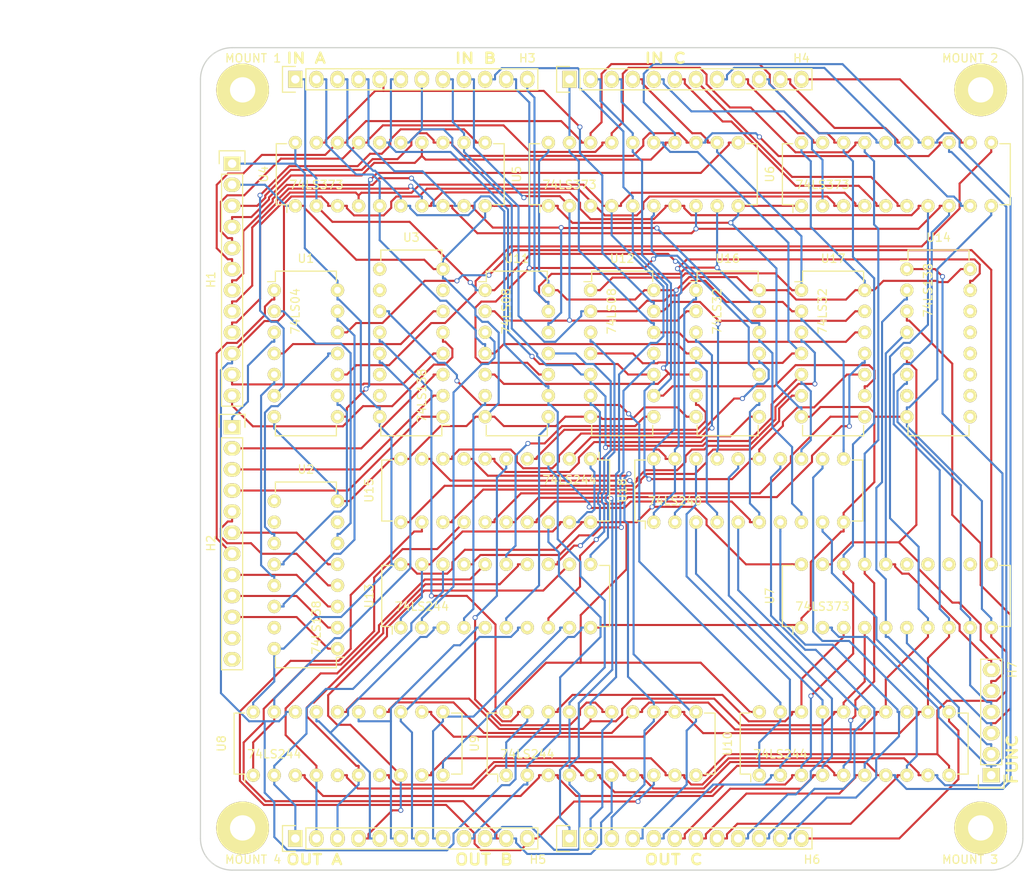
<source format=kicad_pcb>
(kicad_pcb (version 4) (host pcbnew 4.0.1-stable)
  (layers (0 F.Cu signal) (31 B.Cu signal) (34 B.Paste user) (35 F.Paste user) (36 B.SilkS user) (37 F.SilkS user) (38 B.Mask user) (39 F.Mask user) (44 Edge.Cuts user))
  (net 0 "")
  (net 1 DATA7)
  (net 2 DATA6)
  (net 3 DATA5)
  (net 4 DATA4)
  (net 5 DATA3)
  (net 6 DATA2)
  (net 7 DATA1)
  (net 8 DATA0)
  (net 9 READ5)
  (net 10 READ4)
  (net 11 READ3)
  (net 12 READ2)
  (net 13 READ1)
  (net 14 READ0)
  (net 15 WRITE5)
  (net 16 WRITE4)
  (net 17 WRITE3)
  (net 18 WRITE2)
  (net 19 WRITE1)
  (net 20 WRITE0)
  (net 21 "Net-(H2-Pad11)")
  (net 22 "Net-(H2-Pad12)")
  (net 23 INA0)
  (net 24 INA1)
  (net 25 INA2)
  (net 26 INA3)
  (net 27 INA4)
  (net 28 INA5)
  (net 29 INA6)
  (net 30 INA7)
  (net 31 INB0)
  (net 32 INB1)
  (net 33 INB2)
  (net 34 INB3)
  (net 35 INB4)
  (net 36 INB5)
  (net 37 INB6)
  (net 38 INB7)
  (net 39 INC0)
  (net 40 INC1)
  (net 41 INC2)
  (net 42 INC3)
  (net 43 INC4)
  (net 44 INC5)
  (net 45 INC6)
  (net 46 INC7)
  (net 47 OUTA0)
  (net 48 OUTA1)
  (net 49 OUTA2)
  (net 50 OUTA3)
  (net 51 OUTA4)
  (net 52 OUTA5)
  (net 53 OUTA6)
  (net 54 OUTA7)
  (net 55 OUTB0)
  (net 56 OUTB1)
  (net 57 OUTB2)
  (net 58 OUTB3)
  (net 59 OUTB4)
  (net 60 OUTB5)
  (net 61 OUTB6)
  (net 62 OUTB7)
  (net 63 OUTC0)
  (net 64 OUTC1)
  (net 65 OUTC2)
  (net 66 OUTC3)
  (net 67 OUTC4)
  (net 68 OUTC5)
  (net 69 OUTC6)
  (net 70 OUTC7)
  (net 71 FUNC0)
  (net 72 FUNC1)
  (net 73 FUNC2)
  (net 74 FUNC3)
  (net 75 FUNC4)
  (net 76 FUNC5)
  (net 77 "Net-(U1-Pad2)")
  (net 78 "Net-(U1-Pad4)")
  (net 79 GND)
  (net 80 WS07)
  (net 81 WS06)
  (net 82 WS05)
  (net 83 WS04)
  (net 84 WS03)
  (net 85 WS02)
  (net 86 WS01)
  (net 87 WS00)
  (net 88 RS07)
  (net 89 RS06)
  (net 90 RS05)
  (net 91 RS04)
  (net 92 RS03)
  (net 93 RS02)
  (net 94 RS01)
  (net 95 RS00)
  (net 96 "Net-(U1-Pad6)")
  (net 97 "Net-(U1-Pad8)")
  (net 98 "Net-(U1-Pad10)")
  (net 99 "Net-(U1-Pad12)")
  (net 100 "Net-(U7-Pad12)")
  (net 101 "Net-(U7-Pad13)")
  (net 102 "Net-(U7-Pad14)")
  (net 103 "Net-(U7-Pad15)")
  (net 104 "Net-(U11-Pad3)")
  (net 105 "Net-(U11-Pad6)")
  (net 106 "Net-(U11-Pad8)")
  (net 107 "Net-(U11-Pad11)")
  (net 108 "Net-(U12-Pad3)")
  (net 109 "Net-(U12-Pad6)")
  (net 110 "Net-(U12-Pad8)")
  (net 111 "Net-(U12-Pad11)")
  (net 112 FS08)
  (net 113 "Net-(U14-Pad7)")
  (net 114 "Net-(U14-Pad9)")
  (net 115 "Net-(U14-Pad10)")
  (net 116 "Net-(U14-Pad11)")
  (net 117 "Net-(U14-Pad12)")
  (net 118 "Net-(U14-Pad13)")
  (net 119 "Net-(U14-Pad14)")
  (net 120 "Net-(U15-Pad2)")
  (net 121 "Net-(U15-Pad4)")
  (net 122 "Net-(U15-Pad6)")
  (net 123 "Net-(U15-Pad8)")
  (net 124 "Net-(U15-Pad11)")
  (net 125 "Net-(U15-Pad13)")
  (net 126 "Net-(U15-Pad15)")
  (net 127 "Net-(U15-Pad17)")
  (net 128 VCC)
  (module Housings_DIP:DIP-20_W7.62mm (layer F.Cu) (at 68.58 144.78 90)
    (fp_text reference U13 (at 3.81 -3.81 90) (layer F.SilkS))
    (fp_text value 74LS244 (at 2.54 2.54 180) (layer F.SilkS))
    (pad 1 thru_hole oval (at 0 0 90) (size 1.6 1.6) (drill 0.8) (layers *.Cu *.Mask F.SilkS) (net 112 FS08))
    (pad 2 thru_hole oval (at 0 2.54 90) (size 1.6 1.6) (drill 0.8) (layers *.Cu *.Mask F.SilkS) (net 104 "Net-(U11-Pad3)"))
    (pad 3 thru_hole oval (at 0 5.08 90) (size 1.6 1.6) (drill 0.8) (layers *.Cu *.Mask F.SilkS) (net 51 OUTA4))
    (pad 4 thru_hole oval (at 0 7.62 90) (size 1.6 1.6) (drill 0.8) (layers *.Cu *.Mask F.SilkS) (net 105 "Net-(U11-Pad6)"))
    (pad 5 thru_hole oval (at 0 10.16 90) (size 1.6 1.6) (drill 0.8) (layers *.Cu *.Mask F.SilkS) (net 52 OUTA5))
    (pad 6 thru_hole oval (at 0 12.7 90) (size 1.6 1.6) (drill 0.8) (layers *.Cu *.Mask F.SilkS) (net 106 "Net-(U11-Pad8)"))
    (pad 7 thru_hole oval (at 0 15.24 90) (size 1.6 1.6) (drill 0.8) (layers *.Cu *.Mask F.SilkS) (net 53 OUTA6))
    (pad 8 thru_hole oval (at 0 17.78 90) (size 1.6 1.6) (drill 0.8) (layers *.Cu *.Mask F.SilkS) (net 107 "Net-(U11-Pad11)"))
    (pad 9 thru_hole oval (at 0 20.32 90) (size 1.6 1.6) (drill 0.8) (layers *.Cu *.Mask F.SilkS) (net 54 OUTA7))
    (pad 10 thru_hole oval (at 0 22.86 90) (size 1.6 1.6) (drill 0.8) (layers *.Cu *.Mask F.SilkS) (net 79 GND))
    (pad 11 thru_hole oval (at 7.62 22.86 90) (size 1.6 1.6) (drill 0.8) (layers *.Cu *.Mask F.SilkS) (net 108 "Net-(U12-Pad3)"))
    (pad 12 thru_hole oval (at 7.62 20.32 90) (size 1.6 1.6) (drill 0.8) (layers *.Cu *.Mask F.SilkS) (net 50 OUTA3))
    (pad 13 thru_hole oval (at 7.62 17.78 90) (size 1.6 1.6) (drill 0.8) (layers *.Cu *.Mask F.SilkS) (net 109 "Net-(U12-Pad6)"))
    (pad 14 thru_hole oval (at 7.62 15.24 90) (size 1.6 1.6) (drill 0.8) (layers *.Cu *.Mask F.SilkS) (net 49 OUTA2))
    (pad 15 thru_hole oval (at 7.62 12.7 90) (size 1.6 1.6) (drill 0.8) (layers *.Cu *.Mask F.SilkS) (net 110 "Net-(U12-Pad8)"))
    (pad 16 thru_hole oval (at 7.62 10.16 90) (size 1.6 1.6) (drill 0.8) (layers *.Cu *.Mask F.SilkS) (net 48 OUTA1))
    (pad 17 thru_hole oval (at 7.62 7.62 90) (size 1.6 1.6) (drill 0.8) (layers *.Cu *.Mask F.SilkS) (net 111 "Net-(U12-Pad11)"))
    (pad 18 thru_hole oval (at 7.62 5.08 90) (size 1.6 1.6) (drill 0.8) (layers *.Cu *.Mask F.SilkS) (net 47 OUTA0))
    (pad 19 thru_hole oval (at 7.62 2.54 90) (size 1.6 1.6) (drill 0.8) (layers *.Cu *.Mask F.SilkS) (net 112 FS08))
    (pad 20 thru_hole oval (at 7.62 0 90) (size 1.6 1.6) (drill 0.8) (layers *.Cu *.Mask F.SilkS) (net 128 VCC))
  )
  (module Housings_DIP:DIP-20_W7.62mm (layer F.Cu) (at 81.28 162.56 90)
    (fp_text reference U9 (at 3.81 -3.81 90) (layer F.SilkS))
    (fp_text value 74LS244 (at 2.54 2.54 180) (layer F.SilkS))
    (pad 1 thru_hole oval (at 0 0 90) (size 1.6 1.6) (drill 0.8) (layers *.Cu *.Mask F.SilkS) (net 92 RS03))
    (pad 2 thru_hole oval (at 0 2.54 90) (size 1.6 1.6) (drill 0.8) (layers *.Cu *.Mask F.SilkS) (net 55 OUTB0))
    (pad 3 thru_hole oval (at 0 5.08 90) (size 1.6 1.6) (drill 0.8) (layers *.Cu *.Mask F.SilkS) (net 4 DATA4))
    (pad 4 thru_hole oval (at 0 7.62 90) (size 1.6 1.6) (drill 0.8) (layers *.Cu *.Mask F.SilkS) (net 56 OUTB1))
    (pad 5 thru_hole oval (at 0 10.16 90) (size 1.6 1.6) (drill 0.8) (layers *.Cu *.Mask F.SilkS) (net 3 DATA5))
    (pad 6 thru_hole oval (at 0 12.7 90) (size 1.6 1.6) (drill 0.8) (layers *.Cu *.Mask F.SilkS) (net 57 OUTB2))
    (pad 7 thru_hole oval (at 0 15.24 90) (size 1.6 1.6) (drill 0.8) (layers *.Cu *.Mask F.SilkS) (net 2 DATA6))
    (pad 8 thru_hole oval (at 0 17.78 90) (size 1.6 1.6) (drill 0.8) (layers *.Cu *.Mask F.SilkS) (net 58 OUTB3))
    (pad 9 thru_hole oval (at 0 20.32 90) (size 1.6 1.6) (drill 0.8) (layers *.Cu *.Mask F.SilkS) (net 1 DATA7))
    (pad 10 thru_hole oval (at 0 22.86 90) (size 1.6 1.6) (drill 0.8) (layers *.Cu *.Mask F.SilkS) (net 79 GND))
    (pad 11 thru_hole oval (at 7.62 22.86 90) (size 1.6 1.6) (drill 0.8) (layers *.Cu *.Mask F.SilkS) (net 62 OUTB7))
    (pad 12 thru_hole oval (at 7.62 20.32 90) (size 1.6 1.6) (drill 0.8) (layers *.Cu *.Mask F.SilkS) (net 5 DATA3))
    (pad 13 thru_hole oval (at 7.62 17.78 90) (size 1.6 1.6) (drill 0.8) (layers *.Cu *.Mask F.SilkS) (net 61 OUTB6))
    (pad 14 thru_hole oval (at 7.62 15.24 90) (size 1.6 1.6) (drill 0.8) (layers *.Cu *.Mask F.SilkS) (net 6 DATA2))
    (pad 15 thru_hole oval (at 7.62 12.7 90) (size 1.6 1.6) (drill 0.8) (layers *.Cu *.Mask F.SilkS) (net 60 OUTB5))
    (pad 16 thru_hole oval (at 7.62 10.16 90) (size 1.6 1.6) (drill 0.8) (layers *.Cu *.Mask F.SilkS) (net 7 DATA1))
    (pad 17 thru_hole oval (at 7.62 7.62 90) (size 1.6 1.6) (drill 0.8) (layers *.Cu *.Mask F.SilkS) (net 59 OUTB4))
    (pad 18 thru_hole oval (at 7.62 5.08 90) (size 1.6 1.6) (drill 0.8) (layers *.Cu *.Mask F.SilkS) (net 8 DATA0))
    (pad 19 thru_hole oval (at 7.62 2.54 90) (size 1.6 1.6) (drill 0.8) (layers *.Cu *.Mask F.SilkS) (net 92 RS03))
    (pad 20 thru_hole oval (at 7.62 0 90) (size 1.6 1.6) (drill 0.8) (layers *.Cu *.Mask F.SilkS) (net 128 VCC))
  )
  (module Housings_DIP:DIP-20_W7.62mm (layer F.Cu) (at 91.44 124.46 270)
    (fp_text reference U15 (at 3.81 26.67 270) (layer F.SilkS))
    (fp_text value 74LS244 (at 2.54 2.54 360) (layer F.SilkS))
    (pad 1 thru_hole oval (at 0 0 270) (size 1.6 1.6) (drill 0.8) (layers *.Cu *.Mask F.SilkS) (net 112 FS08))
    (pad 2 thru_hole oval (at 0 2.54 270) (size 1.6 1.6) (drill 0.8) (layers *.Cu *.Mask F.SilkS) (net 120 "Net-(U15-Pad2)"))
    (pad 3 thru_hole oval (at 0 5.08 270) (size 1.6 1.6) (drill 0.8) (layers *.Cu *.Mask F.SilkS) (net 59 OUTB4))
    (pad 4 thru_hole oval (at 0 7.62 270) (size 1.6 1.6) (drill 0.8) (layers *.Cu *.Mask F.SilkS) (net 121 "Net-(U15-Pad4)"))
    (pad 5 thru_hole oval (at 0 10.16 270) (size 1.6 1.6) (drill 0.8) (layers *.Cu *.Mask F.SilkS) (net 60 OUTB5))
    (pad 6 thru_hole oval (at 0 12.7 270) (size 1.6 1.6) (drill 0.8) (layers *.Cu *.Mask F.SilkS) (net 122 "Net-(U15-Pad6)"))
    (pad 7 thru_hole oval (at 0 15.24 270) (size 1.6 1.6) (drill 0.8) (layers *.Cu *.Mask F.SilkS) (net 61 OUTB6))
    (pad 8 thru_hole oval (at 0 17.78 270) (size 1.6 1.6) (drill 0.8) (layers *.Cu *.Mask F.SilkS) (net 123 "Net-(U15-Pad8)"))
    (pad 9 thru_hole oval (at 0 20.32 270) (size 1.6 1.6) (drill 0.8) (layers *.Cu *.Mask F.SilkS) (net 62 OUTB7))
    (pad 10 thru_hole oval (at 0 22.86 270) (size 1.6 1.6) (drill 0.8) (layers *.Cu *.Mask F.SilkS) (net 79 GND))
    (pad 11 thru_hole oval (at 7.62 22.86 270) (size 1.6 1.6) (drill 0.8) (layers *.Cu *.Mask F.SilkS) (net 124 "Net-(U15-Pad11)"))
    (pad 12 thru_hole oval (at 7.62 20.32 270) (size 1.6 1.6) (drill 0.8) (layers *.Cu *.Mask F.SilkS) (net 58 OUTB3))
    (pad 13 thru_hole oval (at 7.62 17.78 270) (size 1.6 1.6) (drill 0.8) (layers *.Cu *.Mask F.SilkS) (net 125 "Net-(U15-Pad13)"))
    (pad 14 thru_hole oval (at 7.62 15.24 270) (size 1.6 1.6) (drill 0.8) (layers *.Cu *.Mask F.SilkS) (net 57 OUTB2))
    (pad 15 thru_hole oval (at 7.62 12.7 270) (size 1.6 1.6) (drill 0.8) (layers *.Cu *.Mask F.SilkS) (net 126 "Net-(U15-Pad15)"))
    (pad 16 thru_hole oval (at 7.62 10.16 270) (size 1.6 1.6) (drill 0.8) (layers *.Cu *.Mask F.SilkS) (net 56 OUTB1))
    (pad 17 thru_hole oval (at 7.62 7.62 270) (size 1.6 1.6) (drill 0.8) (layers *.Cu *.Mask F.SilkS) (net 127 "Net-(U15-Pad17)"))
    (pad 18 thru_hole oval (at 7.62 5.08 270) (size 1.6 1.6) (drill 0.8) (layers *.Cu *.Mask F.SilkS) (net 55 OUTB0))
    (pad 19 thru_hole oval (at 7.62 2.54 270) (size 1.6 1.6) (drill 0.8) (layers *.Cu *.Mask F.SilkS) (net 112 FS08))
    (pad 20 thru_hole oval (at 7.62 0 270) (size 1.6 1.6) (drill 0.8) (layers *.Cu *.Mask F.SilkS) (net 128 VCC))
  )
  (module Connect:1pin (layer F.Cu) (at 49.53 80.01)
    (fp_text reference "MOUNT 1" (at 1.27 -3.81) (layer F.SilkS))
    (fp_text value 1pin)
    (pad 1 thru_hole circle (at 0 0) (size 6.35 6.35) (drill 3.048) (layers *.Cu *.Mask F.SilkS))
  )
  (module Connect:1pin (layer F.Cu) (at 138.43 80.01)
    (fp_text reference "MOUNT 2" (at -1.27 -3.81) (layer F.SilkS))
    (fp_text value 1pin)
    (pad 1 thru_hole circle (at 0 0) (size 6.35 6.35) (drill 3.048) (layers *.Cu *.Mask F.SilkS))
  )
  (module Connect:1pin (layer F.Cu) (at 138.43 168.91)
    (fp_text reference "MOUNT 3" (at -1.27 3.81) (layer F.SilkS))
    (fp_text value 1pin)
    (pad 1 thru_hole circle (at 0 0) (size 6.35 6.35) (drill 3.048) (layers *.Cu *.Mask F.SilkS))
  )
  (module Connect:1pin (layer F.Cu) (at 49.53 168.91)
    (fp_text reference "MOUNT 4" (at 1.27 3.81) (layer F.SilkS))
    (fp_text value 1pin)
    (pad 1 thru_hole circle (at 0 0) (size 6.35 6.35) (drill 3.048) (layers *.Cu *.Mask F.SilkS))
  )
  (module Socket_Strips:Socket_Strip_Straight_1x12 (layer F.Cu) (at 48.26 88.9 270)
    (fp_text reference H1 (at 13.97 2.54 270) (layer F.SilkS))
    (fp_text value CONN_01X12)
    (pad 1 thru_hole rect (at 0 0 270) (size 1.7272 2.032) (drill 1.016) (layers *.Cu *.Mask F.SilkS) (net 128 VCC))
    (pad 2 thru_hole oval (at 2.54 0 270) (size 1.7272 2.032) (drill 1.016) (layers *.Cu *.Mask F.SilkS) (net 79 GND))
    (pad 3 thru_hole oval (at 5.08 0 270) (size 1.7272 2.032) (drill 1.016) (layers *.Cu *.Mask F.SilkS) (net 1 DATA7))
    (pad 4 thru_hole oval (at 7.62 0 270) (size 1.7272 2.032) (drill 1.016) (layers *.Cu *.Mask F.SilkS) (net 2 DATA6))
    (pad 5 thru_hole oval (at 10.16 0 270) (size 1.7272 2.032) (drill 1.016) (layers *.Cu *.Mask F.SilkS) (net 3 DATA5))
    (pad 6 thru_hole oval (at 12.7 0 270) (size 1.7272 2.032) (drill 1.016) (layers *.Cu *.Mask F.SilkS) (net 4 DATA4))
    (pad 7 thru_hole oval (at 15.24 0 270) (size 1.7272 2.032) (drill 1.016) (layers *.Cu *.Mask F.SilkS) (net 5 DATA3))
    (pad 8 thru_hole oval (at 17.78 0 270) (size 1.7272 2.032) (drill 1.016) (layers *.Cu *.Mask F.SilkS) (net 6 DATA2))
    (pad 9 thru_hole oval (at 20.32 0 270) (size 1.7272 2.032) (drill 1.016) (layers *.Cu *.Mask F.SilkS) (net 7 DATA1))
    (pad 10 thru_hole oval (at 22.86 0 270) (size 1.7272 2.032) (drill 1.016) (layers *.Cu *.Mask F.SilkS) (net 8 DATA0))
    (pad 11 thru_hole oval (at 25.4 0 270) (size 1.7272 2.032) (drill 1.016) (layers *.Cu *.Mask F.SilkS) (net 9 READ5))
    (pad 12 thru_hole oval (at 27.94 0 270) (size 1.7272 2.032) (drill 1.016) (layers *.Cu *.Mask F.SilkS) (net 10 READ4))
  )
  (module Socket_Strips:Socket_Strip_Straight_1x12 (layer F.Cu) (at 48.26 120.65 270)
    (fp_text reference H2 (at 13.97 2.54 270) (layer F.SilkS))
    (fp_text value CONN_01X12)
    (pad 1 thru_hole rect (at 0 0 270) (size 1.7272 2.032) (drill 1.016) (layers *.Cu *.Mask F.SilkS) (net 11 READ3))
    (pad 2 thru_hole oval (at 2.54 0 270) (size 1.7272 2.032) (drill 1.016) (layers *.Cu *.Mask F.SilkS) (net 12 READ2))
    (pad 3 thru_hole oval (at 5.08 0 270) (size 1.7272 2.032) (drill 1.016) (layers *.Cu *.Mask F.SilkS) (net 13 READ1))
    (pad 4 thru_hole oval (at 7.62 0 270) (size 1.7272 2.032) (drill 1.016) (layers *.Cu *.Mask F.SilkS) (net 14 READ0))
    (pad 5 thru_hole oval (at 10.16 0 270) (size 1.7272 2.032) (drill 1.016) (layers *.Cu *.Mask F.SilkS) (net 15 WRITE5))
    (pad 6 thru_hole oval (at 12.7 0 270) (size 1.7272 2.032) (drill 1.016) (layers *.Cu *.Mask F.SilkS) (net 16 WRITE4))
    (pad 7 thru_hole oval (at 15.24 0 270) (size 1.7272 2.032) (drill 1.016) (layers *.Cu *.Mask F.SilkS) (net 17 WRITE3))
    (pad 8 thru_hole oval (at 17.78 0 270) (size 1.7272 2.032) (drill 1.016) (layers *.Cu *.Mask F.SilkS) (net 18 WRITE2))
    (pad 9 thru_hole oval (at 20.32 0 270) (size 1.7272 2.032) (drill 1.016) (layers *.Cu *.Mask F.SilkS) (net 19 WRITE1))
    (pad 10 thru_hole oval (at 22.86 0 270) (size 1.7272 2.032) (drill 1.016) (layers *.Cu *.Mask F.SilkS) (net 20 WRITE0))
    (pad 11 thru_hole oval (at 25.4 0 270) (size 1.7272 2.032) (drill 1.016) (layers *.Cu *.Mask F.SilkS) (net 21 "Net-(H2-Pad11)"))
    (pad 12 thru_hole oval (at 27.94 0 270) (size 1.7272 2.032) (drill 1.016) (layers *.Cu *.Mask F.SilkS) (net 22 "Net-(H2-Pad12)"))
  )
  (module Socket_Strips:Socket_Strip_Straight_1x12 (layer F.Cu) (at 55.88 78.74)
    (fp_text reference H3 (at 27.94 -2.54) (layer F.SilkS))
    (fp_text value CONN_01X12)
    (pad 1 thru_hole rect (at 0 0) (size 1.7272 2.032) (drill 1.016) (layers *.Cu *.Mask F.SilkS) (net 23 INA0))
    (pad 2 thru_hole oval (at 2.54 0) (size 1.7272 2.032) (drill 1.016) (layers *.Cu *.Mask F.SilkS) (net 24 INA1))
    (pad 3 thru_hole oval (at 5.08 0) (size 1.7272 2.032) (drill 1.016) (layers *.Cu *.Mask F.SilkS) (net 25 INA2))
    (pad 4 thru_hole oval (at 7.62 0) (size 1.7272 2.032) (drill 1.016) (layers *.Cu *.Mask F.SilkS) (net 26 INA3))
    (pad 5 thru_hole oval (at 10.16 0) (size 1.7272 2.032) (drill 1.016) (layers *.Cu *.Mask F.SilkS) (net 27 INA4))
    (pad 6 thru_hole oval (at 12.7 0) (size 1.7272 2.032) (drill 1.016) (layers *.Cu *.Mask F.SilkS) (net 28 INA5))
    (pad 7 thru_hole oval (at 15.24 0) (size 1.7272 2.032) (drill 1.016) (layers *.Cu *.Mask F.SilkS) (net 29 INA6))
    (pad 8 thru_hole oval (at 17.78 0) (size 1.7272 2.032) (drill 1.016) (layers *.Cu *.Mask F.SilkS) (net 30 INA7))
    (pad 9 thru_hole oval (at 20.32 0) (size 1.7272 2.032) (drill 1.016) (layers *.Cu *.Mask F.SilkS) (net 31 INB0))
    (pad 10 thru_hole oval (at 22.86 0) (size 1.7272 2.032) (drill 1.016) (layers *.Cu *.Mask F.SilkS) (net 32 INB1))
    (pad 11 thru_hole oval (at 25.4 0) (size 1.7272 2.032) (drill 1.016) (layers *.Cu *.Mask F.SilkS) (net 33 INB2))
    (pad 12 thru_hole oval (at 27.94 0) (size 1.7272 2.032) (drill 1.016) (layers *.Cu *.Mask F.SilkS) (net 34 INB3))
  )
  (module Socket_Strips:Socket_Strip_Straight_1x12 (layer F.Cu) (at 88.9 78.74)
    (fp_text reference H4 (at 27.94 -2.54) (layer F.SilkS))
    (fp_text value CONN_01X12)
    (pad 1 thru_hole rect (at 0 0) (size 1.7272 2.032) (drill 1.016) (layers *.Cu *.Mask F.SilkS) (net 35 INB4))
    (pad 2 thru_hole oval (at 2.54 0) (size 1.7272 2.032) (drill 1.016) (layers *.Cu *.Mask F.SilkS) (net 36 INB5))
    (pad 3 thru_hole oval (at 5.08 0) (size 1.7272 2.032) (drill 1.016) (layers *.Cu *.Mask F.SilkS) (net 37 INB6))
    (pad 4 thru_hole oval (at 7.62 0) (size 1.7272 2.032) (drill 1.016) (layers *.Cu *.Mask F.SilkS) (net 38 INB7))
    (pad 5 thru_hole oval (at 10.16 0) (size 1.7272 2.032) (drill 1.016) (layers *.Cu *.Mask F.SilkS) (net 39 INC0))
    (pad 6 thru_hole oval (at 12.7 0) (size 1.7272 2.032) (drill 1.016) (layers *.Cu *.Mask F.SilkS) (net 40 INC1))
    (pad 7 thru_hole oval (at 15.24 0) (size 1.7272 2.032) (drill 1.016) (layers *.Cu *.Mask F.SilkS) (net 41 INC2))
    (pad 8 thru_hole oval (at 17.78 0) (size 1.7272 2.032) (drill 1.016) (layers *.Cu *.Mask F.SilkS) (net 42 INC3))
    (pad 9 thru_hole oval (at 20.32 0) (size 1.7272 2.032) (drill 1.016) (layers *.Cu *.Mask F.SilkS) (net 43 INC4))
    (pad 10 thru_hole oval (at 22.86 0) (size 1.7272 2.032) (drill 1.016) (layers *.Cu *.Mask F.SilkS) (net 44 INC5))
    (pad 11 thru_hole oval (at 25.4 0) (size 1.7272 2.032) (drill 1.016) (layers *.Cu *.Mask F.SilkS) (net 45 INC6))
    (pad 12 thru_hole oval (at 27.94 0) (size 1.7272 2.032) (drill 1.016) (layers *.Cu *.Mask F.SilkS) (net 46 INC7))
  )
  (module Socket_Strips:Socket_Strip_Straight_1x12 (layer F.Cu) (at 55.88 170.18)
    (fp_text reference H5 (at 29.21 2.54) (layer F.SilkS))
    (fp_text value CONN_01X12)
    (pad 1 thru_hole rect (at 0 0) (size 1.7272 2.032) (drill 1.016) (layers *.Cu *.Mask F.SilkS) (net 47 OUTA0))
    (pad 2 thru_hole oval (at 2.54 0) (size 1.7272 2.032) (drill 1.016) (layers *.Cu *.Mask F.SilkS) (net 48 OUTA1))
    (pad 3 thru_hole oval (at 5.08 0) (size 1.7272 2.032) (drill 1.016) (layers *.Cu *.Mask F.SilkS) (net 49 OUTA2))
    (pad 4 thru_hole oval (at 7.62 0) (size 1.7272 2.032) (drill 1.016) (layers *.Cu *.Mask F.SilkS) (net 50 OUTA3))
    (pad 5 thru_hole oval (at 10.16 0) (size 1.7272 2.032) (drill 1.016) (layers *.Cu *.Mask F.SilkS) (net 51 OUTA4))
    (pad 6 thru_hole oval (at 12.7 0) (size 1.7272 2.032) (drill 1.016) (layers *.Cu *.Mask F.SilkS) (net 52 OUTA5))
    (pad 7 thru_hole oval (at 15.24 0) (size 1.7272 2.032) (drill 1.016) (layers *.Cu *.Mask F.SilkS) (net 53 OUTA6))
    (pad 8 thru_hole oval (at 17.78 0) (size 1.7272 2.032) (drill 1.016) (layers *.Cu *.Mask F.SilkS) (net 54 OUTA7))
    (pad 9 thru_hole oval (at 20.32 0) (size 1.7272 2.032) (drill 1.016) (layers *.Cu *.Mask F.SilkS) (net 55 OUTB0))
    (pad 10 thru_hole oval (at 22.86 0) (size 1.7272 2.032) (drill 1.016) (layers *.Cu *.Mask F.SilkS) (net 56 OUTB1))
    (pad 11 thru_hole oval (at 25.4 0) (size 1.7272 2.032) (drill 1.016) (layers *.Cu *.Mask F.SilkS) (net 57 OUTB2))
    (pad 12 thru_hole oval (at 27.94 0) (size 1.7272 2.032) (drill 1.016) (layers *.Cu *.Mask F.SilkS) (net 58 OUTB3))
  )
  (module Socket_Strips:Socket_Strip_Straight_1x12 (layer F.Cu) (at 88.9 170.18)
    (fp_text reference H6 (at 29.21 2.54) (layer F.SilkS))
    (fp_text value CONN_01X12)
    (pad 1 thru_hole rect (at 0 0) (size 1.7272 2.032) (drill 1.016) (layers *.Cu *.Mask F.SilkS) (net 59 OUTB4))
    (pad 2 thru_hole oval (at 2.54 0) (size 1.7272 2.032) (drill 1.016) (layers *.Cu *.Mask F.SilkS) (net 60 OUTB5))
    (pad 3 thru_hole oval (at 5.08 0) (size 1.7272 2.032) (drill 1.016) (layers *.Cu *.Mask F.SilkS) (net 61 OUTB6))
    (pad 4 thru_hole oval (at 7.62 0) (size 1.7272 2.032) (drill 1.016) (layers *.Cu *.Mask F.SilkS) (net 62 OUTB7))
    (pad 5 thru_hole oval (at 10.16 0) (size 1.7272 2.032) (drill 1.016) (layers *.Cu *.Mask F.SilkS) (net 63 OUTC0))
    (pad 6 thru_hole oval (at 12.7 0) (size 1.7272 2.032) (drill 1.016) (layers *.Cu *.Mask F.SilkS) (net 64 OUTC1))
    (pad 7 thru_hole oval (at 15.24 0) (size 1.7272 2.032) (drill 1.016) (layers *.Cu *.Mask F.SilkS) (net 65 OUTC2))
    (pad 8 thru_hole oval (at 17.78 0) (size 1.7272 2.032) (drill 1.016) (layers *.Cu *.Mask F.SilkS) (net 66 OUTC3))
    (pad 9 thru_hole oval (at 20.32 0) (size 1.7272 2.032) (drill 1.016) (layers *.Cu *.Mask F.SilkS) (net 67 OUTC4))
    (pad 10 thru_hole oval (at 22.86 0) (size 1.7272 2.032) (drill 1.016) (layers *.Cu *.Mask F.SilkS) (net 68 OUTC5))
    (pad 11 thru_hole oval (at 25.4 0) (size 1.7272 2.032) (drill 1.016) (layers *.Cu *.Mask F.SilkS) (net 69 OUTC6))
    (pad 12 thru_hole oval (at 27.94 0) (size 1.7272 2.032) (drill 1.016) (layers *.Cu *.Mask F.SilkS) (net 70 OUTC7))
  )
  (module Socket_Strips:Socket_Strip_Straight_1x06 (layer F.Cu) (at 139.7 162.56 90)
    (fp_text reference H7 (at 12.7 2.54 90) (layer F.SilkS))
    (fp_text value CONN_01X06)
    (pad 1 thru_hole rect (at 0 0 90) (size 1.7272 2.032) (drill 1.016) (layers *.Cu *.Mask F.SilkS) (net 71 FUNC0))
    (pad 2 thru_hole oval (at 2.54 0 90) (size 1.7272 2.032) (drill 1.016) (layers *.Cu *.Mask F.SilkS) (net 72 FUNC1))
    (pad 3 thru_hole oval (at 5.08 0 90) (size 1.7272 2.032) (drill 1.016) (layers *.Cu *.Mask F.SilkS) (net 73 FUNC2))
    (pad 4 thru_hole oval (at 7.62 0 90) (size 1.7272 2.032) (drill 1.016) (layers *.Cu *.Mask F.SilkS) (net 74 FUNC3))
    (pad 5 thru_hole oval (at 10.16 0 90) (size 1.7272 2.032) (drill 1.016) (layers *.Cu *.Mask F.SilkS) (net 75 FUNC4))
    (pad 6 thru_hole oval (at 12.7 0 90) (size 1.7272 2.032) (drill 1.016) (layers *.Cu *.Mask F.SilkS) (net 76 FUNC5))
  )
  (module Housings_DIP:DIP-14_W7.62mm (layer F.Cu) (at 53.34 104.14)
    (fp_text reference U1 (at 3.81 -3.81) (layer F.SilkS))
    (fp_text value 74LS04 (at 2.54 2.54 90) (layer F.SilkS))
    (pad 1 thru_hole oval (at 0 0) (size 1.6 1.6) (drill 0.8) (layers *.Cu *.Mask F.SilkS) (net 17 WRITE3))
    (pad 2 thru_hole oval (at 0 2.54) (size 1.6 1.6) (drill 0.8) (layers *.Cu *.Mask F.SilkS) (net 77 "Net-(U1-Pad2)"))
    (pad 3 thru_hole oval (at 0 5.08) (size 1.6 1.6) (drill 0.8) (layers *.Cu *.Mask F.SilkS) (net 11 READ3))
    (pad 4 thru_hole oval (at 0 7.62) (size 1.6 1.6) (drill 0.8) (layers *.Cu *.Mask F.SilkS) (net 78 "Net-(U1-Pad4)"))
    (pad 5 thru_hole oval (at 0 10.16) (size 1.6 1.6) (drill 0.8) (layers *.Cu *.Mask F.SilkS) (net 85 WS02))
    (pad 6 thru_hole oval (at 0 12.7) (size 1.6 1.6) (drill 0.8) (layers *.Cu *.Mask F.SilkS) (net 96 "Net-(U1-Pad6)"))
    (pad 7 thru_hole oval (at 0 15.24) (size 1.6 1.6) (drill 0.8) (layers *.Cu *.Mask F.SilkS) (net 79 GND))
    (pad 8 thru_hole oval (at 7.62 15.24) (size 1.6 1.6) (drill 0.8) (layers *.Cu *.Mask F.SilkS) (net 97 "Net-(U1-Pad8)"))
    (pad 9 thru_hole oval (at 7.62 12.7) (size 1.6 1.6) (drill 0.8) (layers *.Cu *.Mask F.SilkS) (net 84 WS03))
    (pad 10 thru_hole oval (at 7.62 10.16) (size 1.6 1.6) (drill 0.8) (layers *.Cu *.Mask F.SilkS) (net 98 "Net-(U1-Pad10)"))
    (pad 11 thru_hole oval (at 7.62 7.62) (size 1.6 1.6) (drill 0.8) (layers *.Cu *.Mask F.SilkS) (net 83 WS04))
    (pad 12 thru_hole oval (at 7.62 5.08) (size 1.6 1.6) (drill 0.8) (layers *.Cu *.Mask F.SilkS) (net 99 "Net-(U1-Pad12)"))
    (pad 13 thru_hole oval (at 7.62 2.54) (size 1.6 1.6) (drill 0.8) (layers *.Cu *.Mask F.SilkS) (net 86 WS01))
    (pad 14 thru_hole oval (at 7.62 0) (size 1.6 1.6) (drill 0.8) (layers *.Cu *.Mask F.SilkS) (net 128 VCC))
  )
  (module Housings_DIP:DIP-16_W7.62mm (layer F.Cu) (at 60.96 147.32 180)
    (fp_text reference U2 (at 3.81 21.59 180) (layer F.SilkS))
    (fp_text value 74LS138 (at 2.54 2.54 270) (layer F.SilkS))
    (pad 1 thru_hole oval (at 0 0 180) (size 1.6 1.6) (drill 0.8) (layers *.Cu *.Mask F.SilkS) (net 20 WRITE0))
    (pad 2 thru_hole oval (at 0 2.54 180) (size 1.6 1.6) (drill 0.8) (layers *.Cu *.Mask F.SilkS) (net 19 WRITE1))
    (pad 3 thru_hole oval (at 0 5.08 180) (size 1.6 1.6) (drill 0.8) (layers *.Cu *.Mask F.SilkS) (net 18 WRITE2))
    (pad 4 thru_hole oval (at 0 7.62 180) (size 1.6 1.6) (drill 0.8) (layers *.Cu *.Mask F.SilkS) (net 15 WRITE5))
    (pad 5 thru_hole oval (at 0 10.16 180) (size 1.6 1.6) (drill 0.8) (layers *.Cu *.Mask F.SilkS) (net 16 WRITE4))
    (pad 6 thru_hole oval (at 0 12.7 180) (size 1.6 1.6) (drill 0.8) (layers *.Cu *.Mask F.SilkS) (net 77 "Net-(U1-Pad2)"))
    (pad 7 thru_hole oval (at 0 15.24 180) (size 1.6 1.6) (drill 0.8) (layers *.Cu *.Mask F.SilkS) (net 80 WS07))
    (pad 8 thru_hole oval (at 0 17.78 180) (size 1.6 1.6) (drill 0.8) (layers *.Cu *.Mask F.SilkS) (net 79 GND))
    (pad 9 thru_hole oval (at 7.62 17.78 180) (size 1.6 1.6) (drill 0.8) (layers *.Cu *.Mask F.SilkS) (net 81 WS06))
    (pad 10 thru_hole oval (at 7.62 15.24 180) (size 1.6 1.6) (drill 0.8) (layers *.Cu *.Mask F.SilkS) (net 82 WS05))
    (pad 11 thru_hole oval (at 7.62 12.7 180) (size 1.6 1.6) (drill 0.8) (layers *.Cu *.Mask F.SilkS) (net 83 WS04))
    (pad 12 thru_hole oval (at 7.62 10.16 180) (size 1.6 1.6) (drill 0.8) (layers *.Cu *.Mask F.SilkS) (net 84 WS03))
    (pad 13 thru_hole oval (at 7.62 7.62 180) (size 1.6 1.6) (drill 0.8) (layers *.Cu *.Mask F.SilkS) (net 85 WS02))
    (pad 14 thru_hole oval (at 7.62 5.08 180) (size 1.6 1.6) (drill 0.8) (layers *.Cu *.Mask F.SilkS) (net 86 WS01))
    (pad 15 thru_hole oval (at 7.62 2.54 180) (size 1.6 1.6) (drill 0.8) (layers *.Cu *.Mask F.SilkS) (net 87 WS00))
    (pad 16 thru_hole oval (at 7.62 0 180) (size 1.6 1.6) (drill 0.8) (layers *.Cu *.Mask F.SilkS) (net 128 VCC))
  )
  (module Housings_DIP:DIP-16_W7.62mm (layer F.Cu) (at 73.66 119.38 180)
    (fp_text reference U3 (at 3.81 21.59 180) (layer F.SilkS))
    (fp_text value 74LS138 (at 2.54 2.54 270) (layer F.SilkS))
    (pad 1 thru_hole oval (at 0 0 180) (size 1.6 1.6) (drill 0.8) (layers *.Cu *.Mask F.SilkS) (net 14 READ0))
    (pad 2 thru_hole oval (at 0 2.54 180) (size 1.6 1.6) (drill 0.8) (layers *.Cu *.Mask F.SilkS) (net 13 READ1))
    (pad 3 thru_hole oval (at 0 5.08 180) (size 1.6 1.6) (drill 0.8) (layers *.Cu *.Mask F.SilkS) (net 12 READ2))
    (pad 4 thru_hole oval (at 0 7.62 180) (size 1.6 1.6) (drill 0.8) (layers *.Cu *.Mask F.SilkS) (net 9 READ5))
    (pad 5 thru_hole oval (at 0 10.16 180) (size 1.6 1.6) (drill 0.8) (layers *.Cu *.Mask F.SilkS) (net 10 READ4))
    (pad 6 thru_hole oval (at 0 12.7 180) (size 1.6 1.6) (drill 0.8) (layers *.Cu *.Mask F.SilkS) (net 78 "Net-(U1-Pad4)"))
    (pad 7 thru_hole oval (at 0 15.24 180) (size 1.6 1.6) (drill 0.8) (layers *.Cu *.Mask F.SilkS) (net 88 RS07))
    (pad 8 thru_hole oval (at 0 17.78 180) (size 1.6 1.6) (drill 0.8) (layers *.Cu *.Mask F.SilkS) (net 79 GND))
    (pad 9 thru_hole oval (at 7.62 17.78 180) (size 1.6 1.6) (drill 0.8) (layers *.Cu *.Mask F.SilkS) (net 89 RS06))
    (pad 10 thru_hole oval (at 7.62 15.24 180) (size 1.6 1.6) (drill 0.8) (layers *.Cu *.Mask F.SilkS) (net 90 RS05))
    (pad 11 thru_hole oval (at 7.62 12.7 180) (size 1.6 1.6) (drill 0.8) (layers *.Cu *.Mask F.SilkS) (net 91 RS04))
    (pad 12 thru_hole oval (at 7.62 10.16 180) (size 1.6 1.6) (drill 0.8) (layers *.Cu *.Mask F.SilkS) (net 92 RS03))
    (pad 13 thru_hole oval (at 7.62 7.62 180) (size 1.6 1.6) (drill 0.8) (layers *.Cu *.Mask F.SilkS) (net 93 RS02))
    (pad 14 thru_hole oval (at 7.62 5.08 180) (size 1.6 1.6) (drill 0.8) (layers *.Cu *.Mask F.SilkS) (net 94 RS01))
    (pad 15 thru_hole oval (at 7.62 2.54 180) (size 1.6 1.6) (drill 0.8) (layers *.Cu *.Mask F.SilkS) (net 95 RS00))
    (pad 16 thru_hole oval (at 7.62 0 180) (size 1.6 1.6) (drill 0.8) (layers *.Cu *.Mask F.SilkS) (net 128 VCC))
  )
  (module Housings_DIP:DIP-20_W7.62mm (layer F.Cu) (at 55.88 93.98 90)
    (fp_text reference U4 (at 3.81 -3.81 90) (layer F.SilkS))
    (fp_text value 74LS373 (at 2.54 2.54 180) (layer F.SilkS))
    (pad 1 thru_hole oval (at 0 0 90) (size 1.6 1.6) (drill 0.8) (layers *.Cu *.Mask F.SilkS) (net 79 GND))
    (pad 2 thru_hole oval (at 0 2.54 90) (size 1.6 1.6) (drill 0.8) (layers *.Cu *.Mask F.SilkS) (net 23 INA0))
    (pad 3 thru_hole oval (at 0 5.08 90) (size 1.6 1.6) (drill 0.8) (layers *.Cu *.Mask F.SilkS) (net 8 DATA0))
    (pad 4 thru_hole oval (at 0 7.62 90) (size 1.6 1.6) (drill 0.8) (layers *.Cu *.Mask F.SilkS) (net 7 DATA1))
    (pad 5 thru_hole oval (at 0 10.16 90) (size 1.6 1.6) (drill 0.8) (layers *.Cu *.Mask F.SilkS) (net 24 INA1))
    (pad 6 thru_hole oval (at 0 12.7 90) (size 1.6 1.6) (drill 0.8) (layers *.Cu *.Mask F.SilkS) (net 25 INA2))
    (pad 7 thru_hole oval (at 0 15.24 90) (size 1.6 1.6) (drill 0.8) (layers *.Cu *.Mask F.SilkS) (net 6 DATA2))
    (pad 8 thru_hole oval (at 0 17.78 90) (size 1.6 1.6) (drill 0.8) (layers *.Cu *.Mask F.SilkS) (net 5 DATA3))
    (pad 9 thru_hole oval (at 0 20.32 90) (size 1.6 1.6) (drill 0.8) (layers *.Cu *.Mask F.SilkS) (net 26 INA3))
    (pad 10 thru_hole oval (at 0 22.86 90) (size 1.6 1.6) (drill 0.8) (layers *.Cu *.Mask F.SilkS) (net 79 GND))
    (pad 11 thru_hole oval (at 7.62 22.86 90) (size 1.6 1.6) (drill 0.8) (layers *.Cu *.Mask F.SilkS) (net 96 "Net-(U1-Pad6)"))
    (pad 12 thru_hole oval (at 7.62 20.32 90) (size 1.6 1.6) (drill 0.8) (layers *.Cu *.Mask F.SilkS) (net 30 INA7))
    (pad 13 thru_hole oval (at 7.62 17.78 90) (size 1.6 1.6) (drill 0.8) (layers *.Cu *.Mask F.SilkS) (net 1 DATA7))
    (pad 14 thru_hole oval (at 7.62 15.24 90) (size 1.6 1.6) (drill 0.8) (layers *.Cu *.Mask F.SilkS) (net 2 DATA6))
    (pad 15 thru_hole oval (at 7.62 12.7 90) (size 1.6 1.6) (drill 0.8) (layers *.Cu *.Mask F.SilkS) (net 29 INA6))
    (pad 16 thru_hole oval (at 7.62 10.16 90) (size 1.6 1.6) (drill 0.8) (layers *.Cu *.Mask F.SilkS) (net 28 INA5))
    (pad 17 thru_hole oval (at 7.62 7.62 90) (size 1.6 1.6) (drill 0.8) (layers *.Cu *.Mask F.SilkS) (net 3 DATA5))
    (pad 18 thru_hole oval (at 7.62 5.08 90) (size 1.6 1.6) (drill 0.8) (layers *.Cu *.Mask F.SilkS) (net 4 DATA4))
    (pad 19 thru_hole oval (at 7.62 2.54 90) (size 1.6 1.6) (drill 0.8) (layers *.Cu *.Mask F.SilkS) (net 27 INA4))
    (pad 20 thru_hole oval (at 7.62 0 90) (size 1.6 1.6) (drill 0.8) (layers *.Cu *.Mask F.SilkS) (net 128 VCC))
  )
  (module Housings_DIP:DIP-20_W7.62mm (layer F.Cu) (at 86.36 93.98 90)
    (fp_text reference U5 (at 3.81 -3.81 90) (layer F.SilkS))
    (fp_text value 74LS373 (at 2.54 2.54 180) (layer F.SilkS))
    (pad 1 thru_hole oval (at 0 0 90) (size 1.6 1.6) (drill 0.8) (layers *.Cu *.Mask F.SilkS) (net 79 GND))
    (pad 2 thru_hole oval (at 0 2.54 90) (size 1.6 1.6) (drill 0.8) (layers *.Cu *.Mask F.SilkS) (net 31 INB0))
    (pad 3 thru_hole oval (at 0 5.08 90) (size 1.6 1.6) (drill 0.8) (layers *.Cu *.Mask F.SilkS) (net 8 DATA0))
    (pad 4 thru_hole oval (at 0 7.62 90) (size 1.6 1.6) (drill 0.8) (layers *.Cu *.Mask F.SilkS) (net 7 DATA1))
    (pad 5 thru_hole oval (at 0 10.16 90) (size 1.6 1.6) (drill 0.8) (layers *.Cu *.Mask F.SilkS) (net 32 INB1))
    (pad 6 thru_hole oval (at 0 12.7 90) (size 1.6 1.6) (drill 0.8) (layers *.Cu *.Mask F.SilkS) (net 33 INB2))
    (pad 7 thru_hole oval (at 0 15.24 90) (size 1.6 1.6) (drill 0.8) (layers *.Cu *.Mask F.SilkS) (net 6 DATA2))
    (pad 8 thru_hole oval (at 0 17.78 90) (size 1.6 1.6) (drill 0.8) (layers *.Cu *.Mask F.SilkS) (net 5 DATA3))
    (pad 9 thru_hole oval (at 0 20.32 90) (size 1.6 1.6) (drill 0.8) (layers *.Cu *.Mask F.SilkS) (net 34 INB3))
    (pad 10 thru_hole oval (at 0 22.86 90) (size 1.6 1.6) (drill 0.8) (layers *.Cu *.Mask F.SilkS) (net 79 GND))
    (pad 11 thru_hole oval (at 7.62 22.86 90) (size 1.6 1.6) (drill 0.8) (layers *.Cu *.Mask F.SilkS) (net 97 "Net-(U1-Pad8)"))
    (pad 12 thru_hole oval (at 7.62 20.32 90) (size 1.6 1.6) (drill 0.8) (layers *.Cu *.Mask F.SilkS) (net 38 INB7))
    (pad 13 thru_hole oval (at 7.62 17.78 90) (size 1.6 1.6) (drill 0.8) (layers *.Cu *.Mask F.SilkS) (net 1 DATA7))
    (pad 14 thru_hole oval (at 7.62 15.24 90) (size 1.6 1.6) (drill 0.8) (layers *.Cu *.Mask F.SilkS) (net 2 DATA6))
    (pad 15 thru_hole oval (at 7.62 12.7 90) (size 1.6 1.6) (drill 0.8) (layers *.Cu *.Mask F.SilkS) (net 37 INB6))
    (pad 16 thru_hole oval (at 7.62 10.16 90) (size 1.6 1.6) (drill 0.8) (layers *.Cu *.Mask F.SilkS) (net 36 INB5))
    (pad 17 thru_hole oval (at 7.62 7.62 90) (size 1.6 1.6) (drill 0.8) (layers *.Cu *.Mask F.SilkS) (net 3 DATA5))
    (pad 18 thru_hole oval (at 7.62 5.08 90) (size 1.6 1.6) (drill 0.8) (layers *.Cu *.Mask F.SilkS) (net 4 DATA4))
    (pad 19 thru_hole oval (at 7.62 2.54 90) (size 1.6 1.6) (drill 0.8) (layers *.Cu *.Mask F.SilkS) (net 35 INB4))
    (pad 20 thru_hole oval (at 7.62 0 90) (size 1.6 1.6) (drill 0.8) (layers *.Cu *.Mask F.SilkS) (net 128 VCC))
  )
  (module Housings_DIP:DIP-20_W7.62mm (layer F.Cu) (at 116.84 93.98 90)
    (fp_text reference U6 (at 3.81 -3.81 90) (layer F.SilkS))
    (fp_text value 74LS373 (at 2.54 2.54 180) (layer F.SilkS))
    (pad 1 thru_hole oval (at 0 0 90) (size 1.6 1.6) (drill 0.8) (layers *.Cu *.Mask F.SilkS) (net 79 GND))
    (pad 2 thru_hole oval (at 0 2.54 90) (size 1.6 1.6) (drill 0.8) (layers *.Cu *.Mask F.SilkS) (net 39 INC0))
    (pad 3 thru_hole oval (at 0 5.08 90) (size 1.6 1.6) (drill 0.8) (layers *.Cu *.Mask F.SilkS) (net 8 DATA0))
    (pad 4 thru_hole oval (at 0 7.62 90) (size 1.6 1.6) (drill 0.8) (layers *.Cu *.Mask F.SilkS) (net 7 DATA1))
    (pad 5 thru_hole oval (at 0 10.16 90) (size 1.6 1.6) (drill 0.8) (layers *.Cu *.Mask F.SilkS) (net 40 INC1))
    (pad 6 thru_hole oval (at 0 12.7 90) (size 1.6 1.6) (drill 0.8) (layers *.Cu *.Mask F.SilkS) (net 41 INC2))
    (pad 7 thru_hole oval (at 0 15.24 90) (size 1.6 1.6) (drill 0.8) (layers *.Cu *.Mask F.SilkS) (net 6 DATA2))
    (pad 8 thru_hole oval (at 0 17.78 90) (size 1.6 1.6) (drill 0.8) (layers *.Cu *.Mask F.SilkS) (net 5 DATA3))
    (pad 9 thru_hole oval (at 0 20.32 90) (size 1.6 1.6) (drill 0.8) (layers *.Cu *.Mask F.SilkS) (net 42 INC3))
    (pad 10 thru_hole oval (at 0 22.86 90) (size 1.6 1.6) (drill 0.8) (layers *.Cu *.Mask F.SilkS) (net 79 GND))
    (pad 11 thru_hole oval (at 7.62 22.86 90) (size 1.6 1.6) (drill 0.8) (layers *.Cu *.Mask F.SilkS) (net 98 "Net-(U1-Pad10)"))
    (pad 12 thru_hole oval (at 7.62 20.32 90) (size 1.6 1.6) (drill 0.8) (layers *.Cu *.Mask F.SilkS) (net 46 INC7))
    (pad 13 thru_hole oval (at 7.62 17.78 90) (size 1.6 1.6) (drill 0.8) (layers *.Cu *.Mask F.SilkS) (net 1 DATA7))
    (pad 14 thru_hole oval (at 7.62 15.24 90) (size 1.6 1.6) (drill 0.8) (layers *.Cu *.Mask F.SilkS) (net 2 DATA6))
    (pad 15 thru_hole oval (at 7.62 12.7 90) (size 1.6 1.6) (drill 0.8) (layers *.Cu *.Mask F.SilkS) (net 45 INC6))
    (pad 16 thru_hole oval (at 7.62 10.16 90) (size 1.6 1.6) (drill 0.8) (layers *.Cu *.Mask F.SilkS) (net 44 INC5))
    (pad 17 thru_hole oval (at 7.62 7.62 90) (size 1.6 1.6) (drill 0.8) (layers *.Cu *.Mask F.SilkS) (net 3 DATA5))
    (pad 18 thru_hole oval (at 7.62 5.08 90) (size 1.6 1.6) (drill 0.8) (layers *.Cu *.Mask F.SilkS) (net 4 DATA4))
    (pad 19 thru_hole oval (at 7.62 2.54 90) (size 1.6 1.6) (drill 0.8) (layers *.Cu *.Mask F.SilkS) (net 43 INC4))
    (pad 20 thru_hole oval (at 7.62 0 90) (size 1.6 1.6) (drill 0.8) (layers *.Cu *.Mask F.SilkS) (net 128 VCC))
  )
  (module Housings_DIP:DIP-20_W7.62mm (layer F.Cu) (at 116.84 144.78 90)
    (fp_text reference U7 (at 3.81 -3.81 90) (layer F.SilkS))
    (fp_text value 74LS373 (at 2.54 2.54 180) (layer F.SilkS))
    (pad 1 thru_hole oval (at 0 0 90) (size 1.6 1.6) (drill 0.8) (layers *.Cu *.Mask F.SilkS) (net 79 GND))
    (pad 2 thru_hole oval (at 0 2.54 90) (size 1.6 1.6) (drill 0.8) (layers *.Cu *.Mask F.SilkS) (net 71 FUNC0))
    (pad 3 thru_hole oval (at 0 5.08 90) (size 1.6 1.6) (drill 0.8) (layers *.Cu *.Mask F.SilkS) (net 8 DATA0))
    (pad 4 thru_hole oval (at 0 7.62 90) (size 1.6 1.6) (drill 0.8) (layers *.Cu *.Mask F.SilkS) (net 7 DATA1))
    (pad 5 thru_hole oval (at 0 10.16 90) (size 1.6 1.6) (drill 0.8) (layers *.Cu *.Mask F.SilkS) (net 72 FUNC1))
    (pad 6 thru_hole oval (at 0 12.7 90) (size 1.6 1.6) (drill 0.8) (layers *.Cu *.Mask F.SilkS) (net 73 FUNC2))
    (pad 7 thru_hole oval (at 0 15.24 90) (size 1.6 1.6) (drill 0.8) (layers *.Cu *.Mask F.SilkS) (net 6 DATA2))
    (pad 8 thru_hole oval (at 0 17.78 90) (size 1.6 1.6) (drill 0.8) (layers *.Cu *.Mask F.SilkS) (net 5 DATA3))
    (pad 9 thru_hole oval (at 0 20.32 90) (size 1.6 1.6) (drill 0.8) (layers *.Cu *.Mask F.SilkS) (net 74 FUNC3))
    (pad 10 thru_hole oval (at 0 22.86 90) (size 1.6 1.6) (drill 0.8) (layers *.Cu *.Mask F.SilkS) (net 79 GND))
    (pad 11 thru_hole oval (at 7.62 22.86 90) (size 1.6 1.6) (drill 0.8) (layers *.Cu *.Mask F.SilkS) (net 99 "Net-(U1-Pad12)"))
    (pad 12 thru_hole oval (at 7.62 20.32 90) (size 1.6 1.6) (drill 0.8) (layers *.Cu *.Mask F.SilkS) (net 100 "Net-(U7-Pad12)"))
    (pad 13 thru_hole oval (at 7.62 17.78 90) (size 1.6 1.6) (drill 0.8) (layers *.Cu *.Mask F.SilkS) (net 101 "Net-(U7-Pad13)"))
    (pad 14 thru_hole oval (at 7.62 15.24 90) (size 1.6 1.6) (drill 0.8) (layers *.Cu *.Mask F.SilkS) (net 102 "Net-(U7-Pad14)"))
    (pad 15 thru_hole oval (at 7.62 12.7 90) (size 1.6 1.6) (drill 0.8) (layers *.Cu *.Mask F.SilkS) (net 103 "Net-(U7-Pad15)"))
    (pad 16 thru_hole oval (at 7.62 10.16 90) (size 1.6 1.6) (drill 0.8) (layers *.Cu *.Mask F.SilkS) (net 76 FUNC5))
    (pad 17 thru_hole oval (at 7.62 7.62 90) (size 1.6 1.6) (drill 0.8) (layers *.Cu *.Mask F.SilkS) (net 3 DATA5))
    (pad 18 thru_hole oval (at 7.62 5.08 90) (size 1.6 1.6) (drill 0.8) (layers *.Cu *.Mask F.SilkS) (net 4 DATA4))
    (pad 19 thru_hole oval (at 7.62 2.54 90) (size 1.6 1.6) (drill 0.8) (layers *.Cu *.Mask F.SilkS) (net 75 FUNC4))
    (pad 20 thru_hole oval (at 7.62 0 90) (size 1.6 1.6) (drill 0.8) (layers *.Cu *.Mask F.SilkS) (net 128 VCC))
  )
  (module Housings_DIP:DIP-20_W7.62mm (layer F.Cu) (at 50.8 162.56 90)
    (fp_text reference U8 (at 3.81 -3.81 90) (layer F.SilkS))
    (fp_text value 74LS244 (at 2.54 2.54 180) (layer F.SilkS))
    (pad 1 thru_hole oval (at 0 0 90) (size 1.6 1.6) (drill 0.8) (layers *.Cu *.Mask F.SilkS) (net 93 RS02))
    (pad 2 thru_hole oval (at 0 2.54 90) (size 1.6 1.6) (drill 0.8) (layers *.Cu *.Mask F.SilkS) (net 47 OUTA0))
    (pad 3 thru_hole oval (at 0 5.08 90) (size 1.6 1.6) (drill 0.8) (layers *.Cu *.Mask F.SilkS) (net 4 DATA4))
    (pad 4 thru_hole oval (at 0 7.62 90) (size 1.6 1.6) (drill 0.8) (layers *.Cu *.Mask F.SilkS) (net 48 OUTA1))
    (pad 5 thru_hole oval (at 0 10.16 90) (size 1.6 1.6) (drill 0.8) (layers *.Cu *.Mask F.SilkS) (net 3 DATA5))
    (pad 6 thru_hole oval (at 0 12.7 90) (size 1.6 1.6) (drill 0.8) (layers *.Cu *.Mask F.SilkS) (net 49 OUTA2))
    (pad 7 thru_hole oval (at 0 15.24 90) (size 1.6 1.6) (drill 0.8) (layers *.Cu *.Mask F.SilkS) (net 2 DATA6))
    (pad 8 thru_hole oval (at 0 17.78 90) (size 1.6 1.6) (drill 0.8) (layers *.Cu *.Mask F.SilkS) (net 50 OUTA3))
    (pad 9 thru_hole oval (at 0 20.32 90) (size 1.6 1.6) (drill 0.8) (layers *.Cu *.Mask F.SilkS) (net 1 DATA7))
    (pad 10 thru_hole oval (at 0 22.86 90) (size 1.6 1.6) (drill 0.8) (layers *.Cu *.Mask F.SilkS) (net 79 GND))
    (pad 11 thru_hole oval (at 7.62 22.86 90) (size 1.6 1.6) (drill 0.8) (layers *.Cu *.Mask F.SilkS) (net 54 OUTA7))
    (pad 12 thru_hole oval (at 7.62 20.32 90) (size 1.6 1.6) (drill 0.8) (layers *.Cu *.Mask F.SilkS) (net 5 DATA3))
    (pad 13 thru_hole oval (at 7.62 17.78 90) (size 1.6 1.6) (drill 0.8) (layers *.Cu *.Mask F.SilkS) (net 53 OUTA6))
    (pad 14 thru_hole oval (at 7.62 15.24 90) (size 1.6 1.6) (drill 0.8) (layers *.Cu *.Mask F.SilkS) (net 6 DATA2))
    (pad 15 thru_hole oval (at 7.62 12.7 90) (size 1.6 1.6) (drill 0.8) (layers *.Cu *.Mask F.SilkS) (net 52 OUTA5))
    (pad 16 thru_hole oval (at 7.62 10.16 90) (size 1.6 1.6) (drill 0.8) (layers *.Cu *.Mask F.SilkS) (net 7 DATA1))
    (pad 17 thru_hole oval (at 7.62 7.62 90) (size 1.6 1.6) (drill 0.8) (layers *.Cu *.Mask F.SilkS) (net 51 OUTA4))
    (pad 18 thru_hole oval (at 7.62 5.08 90) (size 1.6 1.6) (drill 0.8) (layers *.Cu *.Mask F.SilkS) (net 8 DATA0))
    (pad 19 thru_hole oval (at 7.62 2.54 90) (size 1.6 1.6) (drill 0.8) (layers *.Cu *.Mask F.SilkS) (net 93 RS02))
    (pad 20 thru_hole oval (at 7.62 0 90) (size 1.6 1.6) (drill 0.8) (layers *.Cu *.Mask F.SilkS) (net 128 VCC))
  )
  (module Housings_DIP:DIP-20_W7.62mm (layer F.Cu) (at 111.76 162.56 90)
    (fp_text reference U10 (at 3.81 -3.81 90) (layer F.SilkS))
    (fp_text value 74LS244 (at 2.54 2.54 180) (layer F.SilkS))
    (pad 1 thru_hole oval (at 0 0 90) (size 1.6 1.6) (drill 0.8) (layers *.Cu *.Mask F.SilkS) (net 91 RS04))
    (pad 2 thru_hole oval (at 0 2.54 90) (size 1.6 1.6) (drill 0.8) (layers *.Cu *.Mask F.SilkS) (net 63 OUTC0))
    (pad 3 thru_hole oval (at 0 5.08 90) (size 1.6 1.6) (drill 0.8) (layers *.Cu *.Mask F.SilkS) (net 4 DATA4))
    (pad 4 thru_hole oval (at 0 7.62 90) (size 1.6 1.6) (drill 0.8) (layers *.Cu *.Mask F.SilkS) (net 64 OUTC1))
    (pad 5 thru_hole oval (at 0 10.16 90) (size 1.6 1.6) (drill 0.8) (layers *.Cu *.Mask F.SilkS) (net 3 DATA5))
    (pad 6 thru_hole oval (at 0 12.7 90) (size 1.6 1.6) (drill 0.8) (layers *.Cu *.Mask F.SilkS) (net 65 OUTC2))
    (pad 7 thru_hole oval (at 0 15.24 90) (size 1.6 1.6) (drill 0.8) (layers *.Cu *.Mask F.SilkS) (net 2 DATA6))
    (pad 8 thru_hole oval (at 0 17.78 90) (size 1.6 1.6) (drill 0.8) (layers *.Cu *.Mask F.SilkS) (net 66 OUTC3))
    (pad 9 thru_hole oval (at 0 20.32 90) (size 1.6 1.6) (drill 0.8) (layers *.Cu *.Mask F.SilkS) (net 1 DATA7))
    (pad 10 thru_hole oval (at 0 22.86 90) (size 1.6 1.6) (drill 0.8) (layers *.Cu *.Mask F.SilkS) (net 79 GND))
    (pad 11 thru_hole oval (at 7.62 22.86 90) (size 1.6 1.6) (drill 0.8) (layers *.Cu *.Mask F.SilkS) (net 70 OUTC7))
    (pad 12 thru_hole oval (at 7.62 20.32 90) (size 1.6 1.6) (drill 0.8) (layers *.Cu *.Mask F.SilkS) (net 5 DATA3))
    (pad 13 thru_hole oval (at 7.62 17.78 90) (size 1.6 1.6) (drill 0.8) (layers *.Cu *.Mask F.SilkS) (net 69 OUTC6))
    (pad 14 thru_hole oval (at 7.62 15.24 90) (size 1.6 1.6) (drill 0.8) (layers *.Cu *.Mask F.SilkS) (net 6 DATA2))
    (pad 15 thru_hole oval (at 7.62 12.7 90) (size 1.6 1.6) (drill 0.8) (layers *.Cu *.Mask F.SilkS) (net 68 OUTC5))
    (pad 16 thru_hole oval (at 7.62 10.16 90) (size 1.6 1.6) (drill 0.8) (layers *.Cu *.Mask F.SilkS) (net 7 DATA1))
    (pad 17 thru_hole oval (at 7.62 7.62 90) (size 1.6 1.6) (drill 0.8) (layers *.Cu *.Mask F.SilkS) (net 67 OUTC4))
    (pad 18 thru_hole oval (at 7.62 5.08 90) (size 1.6 1.6) (drill 0.8) (layers *.Cu *.Mask F.SilkS) (net 8 DATA0))
    (pad 19 thru_hole oval (at 7.62 2.54 90) (size 1.6 1.6) (drill 0.8) (layers *.Cu *.Mask F.SilkS) (net 91 RS04))
    (pad 20 thru_hole oval (at 7.62 0 90) (size 1.6 1.6) (drill 0.8) (layers *.Cu *.Mask F.SilkS) (net 128 VCC))
  )
  (module Housings_DIP:DIP-14_W7.62mm (layer F.Cu) (at 78.74 104.14)
    (fp_text reference U11 (at 3.81 -3.81) (layer F.SilkS))
    (fp_text value 74LS08 (at 2.54 2.54 90) (layer F.SilkS))
    (pad 1 thru_hole oval (at 0 0) (size 1.6 1.6) (drill 0.8) (layers *.Cu *.Mask F.SilkS) (net 23 INA0))
    (pad 2 thru_hole oval (at 0 2.54) (size 1.6 1.6) (drill 0.8) (layers *.Cu *.Mask F.SilkS) (net 31 INB0))
    (pad 3 thru_hole oval (at 0 5.08) (size 1.6 1.6) (drill 0.8) (layers *.Cu *.Mask F.SilkS) (net 104 "Net-(U11-Pad3)"))
    (pad 4 thru_hole oval (at 0 7.62) (size 1.6 1.6) (drill 0.8) (layers *.Cu *.Mask F.SilkS) (net 24 INA1))
    (pad 5 thru_hole oval (at 0 10.16) (size 1.6 1.6) (drill 0.8) (layers *.Cu *.Mask F.SilkS) (net 32 INB1))
    (pad 6 thru_hole oval (at 0 12.7) (size 1.6 1.6) (drill 0.8) (layers *.Cu *.Mask F.SilkS) (net 105 "Net-(U11-Pad6)"))
    (pad 7 thru_hole oval (at 0 15.24) (size 1.6 1.6) (drill 0.8) (layers *.Cu *.Mask F.SilkS) (net 79 GND))
    (pad 8 thru_hole oval (at 7.62 15.24) (size 1.6 1.6) (drill 0.8) (layers *.Cu *.Mask F.SilkS) (net 106 "Net-(U11-Pad8)"))
    (pad 9 thru_hole oval (at 7.62 12.7) (size 1.6 1.6) (drill 0.8) (layers *.Cu *.Mask F.SilkS) (net 25 INA2))
    (pad 10 thru_hole oval (at 7.62 10.16) (size 1.6 1.6) (drill 0.8) (layers *.Cu *.Mask F.SilkS) (net 33 INB2))
    (pad 11 thru_hole oval (at 7.62 7.62) (size 1.6 1.6) (drill 0.8) (layers *.Cu *.Mask F.SilkS) (net 107 "Net-(U11-Pad11)"))
    (pad 12 thru_hole oval (at 7.62 5.08) (size 1.6 1.6) (drill 0.8) (layers *.Cu *.Mask F.SilkS) (net 26 INA3))
    (pad 13 thru_hole oval (at 7.62 2.54) (size 1.6 1.6) (drill 0.8) (layers *.Cu *.Mask F.SilkS) (net 34 INB3))
    (pad 14 thru_hole oval (at 7.62 0) (size 1.6 1.6) (drill 0.8) (layers *.Cu *.Mask F.SilkS) (net 128 VCC))
  )
  (module Housings_DIP:DIP-14_W7.62mm (layer F.Cu) (at 91.44 104.14)
    (fp_text reference U12 (at 3.81 -3.81) (layer F.SilkS))
    (fp_text value 74LS08 (at 2.54 2.54 90) (layer F.SilkS))
    (pad 1 thru_hole oval (at 0 0) (size 1.6 1.6) (drill 0.8) (layers *.Cu *.Mask F.SilkS) (net 38 INB7))
    (pad 2 thru_hole oval (at 0 2.54) (size 1.6 1.6) (drill 0.8) (layers *.Cu *.Mask F.SilkS) (net 30 INA7))
    (pad 3 thru_hole oval (at 0 5.08) (size 1.6 1.6) (drill 0.8) (layers *.Cu *.Mask F.SilkS) (net 108 "Net-(U12-Pad3)"))
    (pad 4 thru_hole oval (at 0 7.62) (size 1.6 1.6) (drill 0.8) (layers *.Cu *.Mask F.SilkS) (net 37 INB6))
    (pad 5 thru_hole oval (at 0 10.16) (size 1.6 1.6) (drill 0.8) (layers *.Cu *.Mask F.SilkS) (net 29 INA6))
    (pad 6 thru_hole oval (at 0 12.7) (size 1.6 1.6) (drill 0.8) (layers *.Cu *.Mask F.SilkS) (net 109 "Net-(U12-Pad6)"))
    (pad 7 thru_hole oval (at 0 15.24) (size 1.6 1.6) (drill 0.8) (layers *.Cu *.Mask F.SilkS) (net 79 GND))
    (pad 8 thru_hole oval (at 7.62 15.24) (size 1.6 1.6) (drill 0.8) (layers *.Cu *.Mask F.SilkS) (net 110 "Net-(U12-Pad8)"))
    (pad 9 thru_hole oval (at 7.62 12.7) (size 1.6 1.6) (drill 0.8) (layers *.Cu *.Mask F.SilkS) (net 36 INB5))
    (pad 10 thru_hole oval (at 7.62 10.16) (size 1.6 1.6) (drill 0.8) (layers *.Cu *.Mask F.SilkS) (net 28 INA5))
    (pad 11 thru_hole oval (at 7.62 7.62) (size 1.6 1.6) (drill 0.8) (layers *.Cu *.Mask F.SilkS) (net 111 "Net-(U12-Pad11)"))
    (pad 12 thru_hole oval (at 7.62 5.08) (size 1.6 1.6) (drill 0.8) (layers *.Cu *.Mask F.SilkS) (net 35 INB4))
    (pad 13 thru_hole oval (at 7.62 2.54) (size 1.6 1.6) (drill 0.8) (layers *.Cu *.Mask F.SilkS) (net 27 INA4))
    (pad 14 thru_hole oval (at 7.62 0) (size 1.6 1.6) (drill 0.8) (layers *.Cu *.Mask F.SilkS) (net 128 VCC))
  )
  (module Housings_DIP:DIP-16_W7.62mm (layer F.Cu) (at 129.54 101.6)
    (fp_text reference U14 (at 3.81 -3.81) (layer F.SilkS))
    (fp_text value 74LS138 (at 2.54 2.54 90) (layer F.SilkS))
    (pad 1 thru_hole oval (at 0 0) (size 1.6 1.6) (drill 0.8) (layers *.Cu *.Mask F.SilkS) (net 71 FUNC0))
    (pad 2 thru_hole oval (at 0 2.54) (size 1.6 1.6) (drill 0.8) (layers *.Cu *.Mask F.SilkS) (net 72 FUNC1))
    (pad 3 thru_hole oval (at 0 5.08) (size 1.6 1.6) (drill 0.8) (layers *.Cu *.Mask F.SilkS) (net 73 FUNC2))
    (pad 4 thru_hole oval (at 0 7.62) (size 1.6 1.6) (drill 0.8) (layers *.Cu *.Mask F.SilkS) (net 76 FUNC5))
    (pad 5 thru_hole oval (at 0 10.16) (size 1.6 1.6) (drill 0.8) (layers *.Cu *.Mask F.SilkS) (net 75 FUNC4))
    (pad 6 thru_hole oval (at 0 12.7) (size 1.6 1.6) (drill 0.8) (layers *.Cu *.Mask F.SilkS) (net 74 FUNC3))
    (pad 7 thru_hole oval (at 0 15.24) (size 1.6 1.6) (drill 0.8) (layers *.Cu *.Mask F.SilkS) (net 113 "Net-(U14-Pad7)"))
    (pad 8 thru_hole oval (at 0 17.78) (size 1.6 1.6) (drill 0.8) (layers *.Cu *.Mask F.SilkS) (net 79 GND))
    (pad 9 thru_hole oval (at 7.62 17.78) (size 1.6 1.6) (drill 0.8) (layers *.Cu *.Mask F.SilkS) (net 114 "Net-(U14-Pad9)"))
    (pad 10 thru_hole oval (at 7.62 15.24) (size 1.6 1.6) (drill 0.8) (layers *.Cu *.Mask F.SilkS) (net 115 "Net-(U14-Pad10)"))
    (pad 11 thru_hole oval (at 7.62 12.7) (size 1.6 1.6) (drill 0.8) (layers *.Cu *.Mask F.SilkS) (net 116 "Net-(U14-Pad11)"))
    (pad 12 thru_hole oval (at 7.62 10.16) (size 1.6 1.6) (drill 0.8) (layers *.Cu *.Mask F.SilkS) (net 117 "Net-(U14-Pad12)"))
    (pad 13 thru_hole oval (at 7.62 7.62) (size 1.6 1.6) (drill 0.8) (layers *.Cu *.Mask F.SilkS) (net 118 "Net-(U14-Pad13)"))
    (pad 14 thru_hole oval (at 7.62 5.08) (size 1.6 1.6) (drill 0.8) (layers *.Cu *.Mask F.SilkS) (net 119 "Net-(U14-Pad14)"))
    (pad 15 thru_hole oval (at 7.62 2.54) (size 1.6 1.6) (drill 0.8) (layers *.Cu *.Mask F.SilkS) (net 112 FS08))
    (pad 16 thru_hole oval (at 7.62 0) (size 1.6 1.6) (drill 0.8) (layers *.Cu *.Mask F.SilkS) (net 128 VCC))
  )
  (module Housings_DIP:DIP-14_W7.62mm (layer F.Cu) (at 104.14 104.14)
    (fp_text reference U16 (at 3.81 -3.81) (layer F.SilkS))
    (fp_text value 74LS32 (at 2.54 2.54 90) (layer F.SilkS))
    (pad 1 thru_hole oval (at 0 0) (size 1.6 1.6) (drill 0.8) (layers *.Cu *.Mask F.SilkS) (net 23 INA0))
    (pad 2 thru_hole oval (at 0 2.54) (size 1.6 1.6) (drill 0.8) (layers *.Cu *.Mask F.SilkS) (net 31 INB0))
    (pad 3 thru_hole oval (at 0 5.08) (size 1.6 1.6) (drill 0.8) (layers *.Cu *.Mask F.SilkS) (net 120 "Net-(U15-Pad2)"))
    (pad 4 thru_hole oval (at 0 7.62) (size 1.6 1.6) (drill 0.8) (layers *.Cu *.Mask F.SilkS) (net 24 INA1))
    (pad 5 thru_hole oval (at 0 10.16) (size 1.6 1.6) (drill 0.8) (layers *.Cu *.Mask F.SilkS) (net 32 INB1))
    (pad 6 thru_hole oval (at 0 12.7) (size 1.6 1.6) (drill 0.8) (layers *.Cu *.Mask F.SilkS) (net 121 "Net-(U15-Pad4)"))
    (pad 7 thru_hole oval (at 0 15.24) (size 1.6 1.6) (drill 0.8) (layers *.Cu *.Mask F.SilkS) (net 79 GND))
    (pad 8 thru_hole oval (at 7.62 15.24) (size 1.6 1.6) (drill 0.8) (layers *.Cu *.Mask F.SilkS) (net 122 "Net-(U15-Pad6)"))
    (pad 9 thru_hole oval (at 7.62 12.7) (size 1.6 1.6) (drill 0.8) (layers *.Cu *.Mask F.SilkS) (net 25 INA2))
    (pad 10 thru_hole oval (at 7.62 10.16) (size 1.6 1.6) (drill 0.8) (layers *.Cu *.Mask F.SilkS) (net 33 INB2))
    (pad 11 thru_hole oval (at 7.62 7.62) (size 1.6 1.6) (drill 0.8) (layers *.Cu *.Mask F.SilkS) (net 123 "Net-(U15-Pad8)"))
    (pad 12 thru_hole oval (at 7.62 5.08) (size 1.6 1.6) (drill 0.8) (layers *.Cu *.Mask F.SilkS) (net 26 INA3))
    (pad 13 thru_hole oval (at 7.62 2.54) (size 1.6 1.6) (drill 0.8) (layers *.Cu *.Mask F.SilkS) (net 34 INB3))
    (pad 14 thru_hole oval (at 7.62 0) (size 1.6 1.6) (drill 0.8) (layers *.Cu *.Mask F.SilkS) (net 128 VCC))
  )
  (module Housings_DIP:DIP-14_W7.62mm (layer F.Cu) (at 116.84 104.14)
    (fp_text reference U17 (at 3.81 -3.81) (layer F.SilkS))
    (fp_text value 74LS32 (at 2.54 2.54 90) (layer F.SilkS))
    (pad 1 thru_hole oval (at 0 0) (size 1.6 1.6) (drill 0.8) (layers *.Cu *.Mask F.SilkS) (net 38 INB7))
    (pad 2 thru_hole oval (at 0 2.54) (size 1.6 1.6) (drill 0.8) (layers *.Cu *.Mask F.SilkS) (net 30 INA7))
    (pad 3 thru_hole oval (at 0 5.08) (size 1.6 1.6) (drill 0.8) (layers *.Cu *.Mask F.SilkS) (net 124 "Net-(U15-Pad11)"))
    (pad 4 thru_hole oval (at 0 7.62) (size 1.6 1.6) (drill 0.8) (layers *.Cu *.Mask F.SilkS) (net 37 INB6))
    (pad 5 thru_hole oval (at 0 10.16) (size 1.6 1.6) (drill 0.8) (layers *.Cu *.Mask F.SilkS) (net 29 INA6))
    (pad 6 thru_hole oval (at 0 12.7) (size 1.6 1.6) (drill 0.8) (layers *.Cu *.Mask F.SilkS) (net 125 "Net-(U15-Pad13)"))
    (pad 7 thru_hole oval (at 0 15.24) (size 1.6 1.6) (drill 0.8) (layers *.Cu *.Mask F.SilkS) (net 79 GND))
    (pad 8 thru_hole oval (at 7.62 15.24) (size 1.6 1.6) (drill 0.8) (layers *.Cu *.Mask F.SilkS) (net 126 "Net-(U15-Pad15)"))
    (pad 9 thru_hole oval (at 7.62 12.7) (size 1.6 1.6) (drill 0.8) (layers *.Cu *.Mask F.SilkS) (net 36 INB5))
    (pad 10 thru_hole oval (at 7.62 10.16) (size 1.6 1.6) (drill 0.8) (layers *.Cu *.Mask F.SilkS) (net 28 INA5))
    (pad 11 thru_hole oval (at 7.62 7.62) (size 1.6 1.6) (drill 0.8) (layers *.Cu *.Mask F.SilkS) (net 127 "Net-(U15-Pad17)"))
    (pad 12 thru_hole oval (at 7.62 5.08) (size 1.6 1.6) (drill 0.8) (layers *.Cu *.Mask F.SilkS) (net 35 INB4))
    (pad 13 thru_hole oval (at 7.62 2.54) (size 1.6 1.6) (drill 0.8) (layers *.Cu *.Mask F.SilkS) (net 27 INA4))
    (pad 14 thru_hole oval (at 7.62 0) (size 1.6 1.6) (drill 0.8) (layers *.Cu *.Mask F.SilkS) (net 128 VCC))
  )
  (module Housings_DIP:DIP-20_W7.62mm (layer F.Cu) (at 99.06 132.08 90)
    (fp_text reference U18 (at 3.81 -3.81 90) (layer F.SilkS))
    (fp_text value 74LS240 (at 2.54 2.54 180) (layer F.SilkS))
    (pad 1 thru_hole oval (at 0 0 90) (size 1.6 1.6) (drill 0.8) (layers *.Cu *.Mask F.SilkS) (net 112 FS08))
    (pad 2 thru_hole oval (at 0 2.54 90) (size 1.6 1.6) (drill 0.8) (layers *.Cu *.Mask F.SilkS) (net 23 INA0))
    (pad 3 thru_hole oval (at 0 5.08 90) (size 1.6 1.6) (drill 0.8) (layers *.Cu *.Mask F.SilkS) (net 67 OUTC4))
    (pad 4 thru_hole oval (at 0 7.62 90) (size 1.6 1.6) (drill 0.8) (layers *.Cu *.Mask F.SilkS) (net 24 INA1))
    (pad 5 thru_hole oval (at 0 10.16 90) (size 1.6 1.6) (drill 0.8) (layers *.Cu *.Mask F.SilkS) (net 68 OUTC5))
    (pad 6 thru_hole oval (at 0 12.7 90) (size 1.6 1.6) (drill 0.8) (layers *.Cu *.Mask F.SilkS) (net 25 INA2))
    (pad 7 thru_hole oval (at 0 15.24 90) (size 1.6 1.6) (drill 0.8) (layers *.Cu *.Mask F.SilkS) (net 69 OUTC6))
    (pad 8 thru_hole oval (at 0 17.78 90) (size 1.6 1.6) (drill 0.8) (layers *.Cu *.Mask F.SilkS) (net 26 INA3))
    (pad 9 thru_hole oval (at 0 20.32 90) (size 1.6 1.6) (drill 0.8) (layers *.Cu *.Mask F.SilkS) (net 70 OUTC7))
    (pad 10 thru_hole oval (at 0 22.86 90) (size 1.6 1.6) (drill 0.8) (layers *.Cu *.Mask F.SilkS) (net 79 GND))
    (pad 11 thru_hole oval (at 7.62 22.86 90) (size 1.6 1.6) (drill 0.8) (layers *.Cu *.Mask F.SilkS) (net 30 INA7))
    (pad 12 thru_hole oval (at 7.62 20.32 90) (size 1.6 1.6) (drill 0.8) (layers *.Cu *.Mask F.SilkS) (net 66 OUTC3))
    (pad 13 thru_hole oval (at 7.62 17.78 90) (size 1.6 1.6) (drill 0.8) (layers *.Cu *.Mask F.SilkS) (net 29 INA6))
    (pad 14 thru_hole oval (at 7.62 15.24 90) (size 1.6 1.6) (drill 0.8) (layers *.Cu *.Mask F.SilkS) (net 65 OUTC2))
    (pad 15 thru_hole oval (at 7.62 12.7 90) (size 1.6 1.6) (drill 0.8) (layers *.Cu *.Mask F.SilkS) (net 28 INA5))
    (pad 16 thru_hole oval (at 7.62 10.16 90) (size 1.6 1.6) (drill 0.8) (layers *.Cu *.Mask F.SilkS) (net 64 OUTC1))
    (pad 17 thru_hole oval (at 7.62 7.62 90) (size 1.6 1.6) (drill 0.8) (layers *.Cu *.Mask F.SilkS) (net 27 INA4))
    (pad 18 thru_hole oval (at 7.62 5.08 90) (size 1.6 1.6) (drill 0.8) (layers *.Cu *.Mask F.SilkS) (net 63 OUTC0))
    (pad 19 thru_hole oval (at 7.62 2.54 90) (size 1.6 1.6) (drill 0.8) (layers *.Cu *.Mask F.SilkS) (net 112 FS08))
    (pad 20 thru_hole oval (at 7.62 0 90) (size 1.6 1.6) (drill 0.8) (layers *.Cu *.Mask F.SilkS) (net 128 VCC))
  )
  (gr_text FUNC (at 142.24 163.83 90) (layer F.SilkS) (effects (font (size 1.2 1.5) (thickness 0.3)) (justify left)))
  (gr_text "OUT C" (at 97.79 172.72) (layer F.SilkS) (effects (font (size 1.2 1.5) (thickness 0.3)) (justify left)))
  (gr_text "OUT B" (at 74.93 172.72) (layer F.SilkS) (effects (font (size 1.3 1.5) (thickness 0.3)) (justify left)))
  (gr_text "OUT A" (at 54.61 172.72) (layer F.SilkS) (effects (font (size 1.2 1.5) (thickness 0.3)) (justify left)))
  (gr_text "IN C" (at 97.79 76.2) (layer F.SilkS) (effects (font (size 1.2 1.5) (thickness 0.3)) (justify left)))
  (gr_text "IN B" (at 74.93 76.2) (layer F.SilkS) (effects (font (size 1.2 1.5) (thickness 0.3)) (justify left)))
  (gr_text "IN A" (at 54.61 76.2) (layer F.SilkS) (effects (font (size 1.2 1.5) (thickness 0.3)) (justify left)))
  (gr_line (start 139.7 74.93) (end 48.26 74.93) (angle 90) (layer Edge.Cuts) (width 0.15))
  (gr_line (start 143.51 170.18) (end 143.51 78.74) (angle 90) (layer Edge.Cuts) (width 0.15))
  (gr_line (start 48.26 173.99) (end 139.7 173.99) (angle 90) (layer Edge.Cuts) (width 0.15))
  (gr_arc (start 139.7 170.18) (end 143.51 170.18) (angle 90) (layer Edge.Cuts) (width 0.15))
  (gr_arc (start 139.7 78.74) (end 139.7 74.93) (angle 90) (layer Edge.Cuts) (width 0.15))
  (gr_arc (start 48.26 170.18) (end 48.26 173.99) (angle 90) (layer Edge.Cuts) (width 0.15))
  (gr_arc (start 48.26 78.74) (end 44.45 78.74) (angle 90) (layer Edge.Cuts) (width 0.15))
  (gr_line (start 44.45 170.18) (end 44.45 78.74) (angle 90) (layer Edge.Cuts) (width 0.15))
  (via (at 111.775 85.6733) (size 0.6) (layers F.Cu B.Cu) (net 1))
  (segment (start 132.08 162.56) (end 130.9547 162.56) (width 0.25) (layer F.Cu) (net 1))
  (segment (start 101.6 162.56) (end 102.7253 162.56) (width 0.25) (layer F.Cu) (net 1))
  (segment (start 71.12 162.56) (end 72.2453 162.56) (width 0.25) (layer F.Cu) (net 1))
  (segment (start 101.6 162.56) (end 100.4747 162.56) (width 0.25) (layer F.Cu) (net 1))
  (segment (start 72.2453 162.2787) (end 72.2453 162.56) (width 0.25) (layer F.Cu) (net 1))
  (segment (start 73.9983 160.5257) (end 72.2453 162.2787) (width 0.25) (layer F.Cu) (net 1))
  (segment (start 98.7217 160.5257) (end 73.9983 160.5257) (width 0.25) (layer F.Cu) (net 1))
  (segment (start 100.4747 162.2787) (end 98.7217 160.5257) (width 0.25) (layer F.Cu) (net 1))
  (segment (start 100.4747 162.56) (end 100.4747 162.2787) (width 0.25) (layer F.Cu) (net 1))
  (segment (start 73.66 86.36) (end 74.7853 86.36) (width 0.25) (layer F.Cu) (net 1))
  (segment (start 104.14 86.36) (end 103.0147 86.36) (width 0.25) (layer F.Cu) (net 1))
  (segment (start 134.62 86.36) (end 133.4947 86.36) (width 0.25) (layer F.Cu) (net 1))
  (segment (start 104.14 86.36) (end 105.2653 86.36) (width 0.25) (layer B.Cu) (net 1))
  (segment (start 73.66 86.36) (end 72.5347 86.36) (width 0.25) (layer F.Cu) (net 1))
  (segment (start 72.5347 86.0786) (end 72.5347 86.36) (width 0.25) (layer F.Cu) (net 1))
  (segment (start 71.6908 85.2347) (end 72.5347 86.0786) (width 0.25) (layer F.Cu) (net 1))
  (segment (start 70.6419 85.2347) (end 71.6908 85.2347) (width 0.25) (layer F.Cu) (net 1))
  (segment (start 69.85 86.0266) (end 70.6419 85.2347) (width 0.25) (layer F.Cu) (net 1))
  (segment (start 69.85 86.6875) (end 69.85 86.0266) (width 0.25) (layer F.Cu) (net 1))
  (segment (start 68.1849 88.3526) (end 69.85 86.6875) (width 0.25) (layer F.Cu) (net 1))
  (segment (start 65.1881 88.3526) (end 68.1849 88.3526) (width 0.25) (layer F.Cu) (net 1))
  (segment (start 63.8933 89.6474) (end 65.1881 88.3526) (width 0.25) (layer F.Cu) (net 1))
  (segment (start 55.3375 89.6474) (end 63.8933 89.6474) (width 0.25) (layer F.Cu) (net 1))
  (segment (start 52.2555 92.7294) (end 55.3375 89.6474) (width 0.25) (layer F.Cu) (net 1))
  (segment (start 52.2555 93.0099) (end 52.2555 92.7294) (width 0.25) (layer F.Cu) (net 1))
  (segment (start 51.2854 93.98) (end 52.2555 93.0099) (width 0.25) (layer F.Cu) (net 1))
  (segment (start 49.6013 93.98) (end 51.2854 93.98) (width 0.25) (layer F.Cu) (net 1))
  (segment (start 48.26 93.98) (end 49.6013 93.98) (width 0.25) (layer F.Cu) (net 1))
  (segment (start 103.0147 86.168) (end 103.0147 86.36) (width 0.25) (layer F.Cu) (net 1))
  (segment (start 102.0768 85.2301) (end 103.0147 86.168) (width 0.25) (layer F.Cu) (net 1))
  (segment (start 98.5423 85.2301) (end 102.0768 85.2301) (width 0.25) (layer F.Cu) (net 1))
  (segment (start 97.79 85.9824) (end 98.5423 85.2301) (width 0.25) (layer F.Cu) (net 1))
  (segment (start 97.79 86.734) (end 97.79 85.9824) (width 0.25) (layer F.Cu) (net 1))
  (segment (start 96.5643 87.9597) (end 97.79 86.734) (width 0.25) (layer F.Cu) (net 1))
  (segment (start 76.1037 87.9597) (end 96.5643 87.9597) (width 0.25) (layer F.Cu) (net 1))
  (segment (start 74.7853 86.6413) (end 76.1037 87.9597) (width 0.25) (layer F.Cu) (net 1))
  (segment (start 74.7853 86.36) (end 74.7853 86.6413) (width 0.25) (layer F.Cu) (net 1))
  (segment (start 111.3363 85.2346) (end 111.775 85.6733) (width 0.25) (layer B.Cu) (net 1))
  (segment (start 106.1094 85.2346) (end 111.3363 85.2346) (width 0.25) (layer B.Cu) (net 1))
  (segment (start 105.2653 86.0787) (end 106.1094 85.2346) (width 0.25) (layer B.Cu) (net 1))
  (segment (start 105.2653 86.36) (end 105.2653 86.0787) (width 0.25) (layer B.Cu) (net 1))
  (segment (start 114.0866 87.9849) (end 111.775 85.6733) (width 0.25) (layer F.Cu) (net 1))
  (segment (start 132.1511 87.9849) (end 114.0866 87.9849) (width 0.25) (layer F.Cu) (net 1))
  (segment (start 133.4947 86.6413) (end 132.1511 87.9849) (width 0.25) (layer F.Cu) (net 1))
  (segment (start 133.4947 86.36) (end 133.4947 86.6413) (width 0.25) (layer F.Cu) (net 1))
  (segment (start 133.2053 162.8413) (end 133.2053 162.56) (width 0.25) (layer B.Cu) (net 1))
  (segment (start 134.131 163.767) (end 133.2053 162.8413) (width 0.25) (layer B.Cu) (net 1))
  (segment (start 140.8344 163.767) (end 134.131 163.767) (width 0.25) (layer B.Cu) (net 1))
  (segment (start 141.5178 163.0836) (end 140.8344 163.767) (width 0.25) (layer B.Cu) (net 1))
  (segment (start 141.5178 94.1018) (end 141.5178 163.0836) (width 0.25) (layer B.Cu) (net 1))
  (segment (start 134.9013 87.4853) (end 141.5178 94.1018) (width 0.25) (layer B.Cu) (net 1))
  (segment (start 134.62 87.4853) (end 134.9013 87.4853) (width 0.25) (layer B.Cu) (net 1))
  (segment (start 134.62 86.36) (end 134.62 87.4853) (width 0.25) (layer B.Cu) (net 1))
  (segment (start 132.08 162.56) (end 133.2053 162.56) (width 0.25) (layer B.Cu) (net 1))
  (segment (start 102.7253 162.8414) (end 102.7253 162.56) (width 0.25) (layer F.Cu) (net 1))
  (segment (start 103.5692 163.6853) (end 102.7253 162.8414) (width 0.25) (layer F.Cu) (net 1))
  (segment (start 104.9099 163.6853) (end 103.5692 163.6853) (width 0.25) (layer F.Cu) (net 1))
  (segment (start 108.0679 160.5273) (end 104.9099 163.6853) (width 0.25) (layer F.Cu) (net 1))
  (segment (start 129.2033 160.5273) (end 108.0679 160.5273) (width 0.25) (layer F.Cu) (net 1))
  (segment (start 130.9547 162.2787) (end 129.2033 160.5273) (width 0.25) (layer F.Cu) (net 1))
  (segment (start 130.9547 162.56) (end 130.9547 162.2787) (width 0.25) (layer F.Cu) (net 1))
  (segment (start 66.04 162.56) (end 67.1653 162.56) (width 0.25) (layer F.Cu) (net 2))
  (segment (start 95.9574 162.56) (end 95.3947 162.56) (width 0.25) (layer F.Cu) (net 2))
  (segment (start 67.1653 162.8413) (end 67.1653 162.56) (width 0.25) (layer F.Cu) (net 2))
  (segment (start 68.0208 163.6968) (end 67.1653 162.8413) (width 0.25) (layer F.Cu) (net 2))
  (segment (start 77.0884 163.6968) (end 68.0208 163.6968) (width 0.25) (layer F.Cu) (net 2))
  (segment (start 79.8092 160.976) (end 77.0884 163.6968) (width 0.25) (layer F.Cu) (net 2))
  (segment (start 94.036 160.976) (end 79.8092 160.976) (width 0.25) (layer F.Cu) (net 2))
  (segment (start 95.3947 162.3347) (end 94.036 160.976) (width 0.25) (layer F.Cu) (net 2))
  (segment (start 95.3947 162.56) (end 95.3947 162.3347) (width 0.25) (layer F.Cu) (net 2))
  (segment (start 95.9574 162.56) (end 96.52 162.56) (width 0.25) (layer F.Cu) (net 2))
  (segment (start 96.52 162.56) (end 97.6453 162.56) (width 0.25) (layer F.Cu) (net 2))
  (segment (start 127 162.56) (end 125.8747 162.56) (width 0.25) (layer F.Cu) (net 2))
  (segment (start 101.6 86.36) (end 100.4747 86.36) (width 0.25) (layer F.Cu) (net 2))
  (segment (start 71.12 86.36) (end 71.12 87.4853) (width 0.25) (layer F.Cu) (net 2))
  (segment (start 133.2053 86.0786) (end 133.2053 86.36) (width 0.25) (layer B.Cu) (net 2))
  (segment (start 134.0492 85.2347) (end 133.2053 86.0786) (width 0.25) (layer B.Cu) (net 2))
  (segment (start 135.1006 85.2347) (end 134.0492 85.2347) (width 0.25) (layer B.Cu) (net 2))
  (segment (start 135.89 86.0241) (end 135.1006 85.2347) (width 0.25) (layer B.Cu) (net 2))
  (segment (start 135.89 86.8902) (end 135.89 86.0241) (width 0.25) (layer B.Cu) (net 2))
  (segment (start 142.0218 93.022) (end 135.89 86.8902) (width 0.25) (layer B.Cu) (net 2))
  (segment (start 142.0218 163.2897) (end 142.0218 93.022) (width 0.25) (layer B.Cu) (net 2))
  (segment (start 141.0941 164.2174) (end 142.0218 163.2897) (width 0.25) (layer B.Cu) (net 2))
  (segment (start 129.5014 164.2174) (end 141.0941 164.2174) (width 0.25) (layer B.Cu) (net 2))
  (segment (start 128.1253 162.8413) (end 129.5014 164.2174) (width 0.25) (layer B.Cu) (net 2))
  (segment (start 128.1253 162.56) (end 128.1253 162.8413) (width 0.25) (layer B.Cu) (net 2))
  (segment (start 127 162.56) (end 128.1253 162.56) (width 0.25) (layer B.Cu) (net 2))
  (segment (start 132.08 86.36) (end 133.2053 86.36) (width 0.25) (layer B.Cu) (net 2))
  (segment (start 48.26 96.52) (end 48.26 95.3311) (width 0.25) (layer F.Cu) (net 2))
  (segment (start 71.12 87.4853) (end 71.12 87.9615) (width 0.25) (layer F.Cu) (net 2))
  (segment (start 50.5836 95.3311) (end 48.26 95.3311) (width 0.25) (layer F.Cu) (net 2))
  (segment (start 52.7058 93.2089) (end 50.5836 95.3311) (width 0.25) (layer F.Cu) (net 2))
  (segment (start 52.7058 92.9657) (end 52.7058 93.2089) (width 0.25) (layer F.Cu) (net 2))
  (segment (start 55.3489 90.3226) (end 52.7058 92.9657) (width 0.25) (layer F.Cu) (net 2))
  (segment (start 63.8551 90.3226) (end 55.3489 90.3226) (width 0.25) (layer F.Cu) (net 2))
  (segment (start 65.3747 88.803) (end 63.8551 90.3226) (width 0.25) (layer F.Cu) (net 2))
  (segment (start 70.2785 88.803) (end 65.3747 88.803) (width 0.25) (layer F.Cu) (net 2))
  (segment (start 71.12 87.9615) (end 70.2785 88.803) (width 0.25) (layer F.Cu) (net 2))
  (segment (start 100.4747 86.6413) (end 100.4747 86.36) (width 0.25) (layer F.Cu) (net 2))
  (segment (start 98.706 88.41) (end 100.4747 86.6413) (width 0.25) (layer F.Cu) (net 2))
  (segment (start 71.5685 88.41) (end 98.706 88.41) (width 0.25) (layer F.Cu) (net 2))
  (segment (start 71.12 87.9615) (end 71.5685 88.41) (width 0.25) (layer F.Cu) (net 2))
  (segment (start 97.6453 162.7969) (end 97.6453 162.56) (width 0.25) (layer F.Cu) (net 2))
  (segment (start 99.0071 164.1587) (end 97.6453 162.7969) (width 0.25) (layer F.Cu) (net 2))
  (segment (start 105.0735 164.1587) (end 99.0071 164.1587) (width 0.25) (layer F.Cu) (net 2))
  (segment (start 108.2546 160.9776) (end 105.0735 164.1587) (width 0.25) (layer F.Cu) (net 2))
  (segment (start 124.5736 160.9776) (end 108.2546 160.9776) (width 0.25) (layer F.Cu) (net 2))
  (segment (start 125.8747 162.2787) (end 124.5736 160.9776) (width 0.25) (layer F.Cu) (net 2))
  (segment (start 125.8747 162.56) (end 125.8747 162.2787) (width 0.25) (layer F.Cu) (net 2))
  (segment (start 130.9547 86.0787) (end 130.9547 86.36) (width 0.25) (layer B.Cu) (net 2))
  (segment (start 121.7874 76.9114) (end 130.9547 86.0787) (width 0.25) (layer B.Cu) (net 2))
  (segment (start 99.0016 76.9114) (end 121.7874 76.9114) (width 0.25) (layer B.Cu) (net 2))
  (segment (start 97.8494 78.0636) (end 99.0016 76.9114) (width 0.25) (layer B.Cu) (net 2))
  (segment (start 97.8494 81.4841) (end 97.8494 78.0636) (width 0.25) (layer B.Cu) (net 2))
  (segment (start 101.6 85.2347) (end 97.8494 81.4841) (width 0.25) (layer B.Cu) (net 2))
  (segment (start 101.6 86.36) (end 101.6 85.2347) (width 0.25) (layer B.Cu) (net 2))
  (segment (start 132.08 86.36) (end 130.9547 86.36) (width 0.25) (layer B.Cu) (net 2))
  (via (at 122.7725 155.9578) (size 0.6) (layers F.Cu B.Cu) (net 3))
  (segment (start 90.3147 162.363) (end 90.3147 162.56) (width 0.25) (layer F.Cu) (net 3))
  (segment (start 89.378 161.4263) (end 90.3147 162.363) (width 0.25) (layer F.Cu) (net 3))
  (segment (start 80.0342 161.4263) (end 89.378 161.4263) (width 0.25) (layer F.Cu) (net 3))
  (segment (start 77.297 164.1635) (end 80.0342 161.4263) (width 0.25) (layer F.Cu) (net 3))
  (segment (start 63.4075 164.1635) (end 77.297 164.1635) (width 0.25) (layer F.Cu) (net 3))
  (segment (start 62.0853 162.8413) (end 63.4075 164.1635) (width 0.25) (layer F.Cu) (net 3))
  (segment (start 62.0853 162.56) (end 62.0853 162.8413) (width 0.25) (layer F.Cu) (net 3))
  (segment (start 60.96 162.56) (end 62.0853 162.56) (width 0.25) (layer F.Cu) (net 3))
  (segment (start 91.44 162.56) (end 90.3147 162.56) (width 0.25) (layer F.Cu) (net 3))
  (segment (start 48.26 99.06) (end 48.26 97.8711) (width 0.25) (layer F.Cu) (net 3))
  (segment (start 123.3346 155.3957) (end 122.7725 155.9578) (width 0.25) (layer F.Cu) (net 3))
  (segment (start 123.3346 153.5301) (end 123.3346 155.3957) (width 0.25) (layer F.Cu) (net 3))
  (segment (start 125.5994 151.2653) (end 123.3346 153.5301) (width 0.25) (layer F.Cu) (net 3))
  (segment (start 125.5994 139.4247) (end 125.5994 151.2653) (width 0.25) (layer F.Cu) (net 3))
  (segment (start 124.46 138.2853) (end 125.5994 139.4247) (width 0.25) (layer F.Cu) (net 3))
  (segment (start 122.7725 160.5822) (end 121.92 161.4347) (width 0.25) (layer B.Cu) (net 3))
  (segment (start 122.7725 155.9578) (end 122.7725 160.5822) (width 0.25) (layer B.Cu) (net 3))
  (segment (start 124.46 137.16) (end 124.46 138.2853) (width 0.25) (layer F.Cu) (net 3))
  (segment (start 121.92 162.56) (end 121.92 161.4347) (width 0.25) (layer B.Cu) (net 3))
  (segment (start 92.5653 162.8413) (end 92.5653 162.56) (width 0.25) (layer F.Cu) (net 3))
  (segment (start 94.335 164.611) (end 92.5653 162.8413) (width 0.25) (layer F.Cu) (net 3))
  (segment (start 105.9133 164.611) (end 94.335 164.611) (width 0.25) (layer F.Cu) (net 3))
  (segment (start 109.0964 161.4279) (end 105.9133 164.611) (width 0.25) (layer F.Cu) (net 3))
  (segment (start 119.928 161.4279) (end 109.0964 161.4279) (width 0.25) (layer F.Cu) (net 3))
  (segment (start 120.7947 162.2946) (end 119.928 161.4279) (width 0.25) (layer F.Cu) (net 3))
  (segment (start 120.7947 162.56) (end 120.7947 162.2946) (width 0.25) (layer F.Cu) (net 3))
  (segment (start 121.92 162.56) (end 120.7947 162.56) (width 0.25) (layer F.Cu) (net 3))
  (segment (start 91.44 162.56) (end 92.5653 162.56) (width 0.25) (layer F.Cu) (net 3))
  (segment (start 61.5636 88.2964) (end 63.5 86.36) (width 0.25) (layer F.Cu) (net 3))
  (segment (start 54.14 88.2964) (end 61.5636 88.2964) (width 0.25) (layer F.Cu) (net 3))
  (segment (start 49.7264 92.71) (end 54.14 88.2964) (width 0.25) (layer F.Cu) (net 3))
  (segment (start 47.6888 92.71) (end 49.7264 92.71) (width 0.25) (layer F.Cu) (net 3))
  (segment (start 46.9108 93.488) (end 47.6888 92.71) (width 0.25) (layer F.Cu) (net 3))
  (segment (start 46.9108 97.042) (end 46.9108 93.488) (width 0.25) (layer F.Cu) (net 3))
  (segment (start 47.7399 97.8711) (end 46.9108 97.042) (width 0.25) (layer F.Cu) (net 3))
  (segment (start 48.26 97.8711) (end 47.7399 97.8711) (width 0.25) (layer F.Cu) (net 3))
  (segment (start 92.8547 86.6414) (end 92.8547 86.36) (width 0.25) (layer F.Cu) (net 3))
  (segment (start 92.0108 87.4853) (end 92.8547 86.6414) (width 0.25) (layer F.Cu) (net 3))
  (segment (start 84.1558 87.4853) (end 92.0108 87.4853) (width 0.25) (layer F.Cu) (net 3))
  (segment (start 80.9577 84.2872) (end 84.1558 87.4853) (width 0.25) (layer F.Cu) (net 3))
  (segment (start 66.4168 84.2872) (end 80.9577 84.2872) (width 0.25) (layer F.Cu) (net 3))
  (segment (start 64.6253 86.0787) (end 66.4168 84.2872) (width 0.25) (layer F.Cu) (net 3))
  (segment (start 64.6253 86.36) (end 64.6253 86.0787) (width 0.25) (layer F.Cu) (net 3))
  (segment (start 63.5 86.36) (end 64.6253 86.36) (width 0.25) (layer F.Cu) (net 3))
  (segment (start 93.98 86.36) (end 92.8547 86.36) (width 0.25) (layer F.Cu) (net 3))
  (segment (start 95.3224 83.8923) (end 93.98 85.2347) (width 0.25) (layer F.Cu) (net 3))
  (segment (start 95.3224 78.0633) (end 95.3224 83.8923) (width 0.25) (layer F.Cu) (net 3))
  (segment (start 96.0305 77.3552) (end 95.3224 78.0633) (width 0.25) (layer F.Cu) (net 3))
  (segment (start 104.599 77.3552) (end 96.0305 77.3552) (width 0.25) (layer F.Cu) (net 3))
  (segment (start 105.41 78.1662) (end 104.599 77.3552) (width 0.25) (layer F.Cu) (net 3))
  (segment (start 105.41 79.3141) (end 105.41 78.1662) (width 0.25) (layer F.Cu) (net 3))
  (segment (start 108.2278 82.1319) (end 105.41 79.3141) (width 0.25) (layer F.Cu) (net 3))
  (segment (start 110.719 82.1319) (end 108.2278 82.1319) (width 0.25) (layer F.Cu) (net 3))
  (segment (start 116.1192 87.5321) (end 110.719 82.1319) (width 0.25) (layer F.Cu) (net 3))
  (segment (start 122.4439 87.5321) (end 116.1192 87.5321) (width 0.25) (layer F.Cu) (net 3))
  (segment (start 123.3347 86.6413) (end 122.4439 87.5321) (width 0.25) (layer F.Cu) (net 3))
  (segment (start 123.3347 86.36) (end 123.3347 86.6413) (width 0.25) (layer F.Cu) (net 3))
  (segment (start 124.46 86.36) (end 123.3347 86.36) (width 0.25) (layer F.Cu) (net 3))
  (segment (start 93.98 86.36) (end 93.98 85.2347) (width 0.25) (layer F.Cu) (net 3))
  (segment (start 124.46 123.8297) (end 124.46 137.16) (width 0.25) (layer B.Cu) (net 3))
  (segment (start 126.0992 122.1905) (end 124.46 123.8297) (width 0.25) (layer B.Cu) (net 3))
  (segment (start 126.0992 96.7445) (end 126.0992 122.1905) (width 0.25) (layer B.Cu) (net 3))
  (segment (start 125.5853 96.2306) (end 126.0992 96.7445) (width 0.25) (layer B.Cu) (net 3))
  (segment (start 125.5853 88.6106) (end 125.5853 96.2306) (width 0.25) (layer B.Cu) (net 3))
  (segment (start 124.46 87.4853) (end 125.5853 88.6106) (width 0.25) (layer B.Cu) (net 3))
  (segment (start 124.46 86.36) (end 124.46 87.4853) (width 0.25) (layer B.Cu) (net 3))
  (via (at 117.9767 153.0143) (size 0.6) (layers F.Cu B.Cu) (net 4))
  (segment (start 85.2347 162.8413) (end 85.2347 162.56) (width 0.25) (layer F.Cu) (net 4))
  (segment (start 83.0117 165.0643) (end 85.2347 162.8413) (width 0.25) (layer F.Cu) (net 4))
  (segment (start 59.2283 165.0643) (end 83.0117 165.0643) (width 0.25) (layer F.Cu) (net 4))
  (segment (start 57.0053 162.8413) (end 59.2283 165.0643) (width 0.25) (layer F.Cu) (net 4))
  (segment (start 57.0053 162.56) (end 57.0053 162.8413) (width 0.25) (layer F.Cu) (net 4))
  (segment (start 55.88 162.56) (end 57.0053 162.56) (width 0.25) (layer F.Cu) (net 4))
  (segment (start 86.36 162.56) (end 85.2347 162.56) (width 0.25) (layer F.Cu) (net 4))
  (segment (start 60.96 86.36) (end 62.0853 86.36) (width 0.25) (layer F.Cu) (net 4))
  (segment (start 121.92 86.36) (end 121.92 87.4853) (width 0.25) (layer B.Cu) (net 4))
  (segment (start 123.0453 88.6106) (end 121.92 87.4853) (width 0.25) (layer B.Cu) (net 4))
  (segment (start 123.0453 100.1467) (end 123.0453 88.6106) (width 0.25) (layer B.Cu) (net 4))
  (segment (start 125.5959 102.6973) (end 123.0453 100.1467) (width 0.25) (layer B.Cu) (net 4))
  (segment (start 125.5959 120.1544) (end 125.5959 102.6973) (width 0.25) (layer B.Cu) (net 4))
  (segment (start 123.0453 122.705) (end 125.5959 120.1544) (width 0.25) (layer B.Cu) (net 4))
  (segment (start 123.0453 134.9094) (end 123.0453 122.705) (width 0.25) (layer B.Cu) (net 4))
  (segment (start 121.92 136.0347) (end 123.0453 134.9094) (width 0.25) (layer B.Cu) (net 4))
  (segment (start 123.0694 147.9216) (end 117.9767 153.0143) (width 0.25) (layer F.Cu) (net 4))
  (segment (start 123.0694 139.4347) (end 123.0694 147.9216) (width 0.25) (layer F.Cu) (net 4))
  (segment (start 121.92 138.2853) (end 123.0694 139.4347) (width 0.25) (layer F.Cu) (net 4))
  (segment (start 117.9767 160.298) (end 116.84 161.4347) (width 0.25) (layer B.Cu) (net 4))
  (segment (start 117.9767 153.0143) (end 117.9767 160.298) (width 0.25) (layer B.Cu) (net 4))
  (segment (start 121.92 137.16) (end 121.92 138.2853) (width 0.25) (layer F.Cu) (net 4))
  (segment (start 116.84 162.56) (end 116.84 161.4347) (width 0.25) (layer B.Cu) (net 4))
  (segment (start 91.44 86.36) (end 90.3147 86.36) (width 0.25) (layer F.Cu) (net 4))
  (segment (start 121.92 86.36) (end 120.7947 86.36) (width 0.25) (layer F.Cu) (net 4))
  (segment (start 91.44 86.36) (end 91.44 85.2347) (width 0.25) (layer F.Cu) (net 4))
  (segment (start 62.0853 86.0787) (end 62.0853 86.36) (width 0.25) (layer F.Cu) (net 4))
  (segment (start 64.3904 83.7736) (end 62.0853 86.0787) (width 0.25) (layer F.Cu) (net 4))
  (segment (start 87.9052 83.7736) (end 64.3904 83.7736) (width 0.25) (layer F.Cu) (net 4))
  (segment (start 90.3147 86.1831) (end 87.9052 83.7736) (width 0.25) (layer F.Cu) (net 4))
  (segment (start 90.3147 86.36) (end 90.3147 86.1831) (width 0.25) (layer F.Cu) (net 4))
  (segment (start 59.474 87.846) (end 60.96 86.36) (width 0.25) (layer F.Cu) (net 4))
  (segment (start 51.8444 87.846) (end 59.474 87.846) (width 0.25) (layer F.Cu) (net 4))
  (segment (start 49.6014 90.089) (end 51.8444 87.846) (width 0.25) (layer F.Cu) (net 4))
  (segment (start 47.7702 90.089) (end 49.6014 90.089) (width 0.25) (layer F.Cu) (net 4))
  (segment (start 46.409 91.4502) (end 47.7702 90.089) (width 0.25) (layer F.Cu) (net 4))
  (segment (start 46.409 99.0802) (end 46.409 91.4502) (width 0.25) (layer F.Cu) (net 4))
  (segment (start 47.7399 100.4111) (end 46.409 99.0802) (width 0.25) (layer F.Cu) (net 4))
  (segment (start 48.26 100.4111) (end 47.7399 100.4111) (width 0.25) (layer F.Cu) (net 4))
  (segment (start 48.26 101.6) (end 48.26 100.4111) (width 0.25) (layer F.Cu) (net 4))
  (segment (start 116.84 162.56) (end 115.7147 162.56) (width 0.25) (layer F.Cu) (net 4))
  (segment (start 86.36 162.56) (end 87.4853 162.56) (width 0.25) (layer F.Cu) (net 4))
  (segment (start 115.7147 162.8414) (end 115.7147 162.56) (width 0.25) (layer F.Cu) (net 4))
  (segment (start 114.8708 163.6853) (end 115.7147 162.8414) (width 0.25) (layer F.Cu) (net 4))
  (segment (start 107.5143 163.6853) (end 114.8708 163.6853) (width 0.25) (layer F.Cu) (net 4))
  (segment (start 106.1383 165.0613) (end 107.5143 163.6853) (width 0.25) (layer F.Cu) (net 4))
  (segment (start 89.7053 165.0613) (end 106.1383 165.0613) (width 0.25) (layer F.Cu) (net 4))
  (segment (start 87.4853 162.8413) (end 89.7053 165.0613) (width 0.25) (layer F.Cu) (net 4))
  (segment (start 87.4853 162.56) (end 87.4853 162.8413) (width 0.25) (layer F.Cu) (net 4))
  (segment (start 92.7652 83.9095) (end 91.44 85.2347) (width 0.25) (layer F.Cu) (net 4))
  (segment (start 92.7652 78.0799) (end 92.7652 83.9095) (width 0.25) (layer F.Cu) (net 4))
  (segment (start 93.9402 76.9049) (end 92.7652 78.0799) (width 0.25) (layer F.Cu) (net 4))
  (segment (start 111.7749 76.9049) (end 93.9402 76.9049) (width 0.25) (layer F.Cu) (net 4))
  (segment (start 113.03 78.16) (end 111.7749 76.9049) (width 0.25) (layer F.Cu) (net 4))
  (segment (start 113.03 79.3069) (end 113.03 78.16) (width 0.25) (layer F.Cu) (net 4))
  (segment (start 118.9578 85.2347) (end 113.03 79.3069) (width 0.25) (layer F.Cu) (net 4))
  (segment (start 119.9508 85.2347) (end 118.9578 85.2347) (width 0.25) (layer F.Cu) (net 4))
  (segment (start 120.7947 86.0786) (end 119.9508 85.2347) (width 0.25) (layer F.Cu) (net 4))
  (segment (start 120.7947 86.36) (end 120.7947 86.0786) (width 0.25) (layer F.Cu) (net 4))
  (segment (start 121.92 137.16) (end 121.92 136.0347) (width 0.25) (layer B.Cu) (net 4))
  (via (at 104.14 96.7469) (size 0.6) (layers F.Cu B.Cu) (net 5))
  (via (at 69.8659 90.6512) (size 0.6) (layers F.Cu B.Cu) (net 5))
  (segment (start 134.62 144.78) (end 134.62 145.9053) (width 0.25) (layer F.Cu) (net 5))
  (segment (start 134.62 93.98) (end 133.4947 93.98) (width 0.25) (layer F.Cu) (net 5))
  (segment (start 104.14 93.98) (end 104.14 96.7469) (width 0.25) (layer B.Cu) (net 5))
  (segment (start 73.66 93.98) (end 74.7853 93.98) (width 0.25) (layer F.Cu) (net 5))
  (segment (start 73.66 93.98) (end 72.5347 93.98) (width 0.25) (layer B.Cu) (net 5))
  (segment (start 72.5347 93.32) (end 69.8659 90.6512) (width 0.25) (layer B.Cu) (net 5))
  (segment (start 72.5347 93.98) (end 72.5347 93.32) (width 0.25) (layer B.Cu) (net 5))
  (segment (start 48.26 104.14) (end 48.26 102.9511) (width 0.25) (layer F.Cu) (net 5))
  (segment (start 71.12 154.94) (end 72.2453 154.94) (width 0.25) (layer F.Cu) (net 5))
  (segment (start 101.6 154.94) (end 100.4747 154.94) (width 0.25) (layer F.Cu) (net 5))
  (segment (start 134.62 93.98) (end 134.62 95.1053) (width 0.25) (layer B.Cu) (net 5))
  (segment (start 134.62 144.78) (end 134.62 143.6547) (width 0.25) (layer B.Cu) (net 5))
  (segment (start 65.9951 90.6512) (end 69.8659 90.6512) (width 0.25) (layer F.Cu) (net 5))
  (segment (start 65.1897 91.4566) (end 65.9951 90.6512) (width 0.25) (layer F.Cu) (net 5))
  (segment (start 54.8518 91.4566) (end 65.1897 91.4566) (width 0.25) (layer F.Cu) (net 5))
  (segment (start 53.1561 93.1523) (end 54.8518 91.4566) (width 0.25) (layer F.Cu) (net 5))
  (segment (start 53.1561 93.4766) (end 53.1561 93.1523) (width 0.25) (layer F.Cu) (net 5))
  (segment (start 49.6014 97.0313) (end 53.1561 93.4766) (width 0.25) (layer F.Cu) (net 5))
  (segment (start 49.6014 102.1298) (end 49.6014 97.0313) (width 0.25) (layer F.Cu) (net 5))
  (segment (start 48.7801 102.9511) (end 49.6014 102.1298) (width 0.25) (layer F.Cu) (net 5))
  (segment (start 48.26 102.9511) (end 48.7801 102.9511) (width 0.25) (layer F.Cu) (net 5))
  (segment (start 130.9323 96.7469) (end 104.14 96.7469) (width 0.25) (layer F.Cu) (net 5))
  (segment (start 133.4947 94.1845) (end 130.9323 96.7469) (width 0.25) (layer F.Cu) (net 5))
  (segment (start 133.4947 93.98) (end 133.4947 94.1845) (width 0.25) (layer F.Cu) (net 5))
  (segment (start 103.6072 97.2797) (end 104.14 96.7469) (width 0.25) (layer F.Cu) (net 5))
  (segment (start 77.8037 97.2797) (end 103.6072 97.2797) (width 0.25) (layer F.Cu) (net 5))
  (segment (start 74.7853 94.2613) (end 77.8037 97.2797) (width 0.25) (layer F.Cu) (net 5))
  (segment (start 74.7853 93.98) (end 74.7853 94.2613) (width 0.25) (layer F.Cu) (net 5))
  (segment (start 101.6 154.94) (end 102.7253 154.94) (width 0.25) (layer F.Cu) (net 5))
  (segment (start 132.08 148.4453) (end 134.62 145.9053) (width 0.25) (layer F.Cu) (net 5))
  (segment (start 132.08 154.94) (end 132.08 148.4453) (width 0.25) (layer F.Cu) (net 5))
  (segment (start 132.08 154.94) (end 130.9547 154.94) (width 0.25) (layer F.Cu) (net 5))
  (segment (start 133.4947 142.5294) (end 134.62 143.6547) (width 0.25) (layer B.Cu) (net 5))
  (segment (start 133.4947 125.823) (end 133.4947 142.5294) (width 0.25) (layer B.Cu) (net 5))
  (segment (start 127.9557 120.284) (end 133.4947 125.823) (width 0.25) (layer B.Cu) (net 5))
  (segment (start 127.9557 114.2815) (end 127.9557 120.284) (width 0.25) (layer B.Cu) (net 5))
  (segment (start 129.2072 113.03) (end 127.9557 114.2815) (width 0.25) (layer B.Cu) (net 5))
  (segment (start 129.9413 113.03) (end 129.2072 113.03) (width 0.25) (layer B.Cu) (net 5))
  (segment (start 132.5308 110.4405) (end 129.9413 113.03) (width 0.25) (layer B.Cu) (net 5))
  (segment (start 132.5308 97.1945) (end 132.5308 110.4405) (width 0.25) (layer B.Cu) (net 5))
  (segment (start 134.62 95.1053) (end 132.5308 97.1945) (width 0.25) (layer B.Cu) (net 5))
  (segment (start 130.9547 155.2213) (end 130.9547 154.94) (width 0.25) (layer F.Cu) (net 5))
  (segment (start 128.6828 157.4932) (end 130.9547 155.2213) (width 0.25) (layer F.Cu) (net 5))
  (segment (start 104.9972 157.4932) (end 128.6828 157.4932) (width 0.25) (layer F.Cu) (net 5))
  (segment (start 102.7253 155.2213) (end 104.9972 157.4932) (width 0.25) (layer F.Cu) (net 5))
  (segment (start 102.7253 154.94) (end 102.7253 155.2213) (width 0.25) (layer F.Cu) (net 5))
  (segment (start 100.4747 155.2213) (end 100.4747 154.94) (width 0.25) (layer F.Cu) (net 5))
  (segment (start 97.7715 157.9245) (end 100.4747 155.2213) (width 0.25) (layer F.Cu) (net 5))
  (segment (start 74.9485 157.9245) (end 97.7715 157.9245) (width 0.25) (layer F.Cu) (net 5))
  (segment (start 72.2453 155.2213) (end 74.9485 157.9245) (width 0.25) (layer F.Cu) (net 5))
  (segment (start 72.2453 154.94) (end 72.2453 155.2213) (width 0.25) (layer F.Cu) (net 5))
  (via (at 69.7779 91.6152) (size 0.6) (layers F.Cu B.Cu) (net 6))
  (segment (start 132.08 144.78) (end 132.08 145.9053) (width 0.25) (layer F.Cu) (net 6))
  (segment (start 102.7253 94.2614) (end 102.7253 93.98) (width 0.25) (layer F.Cu) (net 6))
  (segment (start 103.5692 95.1053) (end 102.7253 94.2614) (width 0.25) (layer F.Cu) (net 6))
  (segment (start 130.1107 95.1053) (end 103.5692 95.1053) (width 0.25) (layer F.Cu) (net 6))
  (segment (start 130.9547 94.2613) (end 130.1107 95.1053) (width 0.25) (layer F.Cu) (net 6))
  (segment (start 130.9547 93.98) (end 130.9547 94.2613) (width 0.25) (layer F.Cu) (net 6))
  (segment (start 132.08 93.98) (end 130.9547 93.98) (width 0.25) (layer F.Cu) (net 6))
  (segment (start 101.6 93.98) (end 102.7253 93.98) (width 0.25) (layer F.Cu) (net 6))
  (segment (start 71.12 93.98) (end 72.2453 93.98) (width 0.25) (layer F.Cu) (net 6))
  (segment (start 101.6 93.98) (end 100.4747 93.98) (width 0.25) (layer F.Cu) (net 6))
  (segment (start 71.0174 92.8547) (end 71.12 92.8547) (width 0.25) (layer B.Cu) (net 6))
  (segment (start 69.7779 91.6152) (end 71.0174 92.8547) (width 0.25) (layer B.Cu) (net 6))
  (segment (start 48.26 106.68) (end 48.26 105.4911) (width 0.25) (layer F.Cu) (net 6))
  (segment (start 71.12 93.98) (end 71.12 92.8547) (width 0.25) (layer B.Cu) (net 6))
  (segment (start 69.4862 91.9069) (end 69.7779 91.6152) (width 0.25) (layer F.Cu) (net 6))
  (segment (start 55.0804 91.9069) (end 69.4862 91.9069) (width 0.25) (layer F.Cu) (net 6))
  (segment (start 53.6064 93.3809) (end 55.0804 91.9069) (width 0.25) (layer F.Cu) (net 6))
  (segment (start 53.6064 93.6632) (end 53.6064 93.3809) (width 0.25) (layer F.Cu) (net 6))
  (segment (start 50.684 96.5856) (end 53.6064 93.6632) (width 0.25) (layer F.Cu) (net 6))
  (segment (start 50.684 103.5872) (end 50.684 96.5856) (width 0.25) (layer F.Cu) (net 6))
  (segment (start 48.7801 105.4911) (end 50.684 103.5872) (width 0.25) (layer F.Cu) (net 6))
  (segment (start 48.26 105.4911) (end 48.7801 105.4911) (width 0.25) (layer F.Cu) (net 6))
  (segment (start 132.08 144.78) (end 132.08 143.6547) (width 0.25) (layer B.Cu) (net 6))
  (segment (start 132.08 93.98) (end 132.08 95.1053) (width 0.25) (layer B.Cu) (net 6))
  (segment (start 72.2453 93.6987) (end 72.2453 93.98) (width 0.25) (layer F.Cu) (net 6))
  (segment (start 73.5793 92.3647) (end 72.2453 93.6987) (width 0.25) (layer F.Cu) (net 6))
  (segment (start 88.9201 92.3647) (end 73.5793 92.3647) (width 0.25) (layer F.Cu) (net 6))
  (segment (start 90.17 93.6146) (end 88.9201 92.3647) (width 0.25) (layer F.Cu) (net 6))
  (segment (start 90.17 94.323) (end 90.17 93.6146) (width 0.25) (layer F.Cu) (net 6))
  (segment (start 91.4296 95.5826) (end 90.17 94.323) (width 0.25) (layer F.Cu) (net 6))
  (segment (start 98.9583 95.5826) (end 91.4296 95.5826) (width 0.25) (layer F.Cu) (net 6))
  (segment (start 98.9735 95.5674) (end 98.9583 95.5826) (width 0.25) (layer F.Cu) (net 6))
  (segment (start 99.0642 95.5674) (end 98.9735 95.5674) (width 0.25) (layer F.Cu) (net 6))
  (segment (start 100.4747 94.1569) (end 99.0642 95.5674) (width 0.25) (layer F.Cu) (net 6))
  (segment (start 100.4747 93.98) (end 100.4747 94.1569) (width 0.25) (layer F.Cu) (net 6))
  (segment (start 130.9547 142.5294) (end 132.08 143.6547) (width 0.25) (layer B.Cu) (net 6))
  (segment (start 130.9547 135.0522) (end 130.9547 142.5294) (width 0.25) (layer B.Cu) (net 6))
  (segment (start 127.5054 131.6029) (end 130.9547 135.0522) (width 0.25) (layer B.Cu) (net 6))
  (segment (start 127.5054 112.1366) (end 127.5054 131.6029) (width 0.25) (layer B.Cu) (net 6))
  (segment (start 129.152 110.49) (end 127.5054 112.1366) (width 0.25) (layer B.Cu) (net 6))
  (segment (start 129.8895 110.49) (end 129.152 110.49) (width 0.25) (layer B.Cu) (net 6))
  (segment (start 132.08 108.2995) (end 129.8895 110.49) (width 0.25) (layer B.Cu) (net 6))
  (segment (start 132.08 95.1053) (end 132.08 108.2995) (width 0.25) (layer B.Cu) (net 6))
  (segment (start 127 150.9853) (end 127 154.94) (width 0.25) (layer F.Cu) (net 6))
  (segment (start 132.08 145.9053) (end 127 150.9853) (width 0.25) (layer F.Cu) (net 6))
  (segment (start 97.6453 154.6586) (end 97.6453 154.94) (width 0.25) (layer F.Cu) (net 6))
  (segment (start 98.4892 153.8147) (end 97.6453 154.6586) (width 0.25) (layer F.Cu) (net 6))
  (segment (start 105.6135 153.8147) (end 98.4892 153.8147) (width 0.25) (layer F.Cu) (net 6))
  (segment (start 108.8416 157.0428) (end 105.6135 153.8147) (width 0.25) (layer F.Cu) (net 6))
  (segment (start 124.0532 157.0428) (end 108.8416 157.0428) (width 0.25) (layer F.Cu) (net 6))
  (segment (start 125.8747 155.2213) (end 124.0532 157.0428) (width 0.25) (layer F.Cu) (net 6))
  (segment (start 125.8747 154.94) (end 125.8747 155.2213) (width 0.25) (layer F.Cu) (net 6))
  (segment (start 127 154.94) (end 125.8747 154.94) (width 0.25) (layer F.Cu) (net 6))
  (segment (start 96.52 154.94) (end 97.6453 154.94) (width 0.25) (layer F.Cu) (net 6))
  (segment (start 93.9858 157.4742) (end 96.52 154.94) (width 0.25) (layer F.Cu) (net 6))
  (segment (start 78.608 157.4742) (end 93.9858 157.4742) (width 0.25) (layer F.Cu) (net 6))
  (segment (start 74.9249 153.7911) (end 78.608 157.4742) (width 0.25) (layer F.Cu) (net 6))
  (segment (start 68.0446 153.7911) (end 74.9249 153.7911) (width 0.25) (layer F.Cu) (net 6))
  (segment (start 67.1653 154.6704) (end 68.0446 153.7911) (width 0.25) (layer F.Cu) (net 6))
  (segment (start 67.1653 154.94) (end 67.1653 154.6704) (width 0.25) (layer F.Cu) (net 6))
  (segment (start 66.04 154.94) (end 67.1653 154.94) (width 0.25) (layer F.Cu) (net 6))
  (segment (start 124.46 144.78) (end 124.46 145.9053) (width 0.25) (layer F.Cu) (net 7))
  (segment (start 121.92 154.94) (end 121.92 153.8147) (width 0.25) (layer F.Cu) (net 7))
  (segment (start 48.26 109.22) (end 48.26 108.0311) (width 0.25) (layer F.Cu) (net 7))
  (segment (start 93.98 93.98) (end 92.8547 93.98) (width 0.25) (layer F.Cu) (net 7))
  (segment (start 63.5 93.98) (end 63.5 92.8547) (width 0.25) (layer F.Cu) (net 7))
  (segment (start 63.5 92.7299) (end 63.5 92.8547) (width 0.25) (layer F.Cu) (net 7))
  (segment (start 124.46 151.2747) (end 121.92 153.8147) (width 0.25) (layer F.Cu) (net 7))
  (segment (start 124.46 145.9053) (end 124.46 151.2747) (width 0.25) (layer F.Cu) (net 7))
  (segment (start 63.1501 92.38) (end 63.5 92.7299) (width 0.25) (layer F.Cu) (net 7))
  (segment (start 55.2443 92.38) (end 63.1501 92.38) (width 0.25) (layer F.Cu) (net 7))
  (segment (start 54.0567 93.5676) (end 55.2443 92.38) (width 0.25) (layer F.Cu) (net 7))
  (segment (start 54.0567 93.8498) (end 54.0567 93.5676) (width 0.25) (layer F.Cu) (net 7))
  (segment (start 51.6349 96.2716) (end 54.0567 93.8498) (width 0.25) (layer F.Cu) (net 7))
  (segment (start 51.6349 105.1763) (end 51.6349 96.2716) (width 0.25) (layer F.Cu) (net 7))
  (segment (start 48.7801 108.0311) (end 51.6349 105.1763) (width 0.25) (layer F.Cu) (net 7))
  (segment (start 48.26 108.0311) (end 48.7801 108.0311) (width 0.25) (layer F.Cu) (net 7))
  (segment (start 92.8547 93.6987) (end 92.8547 93.98) (width 0.25) (layer F.Cu) (net 7))
  (segment (start 90.5803 91.4243) (end 92.8547 93.6987) (width 0.25) (layer F.Cu) (net 7))
  (segment (start 70.8532 91.4243) (end 90.5803 91.4243) (width 0.25) (layer F.Cu) (net 7))
  (segment (start 69.8733 92.4042) (end 70.8532 91.4243) (width 0.25) (layer F.Cu) (net 7))
  (segment (start 63.8257 92.4042) (end 69.8733 92.4042) (width 0.25) (layer F.Cu) (net 7))
  (segment (start 63.5 92.7299) (end 63.8257 92.4042) (width 0.25) (layer F.Cu) (net 7))
  (segment (start 95.1053 93.6987) (end 95.1053 93.98) (width 0.25) (layer F.Cu) (net 7))
  (segment (start 96.3997 92.4043) (end 95.1053 93.6987) (width 0.25) (layer F.Cu) (net 7))
  (segment (start 122.0403 92.4043) (end 96.3997 92.4043) (width 0.25) (layer F.Cu) (net 7))
  (segment (start 123.3347 93.6987) (end 122.0403 92.4043) (width 0.25) (layer F.Cu) (net 7))
  (segment (start 123.3347 93.98) (end 123.3347 93.6987) (width 0.25) (layer F.Cu) (net 7))
  (segment (start 124.46 93.98) (end 123.3347 93.98) (width 0.25) (layer F.Cu) (net 7))
  (segment (start 93.98 93.98) (end 95.1053 93.98) (width 0.25) (layer F.Cu) (net 7))
  (segment (start 91.44 154.94) (end 91.44 153.8147) (width 0.25) (layer B.Cu) (net 7))
  (segment (start 60.96 154.94) (end 62.0853 154.94) (width 0.25) (layer F.Cu) (net 7))
  (segment (start 121.92 154.94) (end 120.7947 154.94) (width 0.25) (layer F.Cu) (net 7))
  (segment (start 91.44 154.94) (end 91.44 156.0653) (width 0.25) (layer F.Cu) (net 7))
  (segment (start 120.7947 155.1342) (end 120.7947 154.94) (width 0.25) (layer F.Cu) (net 7))
  (segment (start 119.3926 156.5363) (end 120.7947 155.1342) (width 0.25) (layer F.Cu) (net 7))
  (segment (start 109.5286 156.5363) (end 119.3926 156.5363) (width 0.25) (layer F.Cu) (net 7))
  (segment (start 106.3317 153.3394) (end 109.5286 156.5363) (width 0.25) (layer F.Cu) (net 7))
  (segment (start 96.4769 153.3394) (end 106.3317 153.3394) (width 0.25) (layer F.Cu) (net 7))
  (segment (start 95.2453 154.571) (end 96.4769 153.3394) (width 0.25) (layer F.Cu) (net 7))
  (segment (start 95.2453 155.3023) (end 95.2453 154.571) (width 0.25) (layer F.Cu) (net 7))
  (segment (start 94.4823 156.0653) (end 95.2453 155.3023) (width 0.25) (layer F.Cu) (net 7))
  (segment (start 91.44 156.0653) (end 94.4823 156.0653) (width 0.25) (layer F.Cu) (net 7))
  (segment (start 62.0853 154.6587) (end 62.0853 154.94) (width 0.25) (layer F.Cu) (net 7))
  (segment (start 63.4032 153.3408) (end 62.0853 154.6587) (width 0.25) (layer F.Cu) (net 7))
  (segment (start 76.8015 153.3408) (end 63.4032 153.3408) (width 0.25) (layer F.Cu) (net 7))
  (segment (start 80.4515 156.9908) (end 76.8015 153.3408) (width 0.25) (layer F.Cu) (net 7))
  (segment (start 90.5145 156.9908) (end 80.4515 156.9908) (width 0.25) (layer F.Cu) (net 7))
  (segment (start 91.44 156.0653) (end 90.5145 156.9908) (width 0.25) (layer F.Cu) (net 7))
  (segment (start 94.5139 150.7408) (end 91.44 153.8147) (width 0.25) (layer B.Cu) (net 7))
  (segment (start 94.5139 126.2953) (end 94.5139 150.7408) (width 0.25) (layer B.Cu) (net 7))
  (segment (start 94.8702 125.939) (end 94.5139 126.2953) (width 0.25) (layer B.Cu) (net 7))
  (segment (start 94.8702 114.2934) (end 94.8702 125.939) (width 0.25) (layer B.Cu) (net 7))
  (segment (start 98.6736 110.49) (end 94.8702 114.2934) (width 0.25) (layer B.Cu) (net 7))
  (segment (start 99.4126 110.49) (end 98.6736 110.49) (width 0.25) (layer B.Cu) (net 7))
  (segment (start 100.2186 109.684) (end 99.4126 110.49) (width 0.25) (layer B.Cu) (net 7))
  (segment (start 100.2186 103.707) (end 100.2186 109.684) (width 0.25) (layer B.Cu) (net 7))
  (segment (start 98.4299 101.9183) (end 100.2186 103.707) (width 0.25) (layer B.Cu) (net 7))
  (segment (start 98.3843 101.9183) (end 98.4299 101.9183) (width 0.25) (layer B.Cu) (net 7))
  (segment (start 93.98 97.514) (end 98.3843 101.9183) (width 0.25) (layer B.Cu) (net 7))
  (segment (start 93.98 93.98) (end 93.98 97.514) (width 0.25) (layer B.Cu) (net 7))
  (segment (start 60.96 93.98) (end 62.0853 93.98) (width 0.25) (layer F.Cu) (net 8))
  (segment (start 91.44 93.98) (end 92.0027 93.98) (width 0.25) (layer F.Cu) (net 8))
  (segment (start 121.92 144.78) (end 121.92 145.9053) (width 0.25) (layer F.Cu) (net 8))
  (segment (start 116.84 150.9853) (end 121.92 145.9053) (width 0.25) (layer F.Cu) (net 8))
  (segment (start 116.84 154.94) (end 116.84 150.9853) (width 0.25) (layer F.Cu) (net 8))
  (segment (start 89.937 91.9143) (end 92.0027 93.98) (width 0.25) (layer F.Cu) (net 8))
  (segment (start 71.7181 91.9143) (end 89.937 91.9143) (width 0.25) (layer F.Cu) (net 8))
  (segment (start 70.7778 92.8546) (end 71.7181 91.9143) (width 0.25) (layer F.Cu) (net 8))
  (segment (start 68.0503 92.8546) (end 70.7778 92.8546) (width 0.25) (layer F.Cu) (net 8))
  (segment (start 67.4267 93.4782) (end 68.0503 92.8546) (width 0.25) (layer F.Cu) (net 8))
  (segment (start 67.4267 94.2187) (end 67.4267 93.4782) (width 0.25) (layer F.Cu) (net 8))
  (segment (start 66.5155 95.1299) (end 67.4267 94.2187) (width 0.25) (layer F.Cu) (net 8))
  (segment (start 62.9539 95.1299) (end 66.5155 95.1299) (width 0.25) (layer F.Cu) (net 8))
  (segment (start 62.0853 94.2613) (end 62.9539 95.1299) (width 0.25) (layer F.Cu) (net 8))
  (segment (start 62.0853 93.98) (end 62.0853 94.2613) (width 0.25) (layer F.Cu) (net 8))
  (segment (start 120.7947 93.6986) (end 120.7947 93.98) (width 0.25) (layer F.Cu) (net 8))
  (segment (start 119.9508 92.8547) (end 120.7947 93.6986) (width 0.25) (layer F.Cu) (net 8))
  (segment (start 98.5343 92.8547) (end 119.9508 92.8547) (width 0.25) (layer F.Cu) (net 8))
  (segment (start 97.79 93.599) (end 98.5343 92.8547) (width 0.25) (layer F.Cu) (net 8))
  (segment (start 97.79 94.3436) (end 97.79 93.599) (width 0.25) (layer F.Cu) (net 8))
  (segment (start 97.0014 95.1322) (end 97.79 94.3436) (width 0.25) (layer F.Cu) (net 8))
  (segment (start 93.1549 95.1322) (end 97.0014 95.1322) (width 0.25) (layer F.Cu) (net 8))
  (segment (start 92.0027 93.98) (end 93.1549 95.1322) (width 0.25) (layer F.Cu) (net 8))
  (segment (start 121.92 93.98) (end 120.7947 93.98) (width 0.25) (layer F.Cu) (net 8))
  (segment (start 48.26 111.76) (end 48.26 112.9489) (width 0.25) (layer B.Cu) (net 8))
  (segment (start 86.36 154.94) (end 87.4853 154.94) (width 0.25) (layer F.Cu) (net 8))
  (segment (start 116.84 154.94) (end 115.7147 154.94) (width 0.25) (layer F.Cu) (net 8))
  (segment (start 59.8347 93.6986) (end 59.8347 93.98) (width 0.25) (layer F.Cu) (net 8))
  (segment (start 58.9908 92.8547) (end 59.8347 93.6986) (width 0.25) (layer F.Cu) (net 8))
  (segment (start 55.4065 92.8547) (end 58.9908 92.8547) (width 0.25) (layer F.Cu) (net 8))
  (segment (start 54.5071 93.7541) (end 55.4065 92.8547) (width 0.25) (layer F.Cu) (net 8))
  (segment (start 54.5071 107.1292) (end 54.5071 93.7541) (width 0.25) (layer F.Cu) (net 8))
  (segment (start 53.7837 107.8526) (end 54.5071 107.1292) (width 0.25) (layer F.Cu) (net 8))
  (segment (start 52.1674 107.8526) (end 53.7837 107.8526) (width 0.25) (layer F.Cu) (net 8))
  (segment (start 48.26 111.76) (end 52.1674 107.8526) (width 0.25) (layer F.Cu) (net 8))
  (segment (start 60.96 93.98) (end 59.8347 93.98) (width 0.25) (layer F.Cu) (net 8))
  (segment (start 55.88 154.94) (end 54.7547 154.94) (width 0.25) (layer B.Cu) (net 8))
  (segment (start 86.36 154.94) (end 86.36 156.0653) (width 0.25) (layer B.Cu) (net 8))
  (segment (start 82.4054 160.0199) (end 86.36 156.0653) (width 0.25) (layer B.Cu) (net 8))
  (segment (start 82.4054 163.0272) (end 82.4054 160.0199) (width 0.25) (layer B.Cu) (net 8))
  (segment (start 81.6737 163.7589) (end 82.4054 163.0272) (width 0.25) (layer B.Cu) (net 8))
  (segment (start 80.748 163.7589) (end 81.6737 163.7589) (width 0.25) (layer B.Cu) (net 8))
  (segment (start 74.93 169.5769) (end 80.748 163.7589) (width 0.25) (layer B.Cu) (net 8))
  (segment (start 74.93 170.8074) (end 74.93 169.5769) (width 0.25) (layer B.Cu) (net 8))
  (segment (start 74.1328 171.6046) (end 74.93 170.8074) (width 0.25) (layer B.Cu) (net 8))
  (segment (start 54.9418 171.6046) (end 74.1328 171.6046) (width 0.25) (layer B.Cu) (net 8))
  (segment (start 53.346 170.0088) (end 54.9418 171.6046) (width 0.25) (layer B.Cu) (net 8))
  (segment (start 53.346 165.8266) (end 53.346 170.0088) (width 0.25) (layer B.Cu) (net 8))
  (segment (start 52.188 164.6686) (end 53.346 165.8266) (width 0.25) (layer B.Cu) (net 8))
  (segment (start 52.188 156.0653) (end 52.188 164.6686) (width 0.25) (layer B.Cu) (net 8))
  (segment (start 50.3107 156.0653) (end 52.188 156.0653) (width 0.25) (layer B.Cu) (net 8))
  (segment (start 46.9162 152.6708) (end 50.3107 156.0653) (width 0.25) (layer B.Cu) (net 8))
  (segment (start 46.9162 113.7726) (end 46.9162 152.6708) (width 0.25) (layer B.Cu) (net 8))
  (segment (start 47.7399 112.9489) (end 46.9162 113.7726) (width 0.25) (layer B.Cu) (net 8))
  (segment (start 48.26 112.9489) (end 47.7399 112.9489) (width 0.25) (layer B.Cu) (net 8))
  (segment (start 54.7547 155.2214) (end 54.7547 154.94) (width 0.25) (layer B.Cu) (net 8))
  (segment (start 53.9108 156.0653) (end 54.7547 155.2214) (width 0.25) (layer B.Cu) (net 8))
  (segment (start 52.188 156.0653) (end 53.9108 156.0653) (width 0.25) (layer B.Cu) (net 8))
  (segment (start 87.4853 154.6587) (end 87.4853 154.94) (width 0.25) (layer F.Cu) (net 8))
  (segment (start 89.2549 152.8891) (end 87.4853 154.6587) (width 0.25) (layer F.Cu) (net 8))
  (segment (start 107.312 152.8891) (end 89.2549 152.8891) (width 0.25) (layer F.Cu) (net 8))
  (segment (start 110.4882 156.0653) (end 107.312 152.8891) (width 0.25) (layer F.Cu) (net 8))
  (segment (start 114.8708 156.0653) (end 110.4882 156.0653) (width 0.25) (layer F.Cu) (net 8))
  (segment (start 115.7147 155.2214) (end 114.8708 156.0653) (width 0.25) (layer F.Cu) (net 8))
  (segment (start 115.7147 154.94) (end 115.7147 155.2214) (width 0.25) (layer F.Cu) (net 8))
  (segment (start 73.66 111.76) (end 72.5347 111.76) (width 0.25) (layer F.Cu) (net 9))
  (segment (start 48.26 114.3) (end 48.26 115.4889) (width 0.25) (layer F.Cu) (net 9))
  (segment (start 64.0442 115.4889) (end 48.26 115.4889) (width 0.25) (layer F.Cu) (net 9))
  (segment (start 64.1331 115.4) (end 64.0442 115.4889) (width 0.25) (layer F.Cu) (net 9))
  (segment (start 64.6512 115.4) (end 64.1331 115.4) (width 0.25) (layer F.Cu) (net 9))
  (segment (start 64.7297 115.4785) (end 64.6512 115.4) (width 0.25) (layer F.Cu) (net 9))
  (segment (start 68.8162 115.4785) (end 64.7297 115.4785) (width 0.25) (layer F.Cu) (net 9))
  (segment (start 72.5347 111.76) (end 68.8162 115.4785) (width 0.25) (layer F.Cu) (net 9))
  (segment (start 50.7665 120.5354) (end 48.26 118.0289) (width 0.25) (layer F.Cu) (net 10))
  (segment (start 61.6048 120.5354) (end 50.7665 120.5354) (width 0.25) (layer F.Cu) (net 10))
  (segment (start 64.0302 118.11) (end 61.6048 120.5354) (width 0.25) (layer F.Cu) (net 10))
  (segment (start 67.5415 118.11) (end 64.0302 118.11) (width 0.25) (layer F.Cu) (net 10))
  (segment (start 72.5476 113.1039) (end 67.5415 118.11) (width 0.25) (layer F.Cu) (net 10))
  (segment (start 73.913 113.1039) (end 72.5476 113.1039) (width 0.25) (layer F.Cu) (net 10))
  (segment (start 74.7926 112.2243) (end 73.913 113.1039) (width 0.25) (layer F.Cu) (net 10))
  (segment (start 74.7926 111.1966) (end 74.7926 112.2243) (width 0.25) (layer F.Cu) (net 10))
  (segment (start 73.9413 110.3453) (end 74.7926 111.1966) (width 0.25) (layer F.Cu) (net 10))
  (segment (start 73.66 110.3453) (end 73.9413 110.3453) (width 0.25) (layer F.Cu) (net 10))
  (segment (start 73.66 109.22) (end 73.66 110.3453) (width 0.25) (layer F.Cu) (net 10))
  (segment (start 48.26 116.84) (end 48.26 118.0289) (width 0.25) (layer F.Cu) (net 10))
  (segment (start 50.1703 117.5508) (end 48.26 119.4611) (width 0.25) (layer B.Cu) (net 11))
  (segment (start 50.1703 113.2337) (end 50.1703 117.5508) (width 0.25) (layer B.Cu) (net 11))
  (segment (start 53.0587 110.3453) (end 50.1703 113.2337) (width 0.25) (layer B.Cu) (net 11))
  (segment (start 53.34 110.3453) (end 53.0587 110.3453) (width 0.25) (layer B.Cu) (net 11))
  (segment (start 53.34 109.22) (end 53.34 110.3453) (width 0.25) (layer B.Cu) (net 11))
  (segment (start 48.26 120.65) (end 48.26 119.4611) (width 0.25) (layer B.Cu) (net 11))
  (segment (start 73.66 114.3) (end 72.5347 114.3) (width 0.25) (layer F.Cu) (net 12))
  (segment (start 63.8276 123.19) (end 48.26 123.19) (width 0.25) (layer F.Cu) (net 12))
  (segment (start 72.5347 114.4829) (end 63.8276 123.19) (width 0.25) (layer F.Cu) (net 12))
  (segment (start 72.5347 114.3) (end 72.5347 114.4829) (width 0.25) (layer F.Cu) (net 12))
  (segment (start 73.66 116.84) (end 72.5347 116.84) (width 0.25) (layer F.Cu) (net 13))
  (segment (start 63.6447 125.73) (end 48.26 125.73) (width 0.25) (layer F.Cu) (net 13))
  (segment (start 72.5347 116.84) (end 63.6447 125.73) (width 0.25) (layer F.Cu) (net 13))
  (segment (start 62.2347 128.27) (end 49.6013 128.27) (width 0.25) (layer F.Cu) (net 14))
  (segment (start 71.1247 119.38) (end 62.2347 128.27) (width 0.25) (layer F.Cu) (net 14))
  (segment (start 73.66 119.38) (end 71.1247 119.38) (width 0.25) (layer F.Cu) (net 14))
  (segment (start 48.26 128.27) (end 49.6013 128.27) (width 0.25) (layer F.Cu) (net 14))
  (segment (start 47.7399 131.9989) (end 48.26 131.9989) (width 0.25) (layer F.Cu) (net 15))
  (segment (start 46.909 132.8298) (end 47.7399 131.9989) (width 0.25) (layer F.Cu) (net 15))
  (segment (start 46.909 133.8672) (end 46.909 132.8298) (width 0.25) (layer F.Cu) (net 15))
  (segment (start 47.6618 134.62) (end 46.909 133.8672) (width 0.25) (layer F.Cu) (net 15))
  (segment (start 50.5448 134.62) (end 47.6618 134.62) (width 0.25) (layer F.Cu) (net 15))
  (segment (start 51.8148 135.89) (end 50.5448 134.62) (width 0.25) (layer F.Cu) (net 15))
  (segment (start 56.0247 135.89) (end 51.8148 135.89) (width 0.25) (layer F.Cu) (net 15))
  (segment (start 59.8347 139.7) (end 56.0247 135.89) (width 0.25) (layer F.Cu) (net 15))
  (segment (start 60.96 139.7) (end 59.8347 139.7) (width 0.25) (layer F.Cu) (net 15))
  (segment (start 48.26 130.81) (end 48.26 131.9989) (width 0.25) (layer F.Cu) (net 15))
  (segment (start 56.0247 133.35) (end 48.26 133.35) (width 0.25) (layer F.Cu) (net 16))
  (segment (start 59.8347 137.16) (end 56.0247 133.35) (width 0.25) (layer F.Cu) (net 16))
  (segment (start 60.96 137.16) (end 59.8347 137.16) (width 0.25) (layer F.Cu) (net 16))
  (segment (start 46.4084 134.0384) (end 48.26 135.89) (width 0.25) (layer F.Cu) (net 17))
  (segment (start 46.4084 111.732) (end 46.4084 134.0384) (width 0.25) (layer F.Cu) (net 17))
  (segment (start 47.6504 110.49) (end 46.4084 111.732) (width 0.25) (layer F.Cu) (net 17))
  (segment (start 48.8428 110.49) (end 47.6504 110.49) (width 0.25) (layer F.Cu) (net 17))
  (segment (start 52.2147 107.1181) (end 48.8428 110.49) (width 0.25) (layer F.Cu) (net 17))
  (segment (start 52.2147 106.1092) (end 52.2147 107.1181) (width 0.25) (layer F.Cu) (net 17))
  (segment (start 53.0586 105.2653) (end 52.2147 106.1092) (width 0.25) (layer F.Cu) (net 17))
  (segment (start 53.34 105.2653) (end 53.0586 105.2653) (width 0.25) (layer F.Cu) (net 17))
  (segment (start 53.34 104.14) (end 53.34 105.2653) (width 0.25) (layer F.Cu) (net 17))
  (segment (start 56.0247 138.43) (end 48.26 138.43) (width 0.25) (layer F.Cu) (net 18))
  (segment (start 59.8347 142.24) (end 56.0247 138.43) (width 0.25) (layer F.Cu) (net 18))
  (segment (start 60.96 142.24) (end 59.8347 142.24) (width 0.25) (layer F.Cu) (net 18))
  (segment (start 56.0247 140.97) (end 48.26 140.97) (width 0.25) (layer F.Cu) (net 19))
  (segment (start 59.8347 144.78) (end 56.0247 140.97) (width 0.25) (layer F.Cu) (net 19))
  (segment (start 60.96 144.78) (end 59.8347 144.78) (width 0.25) (layer F.Cu) (net 19))
  (segment (start 56.0247 143.51) (end 48.26 143.51) (width 0.25) (layer F.Cu) (net 20))
  (segment (start 59.8347 147.32) (end 56.0247 143.51) (width 0.25) (layer F.Cu) (net 20))
  (segment (start 60.96 147.32) (end 59.8347 147.32) (width 0.25) (layer F.Cu) (net 20))
  (via (at 101.664 100.6632) (size 0.6) (layers F.Cu B.Cu) (net 23))
  (via (at 76.9501 103.2127) (size 0.6) (layers F.Cu B.Cu) (net 23))
  (segment (start 55.88 78.74) (end 57.0689 78.74) (width 0.25) (layer B.Cu) (net 23))
  (segment (start 58.42 93.98) (end 58.42 92.8547) (width 0.25) (layer B.Cu) (net 23))
  (segment (start 57.0689 89.3126) (end 57.0689 78.74) (width 0.25) (layer B.Cu) (net 23))
  (segment (start 58.42 90.6637) (end 57.0689 89.3126) (width 0.25) (layer B.Cu) (net 23))
  (segment (start 58.42 92.8547) (end 58.42 90.6637) (width 0.25) (layer B.Cu) (net 23))
  (segment (start 78.74 104.14) (end 79.8653 104.14) (width 0.25) (layer F.Cu) (net 23))
  (segment (start 104.14 104.0344) (end 104.14 103.0147) (width 0.25) (layer B.Cu) (net 23))
  (segment (start 104.14 104.0344) (end 104.14 104.14) (width 0.25) (layer B.Cu) (net 23))
  (segment (start 104.14 104.14) (end 104.14 105.2653) (width 0.25) (layer B.Cu) (net 23))
  (segment (start 101.6 132.08) (end 101.6 130.9547) (width 0.25) (layer B.Cu) (net 23))
  (segment (start 103.8587 105.2653) (end 104.14 105.2653) (width 0.25) (layer B.Cu) (net 23))
  (segment (start 102.7253 106.3987) (end 103.8587 105.2653) (width 0.25) (layer B.Cu) (net 23))
  (segment (start 102.7253 129.8294) (end 102.7253 106.3987) (width 0.25) (layer B.Cu) (net 23))
  (segment (start 101.6 130.9547) (end 102.7253 129.8294) (width 0.25) (layer B.Cu) (net 23))
  (segment (start 77.6147 103.8773) (end 76.9501 103.2127) (width 0.25) (layer B.Cu) (net 23))
  (segment (start 77.6147 104.14) (end 77.6147 103.8773) (width 0.25) (layer B.Cu) (net 23))
  (segment (start 60.3468 95.9068) (end 58.42 93.98) (width 0.25) (layer F.Cu) (net 23))
  (segment (start 69.6442 95.9068) (end 60.3468 95.9068) (width 0.25) (layer F.Cu) (net 23))
  (segment (start 76.9501 103.2127) (end 69.6442 95.9068) (width 0.25) (layer F.Cu) (net 23))
  (segment (start 78.74 104.14) (end 77.6147 104.14) (width 0.25) (layer B.Cu) (net 23))
  (segment (start 104.14 102.8915) (end 104.14 103.0147) (width 0.25) (layer B.Cu) (net 23))
  (segment (start 101.9117 100.6632) (end 104.14 102.8915) (width 0.25) (layer B.Cu) (net 23))
  (segment (start 101.664 100.6632) (end 101.9117 100.6632) (width 0.25) (layer B.Cu) (net 23))
  (segment (start 84.2382 99.7671) (end 79.8653 104.14) (width 0.25) (layer F.Cu) (net 23))
  (segment (start 100.7679 99.7671) (end 84.2382 99.7671) (width 0.25) (layer F.Cu) (net 23))
  (segment (start 101.664 100.6632) (end 100.7679 99.7671) (width 0.25) (layer F.Cu) (net 23))
  (segment (start 106.68 132.08) (end 106.68 130.9547) (width 0.25) (layer B.Cu) (net 24))
  (segment (start 104.14 111.76) (end 104.14 112.8853) (width 0.25) (layer B.Cu) (net 24))
  (segment (start 58.42 78.74) (end 59.6089 78.74) (width 0.25) (layer B.Cu) (net 24))
  (segment (start 66.04 93.98) (end 66.04 92.8547) (width 0.25) (layer B.Cu) (net 24))
  (segment (start 59.6089 86.6014) (end 59.6089 78.74) (width 0.25) (layer B.Cu) (net 24))
  (segment (start 63.2135 90.206) (end 59.6089 86.6014) (width 0.25) (layer B.Cu) (net 24))
  (segment (start 65.1897 90.206) (end 63.2135 90.206) (width 0.25) (layer B.Cu) (net 24))
  (segment (start 66.04 91.0563) (end 65.1897 90.206) (width 0.25) (layer B.Cu) (net 24))
  (segment (start 66.04 92.8547) (end 66.04 91.0563) (width 0.25) (layer B.Cu) (net 24))
  (segment (start 66.04 98.123) (end 66.04 93.98) (width 0.25) (layer B.Cu) (net 24))
  (segment (start 73.327 105.41) (end 66.04 98.123) (width 0.25) (layer B.Cu) (net 24))
  (segment (start 74.0558 105.41) (end 73.327 105.41) (width 0.25) (layer B.Cu) (net 24))
  (segment (start 77.6147 108.9689) (end 74.0558 105.41) (width 0.25) (layer B.Cu) (net 24))
  (segment (start 77.6147 109.7908) (end 77.6147 108.9689) (width 0.25) (layer B.Cu) (net 24))
  (segment (start 78.4586 110.6347) (end 77.6147 109.7908) (width 0.25) (layer B.Cu) (net 24))
  (segment (start 78.74 110.6347) (end 78.4586 110.6347) (width 0.25) (layer B.Cu) (net 24))
  (segment (start 78.74 111.76) (end 78.74 110.6347) (width 0.25) (layer B.Cu) (net 24))
  (segment (start 80.9906 110.6347) (end 79.8653 111.76) (width 0.25) (layer F.Cu) (net 24))
  (segment (start 101.8894 110.6347) (end 80.9906 110.6347) (width 0.25) (layer F.Cu) (net 24))
  (segment (start 103.0147 111.76) (end 101.8894 110.6347) (width 0.25) (layer F.Cu) (net 24))
  (segment (start 104.14 111.76) (end 103.0147 111.76) (width 0.25) (layer F.Cu) (net 24))
  (segment (start 78.74 111.76) (end 79.8653 111.76) (width 0.25) (layer F.Cu) (net 24))
  (segment (start 105.434 129.7087) (end 106.68 130.9547) (width 0.25) (layer B.Cu) (net 24))
  (segment (start 105.434 113.898) (end 105.434 129.7087) (width 0.25) (layer B.Cu) (net 24))
  (segment (start 104.4213 112.8853) (end 105.434 113.898) (width 0.25) (layer B.Cu) (net 24))
  (segment (start 104.14 112.8853) (end 104.4213 112.8853) (width 0.25) (layer B.Cu) (net 24))
  (via (at 91.2805 130.2364) (size 0.6) (layers F.Cu B.Cu) (net 25))
  (segment (start 60.96 78.74) (end 62.1489 78.74) (width 0.25) (layer B.Cu) (net 25))
  (segment (start 68.58 93.98) (end 68.58 92.8547) (width 0.25) (layer B.Cu) (net 25))
  (segment (start 110.6347 129.8294) (end 111.76 130.9547) (width 0.25) (layer B.Cu) (net 25))
  (segment (start 110.6347 118.8093) (end 110.6347 129.8294) (width 0.25) (layer B.Cu) (net 25))
  (segment (start 111.4787 117.9653) (end 110.6347 118.8093) (width 0.25) (layer B.Cu) (net 25))
  (segment (start 111.76 117.9653) (end 111.4787 117.9653) (width 0.25) (layer B.Cu) (net 25))
  (segment (start 111.76 116.84) (end 111.76 117.9653) (width 0.25) (layer B.Cu) (net 25))
  (segment (start 111.76 132.08) (end 111.76 130.9547) (width 0.25) (layer B.Cu) (net 25))
  (segment (start 62.1489 86.6542) (end 62.1489 78.74) (width 0.25) (layer B.Cu) (net 25))
  (segment (start 65.2504 89.7557) (end 62.1489 86.6542) (width 0.25) (layer B.Cu) (net 25))
  (segment (start 65.481 89.7557) (end 65.2504 89.7557) (width 0.25) (layer B.Cu) (net 25))
  (segment (start 68.58 92.8547) (end 65.481 89.7557) (width 0.25) (layer B.Cu) (net 25))
  (segment (start 86.36 116.84) (end 86.36 115.7147) (width 0.25) (layer B.Cu) (net 25))
  (segment (start 68.58 93.98) (end 69.7053 93.98) (width 0.25) (layer B.Cu) (net 25))
  (segment (start 111.76 132.08) (end 110.6347 132.08) (width 0.25) (layer F.Cu) (net 25))
  (segment (start 86.36 116.84) (end 86.36 117.9653) (width 0.25) (layer B.Cu) (net 25))
  (segment (start 91.2805 129.8092) (end 91.2805 130.2364) (width 0.25) (layer B.Cu) (net 25))
  (segment (start 87.4853 126.014) (end 91.2805 129.8092) (width 0.25) (layer B.Cu) (net 25))
  (segment (start 87.4853 118.8092) (end 87.4853 126.014) (width 0.25) (layer B.Cu) (net 25))
  (segment (start 86.6414 117.9653) (end 87.4853 118.8092) (width 0.25) (layer B.Cu) (net 25))
  (segment (start 86.36 117.9653) (end 86.6414 117.9653) (width 0.25) (layer B.Cu) (net 25))
  (segment (start 91.4119 130.3678) (end 91.2805 130.2364) (width 0.25) (layer F.Cu) (net 25))
  (segment (start 95.5169 130.3678) (end 91.4119 130.3678) (width 0.25) (layer F.Cu) (net 25))
  (segment (start 96.2897 129.595) (end 95.5169 130.3678) (width 0.25) (layer F.Cu) (net 25))
  (segment (start 108.431 129.595) (end 96.2897 129.595) (width 0.25) (layer F.Cu) (net 25))
  (segment (start 110.6347 131.7987) (end 108.431 129.595) (width 0.25) (layer F.Cu) (net 25))
  (segment (start 110.6347 132.08) (end 110.6347 131.7987) (width 0.25) (layer F.Cu) (net 25))
  (segment (start 86.0787 115.7147) (end 86.36 115.7147) (width 0.25) (layer B.Cu) (net 25))
  (segment (start 81.0474 110.6834) (end 86.0787 115.7147) (width 0.25) (layer B.Cu) (net 25))
  (segment (start 81.0474 94.6379) (end 81.0474 110.6834) (width 0.25) (layer B.Cu) (net 25))
  (segment (start 79.253 92.8435) (end 81.0474 94.6379) (width 0.25) (layer B.Cu) (net 25))
  (segment (start 78.2361 92.8435) (end 79.253 92.8435) (width 0.25) (layer B.Cu) (net 25))
  (segment (start 77.47 93.6096) (end 78.2361 92.8435) (width 0.25) (layer B.Cu) (net 25))
  (segment (start 77.47 94.3576) (end 77.47 93.6096) (width 0.25) (layer B.Cu) (net 25))
  (segment (start 76.7223 95.1053) (end 77.47 94.3576) (width 0.25) (layer B.Cu) (net 25))
  (segment (start 70.5492 95.1053) (end 76.7223 95.1053) (width 0.25) (layer B.Cu) (net 25))
  (segment (start 69.7053 94.2614) (end 70.5492 95.1053) (width 0.25) (layer B.Cu) (net 25))
  (segment (start 69.7053 93.98) (end 69.7053 94.2614) (width 0.25) (layer B.Cu) (net 25))
  (via (at 87.8961 96.6011) (size 0.6) (layers F.Cu B.Cu) (net 26))
  (via (at 99.4301 96.6544) (size 0.6) (layers F.Cu B.Cu) (net 26))
  (segment (start 64.6889 86.6756) (end 64.6889 78.74) (width 0.25) (layer B.Cu) (net 26))
  (segment (start 67.8257 89.8124) (end 64.6889 86.6756) (width 0.25) (layer B.Cu) (net 26))
  (segment (start 71.1884 89.8124) (end 67.8257 89.8124) (width 0.25) (layer B.Cu) (net 26))
  (segment (start 75.0747 93.6987) (end 71.1884 89.8124) (width 0.25) (layer B.Cu) (net 26))
  (segment (start 75.0747 93.98) (end 75.0747 93.6987) (width 0.25) (layer B.Cu) (net 26))
  (segment (start 76.2 93.98) (end 75.0747 93.98) (width 0.25) (layer B.Cu) (net 26))
  (segment (start 63.5 78.74) (end 64.6889 78.74) (width 0.25) (layer B.Cu) (net 26))
  (segment (start 76.2 93.98) (end 77.3253 93.98) (width 0.25) (layer F.Cu) (net 26))
  (segment (start 86.36 109.22) (end 86.36 108.0947) (width 0.25) (layer B.Cu) (net 26))
  (segment (start 87.8961 106.8399) (end 87.8961 96.6011) (width 0.25) (layer B.Cu) (net 26))
  (segment (start 86.6413 108.0947) (end 87.8961 106.8399) (width 0.25) (layer B.Cu) (net 26))
  (segment (start 86.36 108.0947) (end 86.6413 108.0947) (width 0.25) (layer B.Cu) (net 26))
  (segment (start 79.6651 96.6011) (end 87.8961 96.6011) (width 0.25) (layer F.Cu) (net 26))
  (segment (start 77.3253 94.2613) (end 79.6651 96.6011) (width 0.25) (layer F.Cu) (net 26))
  (segment (start 77.3253 93.98) (end 77.3253 94.2613) (width 0.25) (layer F.Cu) (net 26))
  (segment (start 116.84 132.08) (end 116.84 130.9547) (width 0.25) (layer B.Cu) (net 26))
  (segment (start 115.7147 129.8294) (end 116.84 130.9547) (width 0.25) (layer B.Cu) (net 26))
  (segment (start 115.7147 123.0335) (end 115.7147 129.8294) (width 0.25) (layer B.Cu) (net 26))
  (segment (start 113.3425 120.6613) (end 115.7147 123.0335) (width 0.25) (layer B.Cu) (net 26))
  (segment (start 113.3425 111.7309) (end 113.3425 120.6613) (width 0.25) (layer B.Cu) (net 26))
  (segment (start 111.9569 110.3453) (end 113.3425 111.7309) (width 0.25) (layer B.Cu) (net 26))
  (segment (start 111.76 110.3453) (end 111.9569 110.3453) (width 0.25) (layer B.Cu) (net 26))
  (segment (start 111.76 109.2881) (end 111.76 110.3453) (width 0.25) (layer B.Cu) (net 26))
  (segment (start 111.76 109.2881) (end 111.76 109.22) (width 0.25) (layer B.Cu) (net 26))
  (segment (start 110.8704 108.0947) (end 99.4301 96.6544) (width 0.25) (layer B.Cu) (net 26))
  (segment (start 111.76 108.0947) (end 110.8704 108.0947) (width 0.25) (layer B.Cu) (net 26))
  (segment (start 87.9494 96.6544) (end 87.8961 96.6011) (width 0.25) (layer F.Cu) (net 26))
  (segment (start 99.4301 96.6544) (end 87.9494 96.6544) (width 0.25) (layer F.Cu) (net 26))
  (segment (start 111.76 109.22) (end 111.76 108.0947) (width 0.25) (layer B.Cu) (net 26))
  (via (at 90.1548 84.4848) (size 0.6) (layers F.Cu B.Cu) (net 27))
  (via (at 106.7924 108.2155) (size 0.6) (layers F.Cu B.Cu) (net 27))
  (segment (start 90.1548 87.6101) (end 90.1548 84.4848) (width 0.25) (layer B.Cu) (net 27))
  (segment (start 92.8546 90.3099) (end 90.1548 87.6101) (width 0.25) (layer B.Cu) (net 27))
  (segment (start 92.8546 99.6306) (end 92.8546 90.3099) (width 0.25) (layer B.Cu) (net 27))
  (segment (start 98.7787 105.5547) (end 92.8546 99.6306) (width 0.25) (layer B.Cu) (net 27))
  (segment (start 99.06 105.5547) (end 98.7787 105.5547) (width 0.25) (layer B.Cu) (net 27))
  (segment (start 66.04 78.74) (end 66.4917 78.74) (width 0.25) (layer F.Cu) (net 27))
  (segment (start 99.06 106.68) (end 99.06 105.5547) (width 0.25) (layer B.Cu) (net 27))
  (segment (start 58.42 86.36) (end 59.5453 86.36) (width 0.25) (layer F.Cu) (net 27))
  (segment (start 66.4917 80.1361) (end 66.4917 78.74) (width 0.25) (layer F.Cu) (net 27))
  (segment (start 85.8061 80.1361) (end 66.4917 80.1361) (width 0.25) (layer F.Cu) (net 27))
  (segment (start 90.1548 84.4848) (end 85.8061 80.1361) (width 0.25) (layer F.Cu) (net 27))
  (segment (start 59.5453 86.0787) (end 59.5453 86.36) (width 0.25) (layer F.Cu) (net 27))
  (segment (start 65.4879 80.1361) (end 59.5453 86.0787) (width 0.25) (layer F.Cu) (net 27))
  (segment (start 66.4917 80.1361) (end 65.4879 80.1361) (width 0.25) (layer F.Cu) (net 27))
  (segment (start 99.06 106.68) (end 100.1853 106.68) (width 0.25) (layer F.Cu) (net 27))
  (segment (start 124.46 106.68) (end 123.3347 106.68) (width 0.25) (layer F.Cu) (net 27))
  (segment (start 106.68 124.46) (end 106.68 123.3347) (width 0.25) (layer B.Cu) (net 27))
  (segment (start 106.7924 123.2223) (end 106.7924 108.2155) (width 0.25) (layer B.Cu) (net 27))
  (segment (start 106.68 123.3347) (end 106.7924 123.2223) (width 0.25) (layer B.Cu) (net 27))
  (segment (start 107.1802 107.8277) (end 106.7924 108.2155) (width 0.25) (layer F.Cu) (net 27))
  (segment (start 122.187 107.8277) (end 107.1802 107.8277) (width 0.25) (layer F.Cu) (net 27))
  (segment (start 123.3347 106.68) (end 122.187 107.8277) (width 0.25) (layer F.Cu) (net 27))
  (segment (start 101.3106 105.5547) (end 100.1853 106.68) (width 0.25) (layer F.Cu) (net 27))
  (segment (start 104.6191 105.5547) (end 101.3106 105.5547) (width 0.25) (layer F.Cu) (net 27))
  (segment (start 106.7924 107.728) (end 104.6191 105.5547) (width 0.25) (layer F.Cu) (net 27))
  (segment (start 106.7924 108.2155) (end 106.7924 107.728) (width 0.25) (layer F.Cu) (net 27))
  (via (at 98.4842 126.8967) (size 0.6) (layers F.Cu B.Cu) (net 28))
  (via (at 84.3811 112.1129) (size 0.6) (layers F.Cu B.Cu) (net 28))
  (segment (start 98.7786 115.4253) (end 99.06 115.4253) (width 0.25) (layer B.Cu) (net 28))
  (segment (start 97.9347 116.2692) (end 98.7786 115.4253) (width 0.25) (layer B.Cu) (net 28))
  (segment (start 97.9347 126.3472) (end 97.9347 116.2692) (width 0.25) (layer B.Cu) (net 28))
  (segment (start 98.4842 126.8967) (end 97.9347 126.3472) (width 0.25) (layer B.Cu) (net 28))
  (segment (start 99.06 114.3) (end 99.06 115.4253) (width 0.25) (layer B.Cu) (net 28))
  (segment (start 108.4793 126.8967) (end 98.4842 126.8967) (width 0.25) (layer F.Cu) (net 28))
  (segment (start 110.6347 124.7413) (end 108.4793 126.8967) (width 0.25) (layer F.Cu) (net 28))
  (segment (start 110.6347 124.46) (end 110.6347 124.7413) (width 0.25) (layer F.Cu) (net 28))
  (segment (start 122.3222 114.3) (end 124.46 114.3) (width 0.25) (layer F.Cu) (net 28))
  (segment (start 118.3675 118.2547) (end 122.3222 114.3) (width 0.25) (layer F.Cu) (net 28))
  (segment (start 116.367 118.2547) (end 118.3675 118.2547) (width 0.25) (layer F.Cu) (net 28))
  (segment (start 114.6051 120.0166) (end 116.367 118.2547) (width 0.25) (layer F.Cu) (net 28))
  (segment (start 114.6051 120.4896) (end 114.6051 120.0166) (width 0.25) (layer F.Cu) (net 28))
  (segment (start 111.76 123.3347) (end 114.6051 120.4896) (width 0.25) (layer F.Cu) (net 28))
  (segment (start 111.76 124.46) (end 111.76 123.3347) (width 0.25) (layer F.Cu) (net 28))
  (segment (start 111.76 124.46) (end 110.6347 124.46) (width 0.25) (layer F.Cu) (net 28))
  (segment (start 85.2982 113.03) (end 84.3811 112.1129) (width 0.25) (layer F.Cu) (net 28))
  (segment (start 94.7077 113.03) (end 85.2982 113.03) (width 0.25) (layer F.Cu) (net 28))
  (segment (start 95.9777 114.3) (end 94.7077 113.03) (width 0.25) (layer F.Cu) (net 28))
  (segment (start 99.06 114.3) (end 95.9777 114.3) (width 0.25) (layer F.Cu) (net 28))
  (segment (start 66.04 86.36) (end 67.1653 86.36) (width 0.25) (layer B.Cu) (net 28))
  (segment (start 67.3911 86.1342) (end 67.1653 86.36) (width 0.25) (layer B.Cu) (net 28))
  (segment (start 67.3911 78.74) (end 67.3911 86.1342) (width 0.25) (layer B.Cu) (net 28))
  (segment (start 68.58 78.74) (end 67.3911 78.74) (width 0.25) (layer B.Cu) (net 28))
  (segment (start 81.4977 109.2295) (end 84.3811 112.1129) (width 0.25) (layer B.Cu) (net 28))
  (segment (start 81.4977 94.4191) (end 81.4977 109.2295) (width 0.25) (layer B.Cu) (net 28))
  (segment (start 74.5639 87.4853) (end 81.4977 94.4191) (width 0.25) (layer B.Cu) (net 28))
  (segment (start 68.0092 87.4853) (end 74.5639 87.4853) (width 0.25) (layer B.Cu) (net 28))
  (segment (start 67.1653 86.6414) (end 68.0092 87.4853) (width 0.25) (layer B.Cu) (net 28))
  (segment (start 67.1653 86.36) (end 67.1653 86.6414) (width 0.25) (layer B.Cu) (net 28))
  (via (at 93.2395 123.0928) (size 0.6) (layers F.Cu B.Cu) (net 29))
  (segment (start 68.58 86.36) (end 69.5285 86.36) (width 0.25) (layer B.Cu) (net 29))
  (segment (start 91.44 114.3) (end 90.3147 114.3) (width 0.25) (layer B.Cu) (net 29))
  (segment (start 71.12 78.74) (end 71.12 84.7685) (width 0.25) (layer B.Cu) (net 29))
  (segment (start 71.12 84.7685) (end 69.5285 86.36) (width 0.25) (layer B.Cu) (net 29))
  (segment (start 117.9653 122.2094) (end 116.84 123.3347) (width 0.25) (layer B.Cu) (net 29))
  (segment (start 117.9653 116.3141) (end 117.9653 122.2094) (width 0.25) (layer B.Cu) (net 29))
  (segment (start 117.0765 115.4253) (end 117.9653 116.3141) (width 0.25) (layer B.Cu) (net 29))
  (segment (start 116.84 115.4253) (end 117.0765 115.4253) (width 0.25) (layer B.Cu) (net 29))
  (segment (start 116.84 114.3) (end 116.84 115.4253) (width 0.25) (layer B.Cu) (net 29))
  (segment (start 116.84 124.46) (end 116.84 123.3347) (width 0.25) (layer B.Cu) (net 29))
  (segment (start 91.44 114.3) (end 91.44 115.4253) (width 0.25) (layer B.Cu) (net 29))
  (segment (start 91.7213 115.4253) (end 91.44 115.4253) (width 0.25) (layer B.Cu) (net 29))
  (segment (start 93.2395 116.9435) (end 91.7213 115.4253) (width 0.25) (layer B.Cu) (net 29))
  (segment (start 93.2395 123.0928) (end 93.2395 116.9435) (width 0.25) (layer B.Cu) (net 29))
  (segment (start 93.4481 122.8842) (end 93.2395 123.0928) (width 0.25) (layer F.Cu) (net 29))
  (segment (start 104.9563 122.8842) (end 93.4481 122.8842) (width 0.25) (layer F.Cu) (net 29))
  (segment (start 105.535 122.3055) (end 104.9563 122.8842) (width 0.25) (layer F.Cu) (net 29))
  (segment (start 110.4738 122.3055) (end 105.535 122.3055) (width 0.25) (layer F.Cu) (net 29))
  (segment (start 113.2542 119.5251) (end 110.4738 122.3055) (width 0.25) (layer F.Cu) (net 29))
  (segment (start 113.2542 117.8858) (end 113.2542 119.5251) (width 0.25) (layer F.Cu) (net 29))
  (segment (start 116.84 114.3) (end 113.2542 117.8858) (width 0.25) (layer F.Cu) (net 29))
  (segment (start 89.1894 113.1747) (end 90.3147 114.3) (width 0.25) (layer B.Cu) (net 29))
  (segment (start 86.1109 113.1747) (end 89.1894 113.1747) (width 0.25) (layer B.Cu) (net 29))
  (segment (start 85.0064 112.0702) (end 86.1109 113.1747) (width 0.25) (layer B.Cu) (net 29))
  (segment (start 85.0064 111.8065) (end 85.0064 112.0702) (width 0.25) (layer B.Cu) (net 29))
  (segment (start 81.9481 108.7482) (end 85.0064 111.8065) (width 0.25) (layer B.Cu) (net 29))
  (segment (start 81.9481 93.8703) (end 81.9481 108.7482) (width 0.25) (layer B.Cu) (net 29))
  (segment (start 74.7854 86.7076) (end 81.9481 93.8703) (width 0.25) (layer B.Cu) (net 29))
  (segment (start 74.7854 85.8221) (end 74.7854 86.7076) (width 0.25) (layer B.Cu) (net 29))
  (segment (start 73.7318 84.7685) (end 74.7854 85.8221) (width 0.25) (layer B.Cu) (net 29))
  (segment (start 71.12 84.7685) (end 73.7318 84.7685) (width 0.25) (layer B.Cu) (net 29))
  (segment (start 121.92 124.46) (end 121.92 123.3347) (width 0.25) (layer B.Cu) (net 30))
  (segment (start 116.84 107.13) (end 116.84 107.8053) (width 0.25) (layer B.Cu) (net 30))
  (segment (start 116.84 106.68) (end 116.84 107.13) (width 0.25) (layer B.Cu) (net 30))
  (segment (start 117.0445 107.8053) (end 116.84 107.8053) (width 0.25) (layer B.Cu) (net 30))
  (segment (start 121.92 112.6808) (end 117.0445 107.8053) (width 0.25) (layer B.Cu) (net 30))
  (segment (start 121.92 123.3347) (end 121.92 112.6808) (width 0.25) (layer B.Cu) (net 30))
  (segment (start 74.8489 83.8836) (end 74.8489 78.74) (width 0.25) (layer B.Cu) (net 30))
  (segment (start 76.2 85.2347) (end 74.8489 83.8836) (width 0.25) (layer B.Cu) (net 30))
  (segment (start 73.66 78.74) (end 74.8489 78.74) (width 0.25) (layer B.Cu) (net 30))
  (segment (start 76.2 86.36) (end 76.2 85.2347) (width 0.25) (layer B.Cu) (net 30))
  (segment (start 116.84 106.68) (end 115.7147 106.68) (width 0.25) (layer F.Cu) (net 30))
  (segment (start 114.5894 105.5547) (end 115.7147 106.68) (width 0.25) (layer F.Cu) (net 30))
  (segment (start 107.7953 105.5547) (end 114.5894 105.5547) (width 0.25) (layer F.Cu) (net 30))
  (segment (start 105.2553 103.0147) (end 107.7953 105.5547) (width 0.25) (layer F.Cu) (net 30))
  (segment (start 103.6173 103.0147) (end 105.2553 103.0147) (width 0.25) (layer F.Cu) (net 30))
  (segment (start 102.3699 104.2621) (end 103.6173 103.0147) (width 0.25) (layer F.Cu) (net 30))
  (segment (start 102.3699 104.3991) (end 102.3699 104.2621) (width 0.25) (layer F.Cu) (net 30))
  (segment (start 102.0037 104.7653) (end 102.3699 104.3991) (width 0.25) (layer F.Cu) (net 30))
  (segment (start 100.97 104.7653) (end 102.0037 104.7653) (width 0.25) (layer F.Cu) (net 30))
  (segment (start 100.3253 105.41) (end 100.97 104.7653) (width 0.25) (layer F.Cu) (net 30))
  (segment (start 98.2403 105.41) (end 100.3253 105.41) (width 0.25) (layer F.Cu) (net 30))
  (segment (start 96.9703 106.68) (end 98.2403 105.41) (width 0.25) (layer F.Cu) (net 30))
  (segment (start 91.44 106.68) (end 96.9703 106.68) (width 0.25) (layer F.Cu) (net 30))
  (segment (start 82.7571 94.0424) (end 76.2 87.4853) (width 0.25) (layer B.Cu) (net 30))
  (segment (start 82.7571 107.2378) (end 82.7571 94.0424) (width 0.25) (layer B.Cu) (net 30))
  (segment (start 85.8723 110.353) (end 82.7571 107.2378) (width 0.25) (layer B.Cu) (net 30))
  (segment (start 87.2043 110.353) (end 85.8723 110.353) (width 0.25) (layer B.Cu) (net 30))
  (segment (start 90.3147 107.2426) (end 87.2043 110.353) (width 0.25) (layer B.Cu) (net 30))
  (segment (start 90.3147 106.68) (end 90.3147 107.2426) (width 0.25) (layer B.Cu) (net 30))
  (segment (start 91.44 106.68) (end 90.3147 106.68) (width 0.25) (layer B.Cu) (net 30))
  (segment (start 76.2 86.36) (end 76.2 87.4853) (width 0.25) (layer B.Cu) (net 30))
  (via (at 88.8982 107.7512) (size 0.6) (layers F.Cu B.Cu) (net 31))
  (via (at 83.4084 92.9936) (size 0.6) (layers F.Cu B.Cu) (net 31))
  (segment (start 104.14 106.68) (end 103.0147 106.68) (width 0.25) (layer F.Cu) (net 31))
  (segment (start 78.74 106.68) (end 79.8653 106.68) (width 0.25) (layer F.Cu) (net 31))
  (segment (start 80.9906 107.8053) (end 88.8982 107.8053) (width 0.25) (layer F.Cu) (net 31))
  (segment (start 79.8653 106.68) (end 80.9906 107.8053) (width 0.25) (layer F.Cu) (net 31))
  (segment (start 101.8894 107.8053) (end 103.0147 106.68) (width 0.25) (layer F.Cu) (net 31))
  (segment (start 88.8982 107.8053) (end 101.8894 107.8053) (width 0.25) (layer F.Cu) (net 31))
  (segment (start 88.9 93.98) (end 88.9 95.1053) (width 0.25) (layer B.Cu) (net 31))
  (segment (start 88.8982 95.1071) (end 88.8982 107.7512) (width 0.25) (layer B.Cu) (net 31))
  (segment (start 88.9 95.1053) (end 88.8982 95.1071) (width 0.25) (layer B.Cu) (net 31))
  (segment (start 88.8982 107.8053) (end 88.8982 107.7512) (width 0.25) (layer F.Cu) (net 31))
  (segment (start 77.3889 86.9741) (end 77.3889 78.74) (width 0.25) (layer B.Cu) (net 31))
  (segment (start 83.4084 92.9936) (end 77.3889 86.9741) (width 0.25) (layer B.Cu) (net 31))
  (segment (start 83.5869 92.8151) (end 83.4084 92.9936) (width 0.25) (layer F.Cu) (net 31))
  (segment (start 87.7351 92.8151) (end 83.5869 92.8151) (width 0.25) (layer F.Cu) (net 31))
  (segment (start 88.9 93.98) (end 87.7351 92.8151) (width 0.25) (layer F.Cu) (net 31))
  (segment (start 76.2 78.74) (end 77.3889 78.74) (width 0.25) (layer B.Cu) (net 31))
  (via (at 100.2186 113.5142) (size 0.6) (layers F.Cu B.Cu) (net 32))
  (segment (start 78.74 78.74) (end 79.9289 78.74) (width 0.25) (layer B.Cu) (net 32))
  (segment (start 79.9289 78.2199) (end 79.9289 78.74) (width 0.25) (layer B.Cu) (net 32))
  (segment (start 80.7504 77.3984) (end 79.9289 78.2199) (width 0.25) (layer B.Cu) (net 32))
  (segment (start 89.9006 77.3984) (end 80.7504 77.3984) (width 0.25) (layer B.Cu) (net 32))
  (segment (start 90.089 77.5868) (end 89.9006 77.3984) (width 0.25) (layer B.Cu) (net 32))
  (segment (start 90.089 79.7144) (end 90.089 77.5868) (width 0.25) (layer B.Cu) (net 32))
  (segment (start 95.3947 85.0201) (end 90.089 79.7144) (width 0.25) (layer B.Cu) (net 32))
  (segment (start 95.3947 91.7294) (end 95.3947 85.0201) (width 0.25) (layer B.Cu) (net 32))
  (segment (start 96.52 92.8547) (end 95.3947 91.7294) (width 0.25) (layer B.Cu) (net 32))
  (segment (start 96.52 93.98) (end 96.52 92.8547) (width 0.25) (layer B.Cu) (net 32))
  (segment (start 78.74 114.3) (end 79.8653 114.3) (width 0.25) (layer F.Cu) (net 32))
  (segment (start 80.9906 115.4253) (end 79.8653 114.3) (width 0.25) (layer F.Cu) (net 32))
  (segment (start 99.5488 115.4253) (end 80.9906 115.4253) (width 0.25) (layer F.Cu) (net 32))
  (segment (start 100.8393 114.1348) (end 99.5488 115.4253) (width 0.25) (layer F.Cu) (net 32))
  (segment (start 101.0044 114.3) (end 100.8393 114.1348) (width 0.25) (layer F.Cu) (net 32))
  (segment (start 104.14 114.3) (end 101.0044 114.3) (width 0.25) (layer F.Cu) (net 32))
  (segment (start 100.8393 114.1348) (end 100.2186 113.5142) (width 0.25) (layer F.Cu) (net 32))
  (segment (start 100.6689 113.0639) (end 100.2186 113.5142) (width 0.25) (layer B.Cu) (net 32))
  (segment (start 100.6689 103.5204) (end 100.6689 113.0639) (width 0.25) (layer B.Cu) (net 32))
  (segment (start 98.6165 101.468) (end 100.6689 103.5204) (width 0.25) (layer B.Cu) (net 32))
  (segment (start 98.5709 101.468) (end 98.6165 101.468) (width 0.25) (layer B.Cu) (net 32))
  (segment (start 96.52 99.4171) (end 98.5709 101.468) (width 0.25) (layer B.Cu) (net 32))
  (segment (start 96.52 93.98) (end 96.52 99.4171) (width 0.25) (layer B.Cu) (net 32))
  (via (at 84.0596 101.4671) (size 0.6) (layers F.Cu B.Cu) (net 33))
  (via (at 99.0165 100.3924) (size 0.6) (layers F.Cu B.Cu) (net 33))
  (segment (start 86.36 114.3) (end 85.2347 114.3) (width 0.25) (layer F.Cu) (net 33))
  (segment (start 81.28 78.74) (end 82.4689 78.74) (width 0.25) (layer B.Cu) (net 33))
  (segment (start 84.0596 81.5196) (end 84.0596 101.4671) (width 0.25) (layer B.Cu) (net 33))
  (segment (start 82.4689 79.9289) (end 84.0596 81.5196) (width 0.25) (layer B.Cu) (net 33))
  (segment (start 82.4689 78.74) (end 82.4689 79.9289) (width 0.25) (layer B.Cu) (net 33))
  (segment (start 80.0127 105.514) (end 84.0596 101.4671) (width 0.25) (layer F.Cu) (net 33))
  (segment (start 78.2846 105.514) (end 80.0127 105.514) (width 0.25) (layer F.Cu) (net 33))
  (segment (start 77.5771 106.2215) (end 78.2846 105.514) (width 0.25) (layer F.Cu) (net 33))
  (segment (start 77.5771 112.2285) (end 77.5771 106.2215) (width 0.25) (layer F.Cu) (net 33))
  (segment (start 78.234 112.8854) (end 77.5771 112.2285) (width 0.25) (layer F.Cu) (net 33))
  (segment (start 83.8201 112.8854) (end 78.234 112.8854) (width 0.25) (layer F.Cu) (net 33))
  (segment (start 85.2347 114.3) (end 83.8201 112.8854) (width 0.25) (layer F.Cu) (net 33))
  (segment (start 99.06 93.98) (end 99.06 95.1053) (width 0.25) (layer B.Cu) (net 33))
  (segment (start 97.9418 101.4671) (end 84.0596 101.4671) (width 0.25) (layer F.Cu) (net 33))
  (segment (start 99.0165 100.3924) (end 97.9418 101.4671) (width 0.25) (layer F.Cu) (net 33))
  (segment (start 99.4187 99.9902) (end 99.0165 100.3924) (width 0.25) (layer B.Cu) (net 33))
  (segment (start 110.49 113.03) (end 111.76 114.3) (width 0.25) (layer B.Cu) (net 33))
  (segment (start 110.49 108.6045) (end 110.49 113.03) (width 0.25) (layer B.Cu) (net 33))
  (segment (start 101.8757 99.9902) (end 110.49 108.6045) (width 0.25) (layer B.Cu) (net 33))
  (segment (start 99.4187 99.9902) (end 101.8757 99.9902) (width 0.25) (layer B.Cu) (net 33))
  (segment (start 98.8048 99.3763) (end 99.4187 99.9902) (width 0.25) (layer B.Cu) (net 33))
  (segment (start 98.8048 95.3605) (end 98.8048 99.3763) (width 0.25) (layer B.Cu) (net 33))
  (segment (start 99.06 95.1053) (end 98.8048 95.3605) (width 0.25) (layer B.Cu) (net 33))
  (via (at 106.68 101.4215) (size 0.6) (layers F.Cu B.Cu) (net 34))
  (segment (start 86.36 106.68) (end 86.36 105.5547) (width 0.25) (layer B.Cu) (net 34))
  (segment (start 83.82 78.74) (end 83.82 80.0813) (width 0.25) (layer B.Cu) (net 34))
  (segment (start 111.76 106.68) (end 111.76 105.5547) (width 0.25) (layer B.Cu) (net 34))
  (segment (start 84.6849 80.9462) (end 83.82 80.0813) (width 0.25) (layer B.Cu) (net 34))
  (segment (start 84.6849 104.1609) (end 84.6849 80.9462) (width 0.25) (layer B.Cu) (net 34))
  (segment (start 86.0787 105.5547) (end 84.6849 104.1609) (width 0.25) (layer B.Cu) (net 34))
  (segment (start 86.36 105.5547) (end 86.0787 105.5547) (width 0.25) (layer B.Cu) (net 34))
  (segment (start 86.36 106.68) (end 86.36 105.5547) (width 0.25) (layer F.Cu) (net 34))
  (segment (start 110.8132 105.5547) (end 106.68 101.4215) (width 0.25) (layer B.Cu) (net 34))
  (segment (start 111.76 105.5547) (end 110.8132 105.5547) (width 0.25) (layer B.Cu) (net 34))
  (segment (start 106.68 101.4215) (end 106.68 93.98) (width 0.25) (layer B.Cu) (net 34))
  (segment (start 102.9222 101.4215) (end 106.68 101.4215) (width 0.25) (layer F.Cu) (net 34))
  (segment (start 102.1708 102.1729) (end 102.9222 101.4215) (width 0.25) (layer F.Cu) (net 34))
  (segment (start 86.7328 102.1729) (end 102.1708 102.1729) (width 0.25) (layer F.Cu) (net 34))
  (segment (start 85.2347 103.671) (end 86.7328 102.1729) (width 0.25) (layer F.Cu) (net 34))
  (segment (start 85.2347 104.7108) (end 85.2347 103.671) (width 0.25) (layer F.Cu) (net 34))
  (segment (start 86.0786 105.5547) (end 85.2347 104.7108) (width 0.25) (layer F.Cu) (net 34))
  (segment (start 86.36 105.5547) (end 86.0786 105.5547) (width 0.25) (layer F.Cu) (net 34))
  (segment (start 88.9 78.74) (end 88.9 80.0813) (width 0.25) (layer B.Cu) (net 35))
  (segment (start 88.9 85.2347) (end 88.9 80.0813) (width 0.25) (layer B.Cu) (net 35))
  (segment (start 88.9 86.36) (end 88.9 85.2347) (width 0.25) (layer B.Cu) (net 35))
  (segment (start 90.0253 88.6106) (end 88.9 87.4853) (width 0.25) (layer B.Cu) (net 35))
  (segment (start 90.0253 99.3413) (end 90.0253 88.6106) (width 0.25) (layer B.Cu) (net 35))
  (segment (start 98.7787 108.0947) (end 90.0253 99.3413) (width 0.25) (layer B.Cu) (net 35))
  (segment (start 99.06 108.0947) (end 98.7787 108.0947) (width 0.25) (layer B.Cu) (net 35))
  (segment (start 99.06 109.22) (end 99.06 108.0947) (width 0.25) (layer B.Cu) (net 35))
  (segment (start 88.9 86.36) (end 88.9 87.4853) (width 0.25) (layer B.Cu) (net 35))
  (segment (start 102.0503 109.22) (end 99.06 109.22) (width 0.25) (layer F.Cu) (net 35))
  (segment (start 103.1866 110.3563) (end 102.0503 109.22) (width 0.25) (layer F.Cu) (net 35))
  (segment (start 122.1984 110.3563) (end 103.1866 110.3563) (width 0.25) (layer F.Cu) (net 35))
  (segment (start 123.3347 109.22) (end 122.1984 110.3563) (width 0.25) (layer F.Cu) (net 35))
  (segment (start 124.46 109.22) (end 123.3347 109.22) (width 0.25) (layer F.Cu) (net 35))
  (segment (start 92.6289 81.3436) (end 96.52 85.2347) (width 0.25) (layer B.Cu) (net 36))
  (segment (start 92.6289 78.74) (end 92.6289 81.3436) (width 0.25) (layer B.Cu) (net 36))
  (segment (start 91.44 78.74) (end 92.6289 78.74) (width 0.25) (layer B.Cu) (net 36))
  (segment (start 96.52 85.7973) (end 96.52 85.2347) (width 0.25) (layer B.Cu) (net 36))
  (segment (start 96.52 85.7973) (end 96.52 86.36) (width 0.25) (layer B.Cu) (net 36))
  (segment (start 101.3106 115.7147) (end 100.1853 116.84) (width 0.25) (layer F.Cu) (net 36))
  (segment (start 113.588 115.7147) (end 101.3106 115.7147) (width 0.25) (layer F.Cu) (net 36))
  (segment (start 116.1341 113.1686) (end 113.588 115.7147) (width 0.25) (layer F.Cu) (net 36))
  (segment (start 124.9957 113.1686) (end 116.1341 113.1686) (width 0.25) (layer F.Cu) (net 36))
  (segment (start 125.6519 113.8248) (end 124.9957 113.1686) (width 0.25) (layer F.Cu) (net 36))
  (segment (start 125.6519 114.8041) (end 125.6519 113.8248) (width 0.25) (layer F.Cu) (net 36))
  (segment (start 124.7413 115.7147) (end 125.6519 114.8041) (width 0.25) (layer F.Cu) (net 36))
  (segment (start 124.46 115.7147) (end 124.7413 115.7147) (width 0.25) (layer F.Cu) (net 36))
  (segment (start 124.46 116.84) (end 124.46 115.7147) (width 0.25) (layer F.Cu) (net 36))
  (segment (start 99.06 116.84) (end 100.1853 116.84) (width 0.25) (layer F.Cu) (net 36))
  (segment (start 96.52 86.36) (end 96.52 87.4853) (width 0.25) (layer B.Cu) (net 36))
  (segment (start 101.1192 114.7808) (end 99.06 116.84) (width 0.25) (layer B.Cu) (net 36))
  (segment (start 101.1192 103.3338) (end 101.1192 114.7808) (width 0.25) (layer B.Cu) (net 36))
  (segment (start 98.8031 101.0177) (end 101.1192 103.3338) (width 0.25) (layer B.Cu) (net 36))
  (segment (start 98.7575 101.0177) (end 98.8031 101.0177) (width 0.25) (layer B.Cu) (net 36))
  (segment (start 97.6453 99.9055) (end 98.7575 101.0177) (width 0.25) (layer B.Cu) (net 36))
  (segment (start 97.6453 88.6106) (end 97.6453 99.9055) (width 0.25) (layer B.Cu) (net 36))
  (segment (start 96.52 87.4853) (end 97.6453 88.6106) (width 0.25) (layer B.Cu) (net 36))
  (segment (start 93.98 78.74) (end 95.1689 78.74) (width 0.25) (layer B.Cu) (net 37))
  (segment (start 99.06 86.36) (end 99.06 85.3473) (width 0.25) (layer B.Cu) (net 37))
  (segment (start 95.1689 81.4562) (end 95.1689 78.74) (width 0.25) (layer B.Cu) (net 37))
  (segment (start 99.06 85.3473) (end 95.1689 81.4562) (width 0.25) (layer B.Cu) (net 37))
  (segment (start 100.1853 86.6414) (end 100.1853 86.36) (width 0.25) (layer B.Cu) (net 37))
  (segment (start 101.0292 87.4853) (end 100.1853 86.6414) (width 0.25) (layer B.Cu) (net 37))
  (segment (start 104.3244 87.4853) (end 101.0292 87.4853) (width 0.25) (layer B.Cu) (net 37))
  (segment (start 115.2706 98.4315) (end 104.3244 87.4853) (width 0.25) (layer B.Cu) (net 37))
  (segment (start 115.2706 110.1906) (end 115.2706 98.4315) (width 0.25) (layer B.Cu) (net 37))
  (segment (start 116.84 111.76) (end 115.2706 110.1906) (width 0.25) (layer B.Cu) (net 37))
  (segment (start 99.06 86.36) (end 100.1853 86.36) (width 0.25) (layer B.Cu) (net 37))
  (segment (start 91.44 111.76) (end 92.5653 111.76) (width 0.25) (layer F.Cu) (net 37))
  (segment (start 116.84 111.76) (end 115.7147 111.76) (width 0.25) (layer F.Cu) (net 37))
  (segment (start 96.5398 111.76) (end 92.5653 111.76) (width 0.25) (layer F.Cu) (net 37))
  (segment (start 97.7179 112.9381) (end 96.5398 111.76) (width 0.25) (layer F.Cu) (net 37))
  (segment (start 99.5018 112.9381) (end 97.7179 112.9381) (width 0.25) (layer F.Cu) (net 37))
  (segment (start 99.5965 112.8434) (end 99.5018 112.9381) (width 0.25) (layer F.Cu) (net 37))
  (segment (start 100.4712 112.8434) (end 99.5965 112.8434) (width 0.25) (layer F.Cu) (net 37))
  (segment (start 100.5241 112.8963) (end 100.4712 112.8434) (width 0.25) (layer F.Cu) (net 37))
  (segment (start 114.5784 112.8963) (end 100.5241 112.8963) (width 0.25) (layer F.Cu) (net 37))
  (segment (start 115.7147 111.76) (end 114.5784 112.8963) (width 0.25) (layer F.Cu) (net 37))
  (segment (start 106.68 86.36) (end 106.68 87.4853) (width 0.25) (layer B.Cu) (net 38))
  (segment (start 105.5547 86.0786) (end 105.5547 86.36) (width 0.25) (layer F.Cu) (net 38))
  (segment (start 104.7108 85.2347) (end 105.5547 86.0786) (width 0.25) (layer F.Cu) (net 38))
  (segment (start 103.6835 85.2347) (end 104.7108 85.2347) (width 0.25) (layer F.Cu) (net 38))
  (segment (start 97.7089 79.2601) (end 103.6835 85.2347) (width 0.25) (layer F.Cu) (net 38))
  (segment (start 97.7089 78.74) (end 97.7089 79.2601) (width 0.25) (layer F.Cu) (net 38))
  (segment (start 96.52 78.74) (end 97.7089 78.74) (width 0.25) (layer F.Cu) (net 38))
  (segment (start 106.68 86.36) (end 105.5547 86.36) (width 0.25) (layer F.Cu) (net 38))
  (segment (start 116.84 104.14) (end 115.7147 104.14) (width 0.25) (layer F.Cu) (net 38))
  (segment (start 91.44 104.14) (end 92.5653 104.14) (width 0.25) (layer F.Cu) (net 38))
  (segment (start 116.84 97.6453) (end 106.68 87.4853) (width 0.25) (layer B.Cu) (net 38))
  (segment (start 116.84 104.14) (end 116.84 97.6453) (width 0.25) (layer B.Cu) (net 38))
  (segment (start 113.6888 102.1141) (end 115.7147 104.14) (width 0.25) (layer F.Cu) (net 38))
  (segment (start 102.8665 102.1141) (end 113.6888 102.1141) (width 0.25) (layer F.Cu) (net 38))
  (segment (start 102.3574 102.6232) (end 102.8665 102.1141) (width 0.25) (layer F.Cu) (net 38))
  (segment (start 94.0821 102.6232) (end 102.3574 102.6232) (width 0.25) (layer F.Cu) (net 38))
  (segment (start 92.5653 104.14) (end 94.0821 102.6232) (width 0.25) (layer F.Cu) (net 38))
  (segment (start 119.38 88.4497) (end 119.38 93.98) (width 0.25) (layer B.Cu) (net 39))
  (segment (start 118.11 87.1797) (end 119.38 88.4497) (width 0.25) (layer B.Cu) (net 39))
  (segment (start 118.11 85.9817) (end 118.11 87.1797) (width 0.25) (layer B.Cu) (net 39))
  (segment (start 114.7301 82.6018) (end 118.11 85.9817) (width 0.25) (layer B.Cu) (net 39))
  (segment (start 103.5906 82.6018) (end 114.7301 82.6018) (width 0.25) (layer B.Cu) (net 39))
  (segment (start 100.2489 79.2601) (end 103.5906 82.6018) (width 0.25) (layer B.Cu) (net 39))
  (segment (start 100.2489 78.74) (end 100.2489 79.2601) (width 0.25) (layer B.Cu) (net 39))
  (segment (start 99.06 78.74) (end 100.2489 78.74) (width 0.25) (layer B.Cu) (net 39))
  (segment (start 125.8747 93.6987) (end 125.8747 93.98) (width 0.25) (layer F.Cu) (net 40))
  (segment (start 123.7426 91.5666) (end 125.8747 93.6987) (width 0.25) (layer F.Cu) (net 40))
  (segment (start 116.1466 91.5666) (end 123.7426 91.5666) (width 0.25) (layer F.Cu) (net 40))
  (segment (start 108.4 83.82) (end 116.1466 91.5666) (width 0.25) (layer F.Cu) (net 40))
  (segment (start 107.3488 83.82) (end 108.4 83.82) (width 0.25) (layer F.Cu) (net 40))
  (segment (start 102.7889 79.2601) (end 107.3488 83.82) (width 0.25) (layer F.Cu) (net 40))
  (segment (start 102.7889 78.74) (end 102.7889 79.2601) (width 0.25) (layer F.Cu) (net 40))
  (segment (start 101.6 78.74) (end 102.7889 78.74) (width 0.25) (layer F.Cu) (net 40))
  (segment (start 127 93.98) (end 125.8747 93.98) (width 0.25) (layer F.Cu) (net 40))
  (segment (start 129.54 93.98) (end 128.4147 93.98) (width 0.25) (layer F.Cu) (net 41))
  (segment (start 104.14 78.9231) (end 104.14 78.74) (width 0.25) (layer F.Cu) (net 41))
  (segment (start 115.71 90.4931) (end 104.14 78.9231) (width 0.25) (layer F.Cu) (net 41))
  (segment (start 125.2091 90.4931) (end 115.71 90.4931) (width 0.25) (layer F.Cu) (net 41))
  (segment (start 128.4147 93.6987) (end 125.2091 90.4931) (width 0.25) (layer F.Cu) (net 41))
  (segment (start 128.4147 93.98) (end 128.4147 93.6987) (width 0.25) (layer F.Cu) (net 41))
  (segment (start 106.68 78.74) (end 107.8689 78.74) (width 0.25) (layer B.Cu) (net 42))
  (segment (start 137.16 93.98) (end 136.0347 93.98) (width 0.25) (layer B.Cu) (net 42))
  (segment (start 136.0347 93.6986) (end 136.0347 93.98) (width 0.25) (layer B.Cu) (net 42))
  (segment (start 135.1908 92.8547) (end 136.0347 93.6986) (width 0.25) (layer B.Cu) (net 42))
  (segment (start 134.4189 92.8547) (end 135.1908 92.8547) (width 0.25) (layer B.Cu) (net 42))
  (segment (start 128.1254 86.5612) (end 134.4189 92.8547) (width 0.25) (layer B.Cu) (net 42))
  (segment (start 128.1254 85.8899) (end 128.1254 86.5612) (width 0.25) (layer B.Cu) (net 42))
  (segment (start 119.5973 77.3618) (end 128.1254 85.8899) (width 0.25) (layer B.Cu) (net 42))
  (segment (start 108.727 77.3618) (end 119.5973 77.3618) (width 0.25) (layer B.Cu) (net 42))
  (segment (start 107.8689 78.2199) (end 108.727 77.3618) (width 0.25) (layer B.Cu) (net 42))
  (segment (start 107.8689 78.74) (end 107.8689 78.2199) (width 0.25) (layer B.Cu) (net 42))
  (segment (start 118.2547 86.0786) (end 118.2547 86.36) (width 0.25) (layer F.Cu) (net 43))
  (segment (start 117.4108 85.2347) (end 118.2547 86.0786) (width 0.25) (layer F.Cu) (net 43))
  (segment (start 116.3835 85.2347) (end 117.4108 85.2347) (width 0.25) (layer F.Cu) (net 43))
  (segment (start 110.4089 79.2601) (end 116.3835 85.2347) (width 0.25) (layer F.Cu) (net 43))
  (segment (start 110.4089 78.74) (end 110.4089 79.2601) (width 0.25) (layer F.Cu) (net 43))
  (segment (start 109.22 78.74) (end 110.4089 78.74) (width 0.25) (layer F.Cu) (net 43))
  (segment (start 119.38 86.36) (end 118.2547 86.36) (width 0.25) (layer F.Cu) (net 43))
  (segment (start 125.8747 86.0786) (end 125.8747 86.36) (width 0.25) (layer B.Cu) (net 44))
  (segment (start 125.0308 85.2347) (end 125.8747 86.0786) (width 0.25) (layer B.Cu) (net 44))
  (segment (start 118.9235 85.2347) (end 125.0308 85.2347) (width 0.25) (layer B.Cu) (net 44))
  (segment (start 112.9489 79.2601) (end 118.9235 85.2347) (width 0.25) (layer B.Cu) (net 44))
  (segment (start 112.9489 78.74) (end 112.9489 79.2601) (width 0.25) (layer B.Cu) (net 44))
  (segment (start 111.76 78.74) (end 112.9489 78.74) (width 0.25) (layer B.Cu) (net 44))
  (segment (start 127 86.36) (end 125.8747 86.36) (width 0.25) (layer B.Cu) (net 44))
  (segment (start 114.3 78.74) (end 115.4889 78.74) (width 0.25) (layer F.Cu) (net 45))
  (segment (start 129.54 86.36) (end 128.4147 86.36) (width 0.25) (layer F.Cu) (net 45))
  (segment (start 115.4889 79.2601) (end 115.4889 78.74) (width 0.25) (layer F.Cu) (net 45))
  (segment (start 120.8266 84.5978) (end 115.4889 79.2601) (width 0.25) (layer F.Cu) (net 45))
  (segment (start 126.9339 84.5978) (end 120.8266 84.5978) (width 0.25) (layer F.Cu) (net 45))
  (segment (start 128.4147 86.0786) (end 126.9339 84.5978) (width 0.25) (layer F.Cu) (net 45))
  (segment (start 128.4147 86.36) (end 128.4147 86.0786) (width 0.25) (layer F.Cu) (net 45))
  (segment (start 136.0347 86.0787) (end 136.0347 86.36) (width 0.25) (layer F.Cu) (net 46))
  (segment (start 128.696 78.74) (end 136.0347 86.0787) (width 0.25) (layer F.Cu) (net 46))
  (segment (start 116.84 78.74) (end 128.696 78.74) (width 0.25) (layer F.Cu) (net 46))
  (segment (start 137.16 86.36) (end 136.0347 86.36) (width 0.25) (layer F.Cu) (net 46))
  (segment (start 53.34 162.56) (end 53.34 161.4347) (width 0.25) (layer B.Cu) (net 47))
  (segment (start 73.66 137.16) (end 73.66 138.2853) (width 0.25) (layer B.Cu) (net 47))
  (segment (start 55.88 166.2253) (end 53.34 163.6853) (width 0.25) (layer B.Cu) (net 47))
  (segment (start 55.88 170.18) (end 55.88 166.2253) (width 0.25) (layer B.Cu) (net 47))
  (segment (start 53.34 162.56) (end 53.34 163.6853) (width 0.25) (layer B.Cu) (net 47))
  (segment (start 57.2239 157.5508) (end 53.34 161.4347) (width 0.25) (layer B.Cu) (net 47))
  (segment (start 57.2239 154.5023) (end 57.2239 157.5508) (width 0.25) (layer B.Cu) (net 47))
  (segment (start 59.5564 152.1698) (end 57.2239 154.5023) (width 0.25) (layer B.Cu) (net 47))
  (segment (start 62.8174 152.1698) (end 59.5564 152.1698) (width 0.25) (layer B.Cu) (net 47))
  (segment (start 69.85 145.1372) (end 62.8174 152.1698) (width 0.25) (layer B.Cu) (net 47))
  (segment (start 69.85 144.2613) (end 69.85 145.1372) (width 0.25) (layer B.Cu) (net 47))
  (segment (start 73.66 140.4513) (end 69.85 144.2613) (width 0.25) (layer B.Cu) (net 47))
  (segment (start 73.66 138.2853) (end 73.66 140.4513) (width 0.25) (layer B.Cu) (net 47))
  (segment (start 58.42 170.18) (end 58.42 162.56) (width 0.25) (layer B.Cu) (net 48))
  (segment (start 58.42 162.56) (end 58.42 161.4347) (width 0.25) (layer F.Cu) (net 48))
  (segment (start 54.709 157.7237) (end 58.42 161.4347) (width 0.25) (layer F.Cu) (net 48))
  (segment (start 54.709 154.5155) (end 54.709 157.7237) (width 0.25) (layer F.Cu) (net 48))
  (segment (start 58.9275 150.297) (end 54.709 154.5155) (width 0.25) (layer F.Cu) (net 48))
  (segment (start 60.9138 150.297) (end 58.9275 150.297) (width 0.25) (layer F.Cu) (net 48))
  (segment (start 65.9512 145.2596) (end 60.9138 150.297) (width 0.25) (layer F.Cu) (net 48))
  (segment (start 65.9512 144.5003) (end 65.9512 145.2596) (width 0.25) (layer F.Cu) (net 48))
  (segment (start 71.4687 138.9828) (end 65.9512 144.5003) (width 0.25) (layer F.Cu) (net 48))
  (segment (start 76.9172 138.9828) (end 71.4687 138.9828) (width 0.25) (layer F.Cu) (net 48))
  (segment (start 78.74 137.16) (end 76.9172 138.9828) (width 0.25) (layer F.Cu) (net 48))
  (segment (start 60.96 166.2253) (end 63.5 163.6853) (width 0.25) (layer B.Cu) (net 49))
  (segment (start 60.96 170.18) (end 60.96 166.2253) (width 0.25) (layer B.Cu) (net 49))
  (segment (start 63.5 162.56) (end 63.5 163.6853) (width 0.25) (layer B.Cu) (net 49))
  (segment (start 63.5 162.56) (end 63.5 161.4347) (width 0.25) (layer F.Cu) (net 49))
  (segment (start 83.82 137.16) (end 82.6947 137.16) (width 0.25) (layer F.Cu) (net 49))
  (segment (start 63.2187 161.4347) (end 63.5 161.4347) (width 0.25) (layer F.Cu) (net 49))
  (segment (start 57.2655 155.4815) (end 63.2187 161.4347) (width 0.25) (layer F.Cu) (net 49))
  (segment (start 57.2655 154.403) (end 57.2655 155.4815) (width 0.25) (layer F.Cu) (net 49))
  (segment (start 57.8539 153.8146) (end 57.2655 154.403) (width 0.25) (layer F.Cu) (net 49))
  (segment (start 58.098 153.8146) (end 57.8539 153.8146) (width 0.25) (layer F.Cu) (net 49))
  (segment (start 66.4658 145.4468) (end 58.098 153.8146) (width 0.25) (layer F.Cu) (net 49))
  (segment (start 66.4658 144.6306) (end 66.4658 145.4468) (width 0.25) (layer F.Cu) (net 49))
  (segment (start 71.538 139.5584) (end 66.4658 144.6306) (width 0.25) (layer F.Cu) (net 49))
  (segment (start 80.5008 139.5584) (end 71.538 139.5584) (width 0.25) (layer F.Cu) (net 49))
  (segment (start 82.6947 137.3645) (end 80.5008 139.5584) (width 0.25) (layer F.Cu) (net 49))
  (segment (start 82.6947 137.16) (end 82.6947 137.3645) (width 0.25) (layer F.Cu) (net 49))
  (via (at 68.58 166.7912) (size 0.6) (layers F.Cu B.Cu) (net 50))
  (segment (start 63.5 170.18) (end 64.6889 170.18) (width 0.25) (layer F.Cu) (net 50))
  (segment (start 68.58 162.56) (end 68.58 166.7912) (width 0.25) (layer B.Cu) (net 50))
  (segment (start 67.5576 166.7912) (end 68.58 166.7912) (width 0.25) (layer F.Cu) (net 50))
  (segment (start 64.6889 169.6599) (end 67.5576 166.7912) (width 0.25) (layer F.Cu) (net 50))
  (segment (start 64.6889 170.18) (end 64.6889 169.6599) (width 0.25) (layer F.Cu) (net 50))
  (segment (start 85.7406 140.3194) (end 88.9 137.16) (width 0.25) (layer F.Cu) (net 50))
  (segment (start 71.414 140.3194) (end 85.7406 140.3194) (width 0.25) (layer F.Cu) (net 50))
  (segment (start 66.9162 144.8172) (end 71.414 140.3194) (width 0.25) (layer F.Cu) (net 50))
  (segment (start 66.9162 145.8324) (end 66.9162 144.8172) (width 0.25) (layer F.Cu) (net 50))
  (segment (start 59.832 152.9166) (end 66.9162 145.8324) (width 0.25) (layer F.Cu) (net 50))
  (segment (start 59.832 155.4067) (end 59.832 152.9166) (width 0.25) (layer F.Cu) (net 50))
  (segment (start 60.9159 156.4906) (end 59.832 155.4067) (width 0.25) (layer F.Cu) (net 50))
  (segment (start 62.5106 156.4906) (end 60.9159 156.4906) (width 0.25) (layer F.Cu) (net 50))
  (segment (start 68.58 162.56) (end 62.5106 156.4906) (width 0.25) (layer F.Cu) (net 50))
  (segment (start 66.04 170.18) (end 64.8511 170.18) (width 0.25) (layer B.Cu) (net 51))
  (segment (start 58.42 154.94) (end 58.42 156.0653) (width 0.25) (layer B.Cu) (net 51))
  (segment (start 64.8511 162.2151) (end 60.0987 157.4627) (width 0.25) (layer B.Cu) (net 51))
  (segment (start 64.8511 170.18) (end 64.8511 162.2151) (width 0.25) (layer B.Cu) (net 51))
  (segment (start 58.7013 156.0653) (end 58.42 156.0653) (width 0.25) (layer B.Cu) (net 51))
  (segment (start 60.0987 157.4627) (end 58.7013 156.0653) (width 0.25) (layer B.Cu) (net 51))
  (segment (start 72.5347 145.0614) (end 72.5347 144.78) (width 0.25) (layer B.Cu) (net 51))
  (segment (start 71.6908 145.9053) (end 72.5347 145.0614) (width 0.25) (layer B.Cu) (net 51))
  (segment (start 70.9372 145.9053) (end 71.6908 145.9053) (width 0.25) (layer B.Cu) (net 51))
  (segment (start 62.23 154.6125) (end 70.9372 145.9053) (width 0.25) (layer B.Cu) (net 51))
  (segment (start 62.23 155.3314) (end 62.23 154.6125) (width 0.25) (layer B.Cu) (net 51))
  (segment (start 60.0987 157.4627) (end 62.23 155.3314) (width 0.25) (layer B.Cu) (net 51))
  (segment (start 73.66 144.78) (end 72.5347 144.78) (width 0.25) (layer B.Cu) (net 51))
  (segment (start 68.58 170.18) (end 67.3911 170.18) (width 0.25) (layer B.Cu) (net 52))
  (segment (start 63.5 154.94) (end 63.5 156.0653) (width 0.25) (layer B.Cu) (net 52))
  (segment (start 78.74 144.78) (end 77.6147 144.78) (width 0.25) (layer B.Cu) (net 52))
  (segment (start 67.3911 156.0653) (end 63.5 156.0653) (width 0.25) (layer B.Cu) (net 52))
  (segment (start 67.3911 170.18) (end 67.3911 156.0653) (width 0.25) (layer B.Cu) (net 52))
  (segment (start 77.6147 145.0015) (end 77.6147 144.78) (width 0.25) (layer B.Cu) (net 52))
  (segment (start 75.7057 146.9105) (end 77.6147 145.0015) (width 0.25) (layer B.Cu) (net 52))
  (segment (start 74.9767 146.9105) (end 75.7057 146.9105) (width 0.25) (layer B.Cu) (net 52))
  (segment (start 67.3911 154.4961) (end 74.9767 146.9105) (width 0.25) (layer B.Cu) (net 52))
  (segment (start 67.3911 156.0653) (end 67.3911 154.4961) (width 0.25) (layer B.Cu) (net 52))
  (segment (start 69.9311 157.4164) (end 68.58 156.0653) (width 0.25) (layer B.Cu) (net 53))
  (segment (start 69.9311 170.18) (end 69.9311 157.4164) (width 0.25) (layer B.Cu) (net 53))
  (segment (start 71.12 170.18) (end 69.9311 170.18) (width 0.25) (layer B.Cu) (net 53))
  (segment (start 68.58 154.94) (end 68.58 155.39) (width 0.25) (layer B.Cu) (net 53))
  (segment (start 68.58 155.39) (end 68.58 156.0653) (width 0.25) (layer B.Cu) (net 53))
  (segment (start 82.6947 145.0614) (end 82.6947 144.78) (width 0.25) (layer B.Cu) (net 53))
  (segment (start 81.8508 145.9053) (end 82.6947 145.0614) (width 0.25) (layer B.Cu) (net 53))
  (segment (start 78.0647 145.9053) (end 81.8508 145.9053) (width 0.25) (layer B.Cu) (net 53))
  (segment (start 68.58 155.39) (end 78.0647 145.9053) (width 0.25) (layer B.Cu) (net 53))
  (segment (start 83.82 144.78) (end 82.6947 144.78) (width 0.25) (layer B.Cu) (net 53))
  (segment (start 72.4711 157.2542) (end 73.66 156.0653) (width 0.25) (layer B.Cu) (net 54))
  (segment (start 72.4711 170.18) (end 72.4711 157.2542) (width 0.25) (layer B.Cu) (net 54))
  (segment (start 73.66 170.18) (end 72.4711 170.18) (width 0.25) (layer B.Cu) (net 54))
  (segment (start 73.66 154.94) (end 73.66 155.5026) (width 0.25) (layer B.Cu) (net 54))
  (segment (start 73.66 155.5026) (end 73.66 156.0653) (width 0.25) (layer B.Cu) (net 54))
  (segment (start 87.7747 145.0613) (end 87.7747 144.78) (width 0.25) (layer B.Cu) (net 54))
  (segment (start 77.3334 155.5026) (end 87.7747 145.0613) (width 0.25) (layer B.Cu) (net 54))
  (segment (start 73.66 155.5026) (end 77.3334 155.5026) (width 0.25) (layer B.Cu) (net 54))
  (segment (start 88.9 144.78) (end 87.7747 144.78) (width 0.25) (layer B.Cu) (net 54))
  (segment (start 83.398 163.6853) (end 83.82 163.6853) (width 0.25) (layer B.Cu) (net 55))
  (segment (start 77.3889 169.6944) (end 83.398 163.6853) (width 0.25) (layer B.Cu) (net 55))
  (segment (start 77.3889 170.18) (end 77.3889 169.6944) (width 0.25) (layer B.Cu) (net 55))
  (segment (start 83.82 162.56) (end 83.82 163.6853) (width 0.25) (layer B.Cu) (net 55))
  (segment (start 76.2 170.18) (end 77.3889 170.18) (width 0.25) (layer B.Cu) (net 55))
  (segment (start 87.7746 157.4801) (end 83.82 161.4347) (width 0.25) (layer B.Cu) (net 55))
  (segment (start 87.7746 150.7654) (end 87.7746 157.4801) (width 0.25) (layer B.Cu) (net 55))
  (segment (start 92.6404 145.8996) (end 87.7746 150.7654) (width 0.25) (layer B.Cu) (net 55))
  (segment (start 92.6404 143.5456) (end 92.6404 145.8996) (width 0.25) (layer B.Cu) (net 55))
  (segment (start 87.63 138.5352) (end 92.6404 143.5456) (width 0.25) (layer B.Cu) (net 55))
  (segment (start 87.63 135.7382) (end 87.63 138.5352) (width 0.25) (layer B.Cu) (net 55))
  (segment (start 86.36 134.4682) (end 87.63 135.7382) (width 0.25) (layer B.Cu) (net 55))
  (segment (start 86.36 132.08) (end 86.36 134.4682) (width 0.25) (layer B.Cu) (net 55))
  (segment (start 83.82 162.56) (end 83.82 161.4347) (width 0.25) (layer B.Cu) (net 55))
  (via (at 93.8821 129.236) (size 0.6) (layers F.Cu B.Cu) (net 56))
  (segment (start 90.089 164.8743) (end 88.9 163.6853) (width 0.25) (layer B.Cu) (net 56))
  (segment (start 90.089 171.3507) (end 90.089 164.8743) (width 0.25) (layer B.Cu) (net 56))
  (segment (start 89.8915 171.5482) (end 90.089 171.3507) (width 0.25) (layer B.Cu) (net 56))
  (segment (start 87.0556 171.5482) (end 89.8915 171.5482) (width 0.25) (layer B.Cu) (net 56))
  (segment (start 84.3003 168.7929) (end 87.0556 171.5482) (width 0.25) (layer B.Cu) (net 56))
  (segment (start 80.7959 168.7929) (end 84.3003 168.7929) (width 0.25) (layer B.Cu) (net 56))
  (segment (start 79.9289 169.6599) (end 80.7959 168.7929) (width 0.25) (layer B.Cu) (net 56))
  (segment (start 79.9289 170.18) (end 79.9289 169.6599) (width 0.25) (layer B.Cu) (net 56))
  (segment (start 78.74 170.18) (end 79.9289 170.18) (width 0.25) (layer B.Cu) (net 56))
  (segment (start 88.9 163.1226) (end 88.9 163.6853) (width 0.25) (layer B.Cu) (net 56))
  (segment (start 81.28 132.08) (end 82.4053 132.08) (width 0.25) (layer F.Cu) (net 56))
  (segment (start 88.9 163.1226) (end 88.9 162.56) (width 0.25) (layer B.Cu) (net 56))
  (segment (start 88.9 162.56) (end 88.9 161.4347) (width 0.25) (layer B.Cu) (net 56))
  (segment (start 90.0253 160.3094) (end 88.9 161.4347) (width 0.25) (layer B.Cu) (net 56))
  (segment (start 90.0253 153.8825) (end 90.0253 160.3094) (width 0.25) (layer B.Cu) (net 56))
  (segment (start 94.0572 149.8506) (end 90.0253 153.8825) (width 0.25) (layer B.Cu) (net 56))
  (segment (start 94.0572 129.4111) (end 94.0572 149.8506) (width 0.25) (layer B.Cu) (net 56))
  (segment (start 93.8821 129.236) (end 94.0572 129.4111) (width 0.25) (layer B.Cu) (net 56))
  (segment (start 93.7945 129.1484) (end 93.8821 129.236) (width 0.25) (layer F.Cu) (net 56))
  (segment (start 85.1324 129.1484) (end 93.7945 129.1484) (width 0.25) (layer F.Cu) (net 56))
  (segment (start 82.4053 131.8755) (end 85.1324 129.1484) (width 0.25) (layer F.Cu) (net 56))
  (segment (start 82.4053 132.08) (end 82.4053 131.8755) (width 0.25) (layer F.Cu) (net 56))
  (segment (start 81.28 170.18) (end 80.0911 170.18) (width 0.25) (layer F.Cu) (net 57))
  (segment (start 80.0911 169.6599) (end 80.0911 170.18) (width 0.25) (layer F.Cu) (net 57))
  (segment (start 76.1209 165.6897) (end 80.0911 169.6599) (width 0.25) (layer F.Cu) (net 57))
  (segment (start 52.2898 165.6897) (end 76.1209 165.6897) (width 0.25) (layer F.Cu) (net 57))
  (segment (start 49.6526 163.0525) (end 52.2898 165.6897) (width 0.25) (layer F.Cu) (net 57))
  (segment (start 49.6526 158.6227) (end 49.6526 163.0525) (width 0.25) (layer F.Cu) (net 57))
  (segment (start 52.07 156.2053) (end 49.6526 158.6227) (width 0.25) (layer F.Cu) (net 57))
  (segment (start 52.07 154.5684) (end 52.07 156.2053) (width 0.25) (layer F.Cu) (net 57))
  (segment (start 57.4009 149.2375) (end 52.07 154.5684) (width 0.25) (layer F.Cu) (net 57))
  (segment (start 61.3364 149.2375) (end 57.4009 149.2375) (width 0.25) (layer F.Cu) (net 57))
  (segment (start 65.3723 145.2016) (end 61.3364 149.2375) (width 0.25) (layer F.Cu) (net 57))
  (segment (start 65.3723 138.7513) (end 65.3723 145.2016) (width 0.25) (layer F.Cu) (net 57))
  (segment (start 68.7986 135.325) (end 65.3723 138.7513) (width 0.25) (layer F.Cu) (net 57))
  (segment (start 72.955 135.325) (end 68.7986 135.325) (width 0.25) (layer F.Cu) (net 57))
  (segment (start 76.2 132.08) (end 72.955 135.325) (width 0.25) (layer F.Cu) (net 57))
  (segment (start 93.98 166.9984) (end 93.98 162.56) (width 0.25) (layer B.Cu) (net 57))
  (segment (start 92.71 168.2684) (end 93.98 166.9984) (width 0.25) (layer B.Cu) (net 57))
  (segment (start 92.71 170.8074) (end 92.71 168.2684) (width 0.25) (layer B.Cu) (net 57))
  (segment (start 91.4699 172.0475) (end 92.71 170.8074) (width 0.25) (layer B.Cu) (net 57))
  (segment (start 83.8163 172.0475) (end 91.4699 172.0475) (width 0.25) (layer B.Cu) (net 57))
  (segment (start 82.4689 170.7001) (end 83.8163 172.0475) (width 0.25) (layer B.Cu) (net 57))
  (segment (start 82.4689 170.18) (end 82.4689 170.7001) (width 0.25) (layer B.Cu) (net 57))
  (segment (start 81.28 170.18) (end 82.4689 170.18) (width 0.25) (layer B.Cu) (net 57))
  (via (at 97.1526 165.7305) (size 0.6) (layers F.Cu B.Cu) (net 58))
  (segment (start 99.06 162.56) (end 99.06 163.6853) (width 0.25) (layer B.Cu) (net 58))
  (segment (start 83.82 170.18) (end 84.4145 170.18) (width 0.25) (layer F.Cu) (net 58))
  (segment (start 84.4145 170.18) (end 85.0089 170.18) (width 0.25) (layer F.Cu) (net 58))
  (segment (start 71.12 132.08) (end 71.12 133.2053) (width 0.25) (layer F.Cu) (net 58))
  (segment (start 97.1526 165.5926) (end 97.1526 165.7305) (width 0.25) (layer B.Cu) (net 58))
  (segment (start 97.1527 165.5926) (end 97.1526 165.5926) (width 0.25) (layer B.Cu) (net 58))
  (segment (start 99.06 163.6853) (end 97.1527 165.5926) (width 0.25) (layer B.Cu) (net 58))
  (segment (start 89.4584 165.7305) (end 97.1526 165.7305) (width 0.25) (layer F.Cu) (net 58))
  (segment (start 85.0089 170.18) (end 89.4584 165.7305) (width 0.25) (layer F.Cu) (net 58))
  (segment (start 83.007 171.5875) (end 84.4145 170.18) (width 0.25) (layer F.Cu) (net 58))
  (segment (start 78.2505 171.5875) (end 83.007 171.5875) (width 0.25) (layer F.Cu) (net 58))
  (segment (start 77.47 170.807) (end 78.2505 171.5875) (width 0.25) (layer F.Cu) (net 58))
  (segment (start 77.47 169.5767) (end 77.47 170.807) (width 0.25) (layer F.Cu) (net 58))
  (segment (start 74.0334 166.1401) (end 77.47 169.5767) (width 0.25) (layer F.Cu) (net 58))
  (segment (start 52.1033 166.1401) (end 74.0334 166.1401) (width 0.25) (layer F.Cu) (net 58))
  (segment (start 49.2023 163.2391) (end 52.1033 166.1401) (width 0.25) (layer F.Cu) (net 58))
  (segment (start 49.2023 154.8773) (end 49.2023 163.2391) (width 0.25) (layer F.Cu) (net 58))
  (segment (start 55.2924 148.7872) (end 49.2023 154.8773) (width 0.25) (layer F.Cu) (net 58))
  (segment (start 61.0888 148.7872) (end 55.2924 148.7872) (width 0.25) (layer F.Cu) (net 58))
  (segment (start 62.5485 147.3275) (end 61.0888 148.7872) (width 0.25) (layer F.Cu) (net 58))
  (segment (start 62.5485 140.8586) (end 62.5485 147.3275) (width 0.25) (layer F.Cu) (net 58))
  (segment (start 70.2018 133.2053) (end 62.5485 140.8586) (width 0.25) (layer F.Cu) (net 58))
  (segment (start 71.12 133.2053) (end 70.2018 133.2053) (width 0.25) (layer F.Cu) (net 58))
  (segment (start 88.9 154.94) (end 88.9 153.8147) (width 0.25) (layer B.Cu) (net 59))
  (segment (start 86.36 124.46) (end 86.36 125.5853) (width 0.25) (layer B.Cu) (net 59))
  (segment (start 93.1446 149.5701) (end 88.9 153.8147) (width 0.25) (layer B.Cu) (net 59))
  (segment (start 93.1446 141.5112) (end 93.1446 149.5701) (width 0.25) (layer B.Cu) (net 59))
  (segment (start 90.2231 138.5897) (end 93.1446 141.5112) (width 0.25) (layer B.Cu) (net 59))
  (segment (start 90.2231 136.8745) (end 90.2231 138.5897) (width 0.25) (layer B.Cu) (net 59))
  (segment (start 87.4853 134.1367) (end 90.2231 136.8745) (width 0.25) (layer B.Cu) (net 59))
  (segment (start 87.4853 126.7106) (end 87.4853 134.1367) (width 0.25) (layer B.Cu) (net 59))
  (segment (start 86.36 125.5853) (end 87.4853 126.7106) (width 0.25) (layer B.Cu) (net 59))
  (segment (start 88.9 160.7978) (end 88.9 154.94) (width 0.25) (layer B.Cu) (net 59))
  (segment (start 87.7627 161.9351) (end 88.9 160.7978) (width 0.25) (layer B.Cu) (net 59))
  (segment (start 87.7627 167.7014) (end 87.7627 161.9351) (width 0.25) (layer B.Cu) (net 59))
  (segment (start 88.9 168.8387) (end 87.7627 167.7014) (width 0.25) (layer B.Cu) (net 59))
  (segment (start 88.9 170.18) (end 88.9 168.8387) (width 0.25) (layer B.Cu) (net 59))
  (via (at 77.5314 143.5844) (size 0.6) (layers F.Cu B.Cu) (net 60))
  (segment (start 93.98 154.94) (end 93.98 156.0653) (width 0.25) (layer B.Cu) (net 60))
  (segment (start 91.44 167.8129) (end 91.44 170.18) (width 0.25) (layer B.Cu) (net 60))
  (segment (start 92.8547 166.3982) (end 91.44 167.8129) (width 0.25) (layer B.Cu) (net 60))
  (segment (start 92.8547 157.1906) (end 92.8547 166.3982) (width 0.25) (layer B.Cu) (net 60))
  (segment (start 93.98 156.0653) (end 92.8547 157.1906) (width 0.25) (layer B.Cu) (net 60))
  (segment (start 77.5314 153.4328) (end 77.5314 143.5844) (width 0.25) (layer F.Cu) (net 60))
  (segment (start 80.6391 156.5405) (end 77.5314 153.4328) (width 0.25) (layer F.Cu) (net 60))
  (segment (start 88.9273 156.5405) (end 80.6391 156.5405) (width 0.25) (layer F.Cu) (net 60))
  (segment (start 90.17 155.2978) (end 88.9273 156.5405) (width 0.25) (layer F.Cu) (net 60))
  (segment (start 90.17 154.6005) (end 90.17 155.2978) (width 0.25) (layer F.Cu) (net 60))
  (segment (start 90.9568 153.8137) (end 90.17 154.6005) (width 0.25) (layer F.Cu) (net 60))
  (segment (start 92.0097 153.8137) (end 90.9568 153.8137) (width 0.25) (layer F.Cu) (net 60))
  (segment (start 92.8547 154.6587) (end 92.0097 153.8137) (width 0.25) (layer F.Cu) (net 60))
  (segment (start 92.8547 154.94) (end 92.8547 154.6587) (width 0.25) (layer F.Cu) (net 60))
  (segment (start 80.1547 126.7106) (end 81.28 125.5853) (width 0.25) (layer B.Cu) (net 60))
  (segment (start 80.1547 140.9611) (end 80.1547 126.7106) (width 0.25) (layer B.Cu) (net 60))
  (segment (start 77.5314 143.5844) (end 80.1547 140.9611) (width 0.25) (layer B.Cu) (net 60))
  (segment (start 93.98 154.94) (end 92.8547 154.94) (width 0.25) (layer F.Cu) (net 60))
  (segment (start 81.28 124.46) (end 81.28 125.5853) (width 0.25) (layer B.Cu) (net 60))
  (via (at 96.0546 126.2537) (size 0.6) (layers F.Cu B.Cu) (net 61))
  (segment (start 76.2 124.46) (end 77.3253 124.46) (width 0.25) (layer F.Cu) (net 61))
  (segment (start 99.06 154.94) (end 99.06 153.8147) (width 0.25) (layer B.Cu) (net 61))
  (segment (start 95.5206 126.7877) (end 96.0546 126.2537) (width 0.25) (layer B.Cu) (net 61))
  (segment (start 95.5206 131.8848) (end 95.5206 126.7877) (width 0.25) (layer B.Cu) (net 61))
  (segment (start 95.9459 132.3101) (end 95.5206 131.8848) (width 0.25) (layer B.Cu) (net 61))
  (segment (start 95.9459 150.7006) (end 95.9459 132.3101) (width 0.25) (layer B.Cu) (net 61))
  (segment (start 99.06 153.8147) (end 95.9459 150.7006) (width 0.25) (layer B.Cu) (net 61))
  (segment (start 95.8214 126.4869) (end 96.0546 126.2537) (width 0.25) (layer F.Cu) (net 61))
  (segment (start 79.0709 126.4869) (end 95.8214 126.4869) (width 0.25) (layer F.Cu) (net 61))
  (segment (start 77.3253 124.7413) (end 79.0709 126.4869) (width 0.25) (layer F.Cu) (net 61))
  (segment (start 77.3253 124.46) (end 77.3253 124.7413) (width 0.25) (layer F.Cu) (net 61))
  (segment (start 97.9347 157.1906) (end 99.06 156.0653) (width 0.25) (layer B.Cu) (net 61))
  (segment (start 97.9347 163.6806) (end 97.9347 157.1906) (width 0.25) (layer B.Cu) (net 61))
  (segment (start 93.98 167.6353) (end 97.9347 163.6806) (width 0.25) (layer B.Cu) (net 61))
  (segment (start 93.98 170.18) (end 93.98 167.6353) (width 0.25) (layer B.Cu) (net 61))
  (segment (start 99.06 154.94) (end 99.06 156.0653) (width 0.25) (layer B.Cu) (net 61))
  (via (at 96.171 127.0752) (size 0.6) (layers F.Cu B.Cu) (net 62))
  (segment (start 103.0147 157.1906) (end 104.14 156.0653) (width 0.25) (layer B.Cu) (net 62))
  (segment (start 103.0147 163.6853) (end 103.0147 157.1906) (width 0.25) (layer B.Cu) (net 62))
  (segment (start 97.7089 168.9911) (end 103.0147 163.6853) (width 0.25) (layer B.Cu) (net 62))
  (segment (start 97.7089 170.18) (end 97.7089 168.9911) (width 0.25) (layer B.Cu) (net 62))
  (segment (start 96.52 170.18) (end 97.7089 170.18) (width 0.25) (layer B.Cu) (net 62))
  (segment (start 104.14 154.94) (end 104.14 155.5026) (width 0.25) (layer B.Cu) (net 62))
  (segment (start 104.14 155.5026) (end 104.14 156.0653) (width 0.25) (layer B.Cu) (net 62))
  (segment (start 71.12 124.46) (end 72.2453 124.46) (width 0.25) (layer F.Cu) (net 62))
  (segment (start 74.5791 127.0752) (end 96.171 127.0752) (width 0.25) (layer F.Cu) (net 62))
  (segment (start 72.2453 124.7414) (end 74.5791 127.0752) (width 0.25) (layer F.Cu) (net 62))
  (segment (start 72.2453 124.46) (end 72.2453 124.7414) (width 0.25) (layer F.Cu) (net 62))
  (segment (start 96.6213 127.5255) (end 96.171 127.0752) (width 0.25) (layer B.Cu) (net 62))
  (segment (start 96.6213 147.984) (end 96.6213 127.5255) (width 0.25) (layer B.Cu) (net 62))
  (segment (start 96.6214 147.984) (end 96.6213 147.984) (width 0.25) (layer B.Cu) (net 62))
  (segment (start 104.14 155.5026) (end 96.6214 147.984) (width 0.25) (layer B.Cu) (net 62))
  (segment (start 114.3 162.56) (end 114.3 161.4347) (width 0.25) (layer B.Cu) (net 63))
  (segment (start 113.1747 162.8414) (end 113.1747 162.56) (width 0.25) (layer B.Cu) (net 63))
  (segment (start 112.3308 163.6853) (end 113.1747 162.8414) (width 0.25) (layer B.Cu) (net 63))
  (segment (start 106.2235 163.6853) (end 112.3308 163.6853) (width 0.25) (layer B.Cu) (net 63))
  (segment (start 100.2489 169.6599) (end 106.2235 163.6853) (width 0.25) (layer B.Cu) (net 63))
  (segment (start 100.2489 170.18) (end 100.2489 169.6599) (width 0.25) (layer B.Cu) (net 63))
  (segment (start 99.06 170.18) (end 100.2489 170.18) (width 0.25) (layer B.Cu) (net 63))
  (segment (start 114.3 162.56) (end 113.1747 162.56) (width 0.25) (layer B.Cu) (net 63))
  (segment (start 104.14 129.9903) (end 104.14 124.46) (width 0.25) (layer B.Cu) (net 63))
  (segment (start 103.0037 131.1266) (end 104.14 129.9903) (width 0.25) (layer B.Cu) (net 63))
  (segment (start 103.0037 138.6058) (end 103.0037 131.1266) (width 0.25) (layer B.Cu) (net 63))
  (segment (start 115.4494 151.0515) (end 103.0037 138.6058) (width 0.25) (layer B.Cu) (net 63))
  (segment (start 115.4494 160.2853) (end 115.4494 151.0515) (width 0.25) (layer B.Cu) (net 63))
  (segment (start 114.3 161.4347) (end 115.4494 160.2853) (width 0.25) (layer B.Cu) (net 63))
  (segment (start 101.6 170.18) (end 102.7889 170.18) (width 0.25) (layer F.Cu) (net 64))
  (segment (start 119.38 162.56) (end 118.2547 162.56) (width 0.25) (layer F.Cu) (net 64))
  (segment (start 108.0947 126.7106) (end 109.22 125.5853) (width 0.25) (layer B.Cu) (net 64))
  (segment (start 108.0947 140.9179) (end 108.0947 126.7106) (width 0.25) (layer B.Cu) (net 64))
  (segment (start 120.5108 153.334) (end 108.0947 140.9179) (width 0.25) (layer B.Cu) (net 64))
  (segment (start 120.5108 160.3039) (end 120.5108 153.334) (width 0.25) (layer B.Cu) (net 64))
  (segment (start 119.38 161.4347) (end 120.5108 160.3039) (width 0.25) (layer B.Cu) (net 64))
  (segment (start 119.38 162.56) (end 119.38 161.4347) (width 0.25) (layer B.Cu) (net 64))
  (segment (start 109.22 124.46) (end 109.22 125.5853) (width 0.25) (layer B.Cu) (net 64))
  (segment (start 118.2547 162.7369) (end 118.2547 162.56) (width 0.25) (layer F.Cu) (net 64))
  (segment (start 116.801 164.1906) (end 118.2547 162.7369) (width 0.25) (layer F.Cu) (net 64))
  (segment (start 108.2583 164.1906) (end 116.801 164.1906) (width 0.25) (layer F.Cu) (net 64))
  (segment (start 102.7889 169.66) (end 108.2583 164.1906) (width 0.25) (layer F.Cu) (net 64))
  (segment (start 102.7889 170.18) (end 102.7889 169.66) (width 0.25) (layer F.Cu) (net 64))
  (segment (start 104.14 170.18) (end 105.3289 170.18) (width 0.25) (layer F.Cu) (net 65))
  (segment (start 124.46 162.56) (end 123.3347 162.56) (width 0.25) (layer F.Cu) (net 65))
  (segment (start 124.46 162.56) (end 124.46 161.4347) (width 0.25) (layer B.Cu) (net 65))
  (segment (start 114.3 124.46) (end 114.3 125.5853) (width 0.25) (layer B.Cu) (net 65))
  (segment (start 124.46 161.171) (end 124.46 161.4347) (width 0.25) (layer B.Cu) (net 65))
  (segment (start 125.6174 160.0136) (end 124.46 161.171) (width 0.25) (layer B.Cu) (net 65))
  (segment (start 125.6174 154.5059) (end 125.6174 160.0136) (width 0.25) (layer B.Cu) (net 65))
  (segment (start 118.5666 147.4551) (end 125.6174 154.5059) (width 0.25) (layer B.Cu) (net 65))
  (segment (start 117.2866 147.4551) (end 118.5666 147.4551) (width 0.25) (layer B.Cu) (net 65))
  (segment (start 113.1747 143.3432) (end 117.2866 147.4551) (width 0.25) (layer B.Cu) (net 65))
  (segment (start 113.1747 126.7106) (end 113.1747 143.3432) (width 0.25) (layer B.Cu) (net 65))
  (segment (start 114.3 125.5853) (end 113.1747 126.7106) (width 0.25) (layer B.Cu) (net 65))
  (segment (start 123.3347 162.8413) (end 123.3347 162.56) (width 0.25) (layer F.Cu) (net 65))
  (segment (start 121.4047 164.7713) (end 123.3347 162.8413) (width 0.25) (layer F.Cu) (net 65))
  (segment (start 110.2175 164.7713) (end 121.4047 164.7713) (width 0.25) (layer F.Cu) (net 65))
  (segment (start 105.3289 169.6599) (end 110.2175 164.7713) (width 0.25) (layer F.Cu) (net 65))
  (segment (start 105.3289 170.18) (end 105.3289 169.6599) (width 0.25) (layer F.Cu) (net 65))
  (segment (start 106.68 170.18) (end 107.8689 170.18) (width 0.25) (layer F.Cu) (net 66))
  (segment (start 129.54 162.56) (end 128.4147 162.56) (width 0.25) (layer F.Cu) (net 66))
  (segment (start 118.2547 126.7106) (end 119.38 125.5853) (width 0.25) (layer B.Cu) (net 66))
  (segment (start 118.2547 145.2747) (end 118.2547 126.7106) (width 0.25) (layer B.Cu) (net 66))
  (segment (start 119.3691 146.3891) (end 118.2547 145.2747) (width 0.25) (layer B.Cu) (net 66))
  (segment (start 122.5807 146.3891) (end 119.3691 146.3891) (width 0.25) (layer B.Cu) (net 66))
  (segment (start 130.7182 154.5266) (end 122.5807 146.3891) (width 0.25) (layer B.Cu) (net 66))
  (segment (start 130.7182 160.2565) (end 130.7182 154.5266) (width 0.25) (layer B.Cu) (net 66))
  (segment (start 129.54 161.4347) (end 130.7182 160.2565) (width 0.25) (layer B.Cu) (net 66))
  (segment (start 129.54 162.56) (end 129.54 161.4347) (width 0.25) (layer B.Cu) (net 66))
  (segment (start 119.38 124.46) (end 119.38 125.5853) (width 0.25) (layer B.Cu) (net 66))
  (segment (start 107.8689 169.6597) (end 107.8689 170.18) (width 0.25) (layer F.Cu) (net 66))
  (segment (start 109.1179 168.4107) (end 107.8689 169.6597) (width 0.25) (layer F.Cu) (net 66))
  (segment (start 122.7685 168.4107) (end 109.1179 168.4107) (width 0.25) (layer F.Cu) (net 66))
  (segment (start 128.4147 162.7645) (end 122.7685 168.4107) (width 0.25) (layer F.Cu) (net 66))
  (segment (start 128.4147 162.56) (end 128.4147 162.7645) (width 0.25) (layer F.Cu) (net 66))
  (segment (start 119.38 160.6734) (end 119.38 154.94) (width 0.25) (layer B.Cu) (net 67))
  (segment (start 117.9654 162.088) (end 119.38 160.6734) (width 0.25) (layer B.Cu) (net 67))
  (segment (start 117.9654 163.0627) (end 117.9654 162.088) (width 0.25) (layer B.Cu) (net 67))
  (segment (start 116.1611 164.867) (end 117.9654 163.0627) (width 0.25) (layer B.Cu) (net 67))
  (segment (start 115.2018 164.867) (end 116.1611 164.867) (width 0.25) (layer B.Cu) (net 67))
  (segment (start 110.4089 169.6599) (end 115.2018 164.867) (width 0.25) (layer B.Cu) (net 67))
  (segment (start 110.4089 170.18) (end 110.4089 169.6599) (width 0.25) (layer B.Cu) (net 67))
  (segment (start 109.22 170.18) (end 110.4089 170.18) (width 0.25) (layer B.Cu) (net 67))
  (segment (start 119.38 154.94) (end 119.38 153.8147) (width 0.25) (layer B.Cu) (net 67))
  (segment (start 104.14 138.2932) (end 104.14 132.08) (width 0.25) (layer B.Cu) (net 67))
  (segment (start 119.38 153.5332) (end 104.14 138.2932) (width 0.25) (layer B.Cu) (net 67))
  (segment (start 119.38 153.8147) (end 119.38 153.5332) (width 0.25) (layer B.Cu) (net 67))
  (segment (start 123.2229 157.3024) (end 124.46 156.0653) (width 0.25) (layer B.Cu) (net 68))
  (segment (start 123.2229 162.877) (end 123.2229 157.3024) (width 0.25) (layer B.Cu) (net 68))
  (segment (start 121.8998 164.2001) (end 123.2229 162.877) (width 0.25) (layer B.Cu) (net 68))
  (segment (start 118.4087 164.2001) (end 121.8998 164.2001) (width 0.25) (layer B.Cu) (net 68))
  (segment (start 112.9489 169.6599) (end 118.4087 164.2001) (width 0.25) (layer B.Cu) (net 68))
  (segment (start 112.9489 170.18) (end 112.9489 169.6599) (width 0.25) (layer B.Cu) (net 68))
  (segment (start 111.76 170.18) (end 112.9489 170.18) (width 0.25) (layer B.Cu) (net 68))
  (segment (start 124.46 154.94) (end 124.46 155.5026) (width 0.25) (layer B.Cu) (net 68))
  (segment (start 124.46 155.5026) (end 124.46 156.0653) (width 0.25) (layer B.Cu) (net 68))
  (segment (start 109.22 140.2626) (end 109.22 132.08) (width 0.25) (layer B.Cu) (net 68))
  (segment (start 124.46 155.5026) (end 109.22 140.2626) (width 0.25) (layer B.Cu) (net 68))
  (segment (start 114.3 132.08) (end 114.3 133.2053) (width 0.25) (layer B.Cu) (net 69))
  (segment (start 128.5916 157.8788) (end 128.5916 154.94) (width 0.25) (layer B.Cu) (net 69))
  (segment (start 125.8425 160.6279) (end 128.5916 157.8788) (width 0.25) (layer B.Cu) (net 69))
  (segment (start 125.8425 162.8174) (end 125.8425 160.6279) (width 0.25) (layer B.Cu) (net 69))
  (segment (start 123.4024 165.2575) (end 125.8425 162.8174) (width 0.25) (layer B.Cu) (net 69))
  (segment (start 119.8913 165.2575) (end 123.4024 165.2575) (width 0.25) (layer B.Cu) (net 69))
  (segment (start 115.4889 169.6599) (end 119.8913 165.2575) (width 0.25) (layer B.Cu) (net 69))
  (segment (start 115.4889 170.18) (end 115.4889 169.6599) (width 0.25) (layer B.Cu) (net 69))
  (segment (start 129.54 154.94) (end 128.5916 154.94) (width 0.25) (layer B.Cu) (net 69))
  (segment (start 128.5916 154.94) (end 128.4147 154.94) (width 0.25) (layer B.Cu) (net 69))
  (segment (start 114.3 170.18) (end 115.4889 170.18) (width 0.25) (layer B.Cu) (net 69))
  (segment (start 128.4147 154.6587) (end 128.4147 154.94) (width 0.25) (layer B.Cu) (net 69))
  (segment (start 120.5955 146.8395) (end 128.4147 154.6587) (width 0.25) (layer B.Cu) (net 69))
  (segment (start 117.3079 146.8395) (end 120.5955 146.8395) (width 0.25) (layer B.Cu) (net 69))
  (segment (start 114.3 143.8316) (end 117.3079 146.8395) (width 0.25) (layer B.Cu) (net 69))
  (segment (start 114.3 133.2053) (end 114.3 143.8316) (width 0.25) (layer B.Cu) (net 69))
  (segment (start 120.5053 134.3306) (end 119.38 133.2053) (width 0.25) (layer B.Cu) (net 70))
  (segment (start 120.5053 138.2015) (end 120.5053 134.3306) (width 0.25) (layer B.Cu) (net 70))
  (segment (start 125.8746 143.5708) (end 120.5053 138.2015) (width 0.25) (layer B.Cu) (net 70))
  (segment (start 125.8746 146.1946) (end 125.8746 143.5708) (width 0.25) (layer B.Cu) (net 70))
  (segment (start 134.62 154.94) (end 125.8746 146.1946) (width 0.25) (layer B.Cu) (net 70))
  (segment (start 119.38 132.08) (end 119.38 133.2053) (width 0.25) (layer B.Cu) (net 70))
  (segment (start 135.7453 157.1906) (end 134.62 156.0653) (width 0.25) (layer F.Cu) (net 70))
  (segment (start 135.7453 163.0561) (end 135.7453 157.1906) (width 0.25) (layer F.Cu) (net 70))
  (segment (start 128.6214 170.18) (end 135.7453 163.0561) (width 0.25) (layer F.Cu) (net 70))
  (segment (start 116.84 170.18) (end 128.6214 170.18) (width 0.25) (layer F.Cu) (net 70))
  (segment (start 134.62 154.94) (end 134.62 156.0653) (width 0.25) (layer F.Cu) (net 70))
  (via (at 133.8316 102.4997) (size 0.6) (layers F.Cu B.Cu) (net 71))
  (segment (start 139.7 162.56) (end 139.7 161.3711) (width 0.25) (layer B.Cu) (net 71))
  (segment (start 139.1815 161.3711) (end 139.7 161.3711) (width 0.25) (layer B.Cu) (net 71))
  (segment (start 133.35 155.5396) (end 139.1815 161.3711) (width 0.25) (layer B.Cu) (net 71))
  (segment (start 133.35 154.5353) (end 133.35 155.5396) (width 0.25) (layer B.Cu) (net 71))
  (segment (start 124.72 145.9053) (end 133.35 154.5353) (width 0.25) (layer B.Cu) (net 71))
  (segment (start 121.3492 145.9053) (end 124.72 145.9053) (width 0.25) (layer B.Cu) (net 71))
  (segment (start 120.5053 145.0614) (end 121.3492 145.9053) (width 0.25) (layer B.Cu) (net 71))
  (segment (start 120.5053 144.78) (end 120.5053 145.0614) (width 0.25) (layer B.Cu) (net 71))
  (segment (start 119.38 144.78) (end 120.5053 144.78) (width 0.25) (layer B.Cu) (net 71))
  (segment (start 132.9319 101.6) (end 133.8316 102.4997) (width 0.25) (layer F.Cu) (net 71))
  (segment (start 129.54 101.6) (end 132.9319 101.6) (width 0.25) (layer F.Cu) (net 71))
  (segment (start 133.8316 118.993) (end 133.8316 102.4997) (width 0.25) (layer B.Cu) (net 71))
  (segment (start 141.0538 126.2152) (end 133.8316 118.993) (width 0.25) (layer B.Cu) (net 71))
  (segment (start 141.0538 160.5374) (end 141.0538 126.2152) (width 0.25) (layer B.Cu) (net 71))
  (segment (start 140.2201 161.3711) (end 141.0538 160.5374) (width 0.25) (layer B.Cu) (net 71))
  (segment (start 139.7 161.3711) (end 140.2201 161.3711) (width 0.25) (layer B.Cu) (net 71))
  (segment (start 127.2813 145.9053) (end 127 145.9053) (width 0.25) (layer B.Cu) (net 72))
  (segment (start 135.8017 154.4257) (end 127.2813 145.9053) (width 0.25) (layer B.Cu) (net 72))
  (segment (start 135.8017 155.4529) (end 135.8017 154.4257) (width 0.25) (layer B.Cu) (net 72))
  (segment (start 139.1799 158.8311) (end 135.8017 155.4529) (width 0.25) (layer B.Cu) (net 72))
  (segment (start 139.7 158.8311) (end 139.1799 158.8311) (width 0.25) (layer B.Cu) (net 72))
  (segment (start 139.7 160.02) (end 139.7 158.8311) (width 0.25) (layer B.Cu) (net 72))
  (segment (start 127 144.78) (end 127 145.9053) (width 0.25) (layer B.Cu) (net 72))
  (segment (start 127 138.9604) (end 127 144.78) (width 0.25) (layer B.Cu) (net 72))
  (segment (start 125.8627 137.8231) (end 127 138.9604) (width 0.25) (layer B.Cu) (net 72))
  (segment (start 125.8627 127.9486) (end 125.8627 137.8231) (width 0.25) (layer B.Cu) (net 72))
  (segment (start 126.5496 127.2617) (end 125.8627 127.9486) (width 0.25) (layer B.Cu) (net 72))
  (segment (start 126.5496 107.9744) (end 126.5496 127.2617) (width 0.25) (layer B.Cu) (net 72))
  (segment (start 129.2587 105.2653) (end 126.5496 107.9744) (width 0.25) (layer B.Cu) (net 72))
  (segment (start 129.54 105.2653) (end 129.2587 105.2653) (width 0.25) (layer B.Cu) (net 72))
  (segment (start 129.54 104.14) (end 129.54 105.2653) (width 0.25) (layer B.Cu) (net 72))
  (segment (start 129.54 106.68) (end 129.54 107.8053) (width 0.25) (layer F.Cu) (net 73))
  (segment (start 139.7 157.48) (end 139.7 156.2911) (width 0.25) (layer F.Cu) (net 73))
  (segment (start 129.54 146.6512) (end 129.54 144.78) (width 0.25) (layer B.Cu) (net 73))
  (segment (start 139.1799 156.2911) (end 129.54 146.6512) (width 0.25) (layer B.Cu) (net 73))
  (segment (start 139.7 156.2911) (end 139.1799 156.2911) (width 0.25) (layer B.Cu) (net 73))
  (segment (start 139.7 157.48) (end 139.7 156.2911) (width 0.25) (layer B.Cu) (net 73))
  (segment (start 129.8213 107.8053) (end 129.54 107.8053) (width 0.25) (layer F.Cu) (net 73))
  (segment (start 135.0033 112.9873) (end 129.8213 107.8053) (width 0.25) (layer F.Cu) (net 73))
  (segment (start 135.0033 131.2067) (end 135.0033 112.9873) (width 0.25) (layer F.Cu) (net 73))
  (segment (start 138.43 134.6334) (end 135.0033 131.2067) (width 0.25) (layer F.Cu) (net 73))
  (segment (start 138.43 139.659) (end 138.43 134.6334) (width 0.25) (layer F.Cu) (net 73))
  (segment (start 142.0174 143.2464) (end 138.43 139.659) (width 0.25) (layer F.Cu) (net 73))
  (segment (start 142.0174 154.4938) (end 142.0174 143.2464) (width 0.25) (layer F.Cu) (net 73))
  (segment (start 140.2201 156.2911) (end 142.0174 154.4938) (width 0.25) (layer F.Cu) (net 73))
  (segment (start 139.7 156.2911) (end 140.2201 156.2911) (width 0.25) (layer F.Cu) (net 73))
  (segment (start 137.16 151.7312) (end 137.16 144.78) (width 0.25) (layer B.Cu) (net 74))
  (segment (start 139.1799 153.7511) (end 137.16 151.7312) (width 0.25) (layer B.Cu) (net 74))
  (segment (start 139.7 153.7511) (end 139.1799 153.7511) (width 0.25) (layer B.Cu) (net 74))
  (segment (start 139.7 154.94) (end 139.7 153.7511) (width 0.25) (layer B.Cu) (net 74))
  (segment (start 136.0347 142.5294) (end 137.16 143.6547) (width 0.25) (layer B.Cu) (net 74))
  (segment (start 136.0347 127.6369) (end 136.0347 142.5294) (width 0.25) (layer B.Cu) (net 74))
  (segment (start 128.406 120.0082) (end 136.0347 127.6369) (width 0.25) (layer B.Cu) (net 74))
  (segment (start 128.406 116.3056) (end 128.406 120.0082) (width 0.25) (layer B.Cu) (net 74))
  (segment (start 129.2863 115.4253) (end 128.406 116.3056) (width 0.25) (layer B.Cu) (net 74))
  (segment (start 129.54 115.4253) (end 129.2863 115.4253) (width 0.25) (layer B.Cu) (net 74))
  (segment (start 129.54 114.3) (end 129.54 115.4253) (width 0.25) (layer B.Cu) (net 74))
  (segment (start 137.16 144.78) (end 137.16 143.6547) (width 0.25) (layer B.Cu) (net 74))
  (segment (start 129.54 111.76) (end 129.54 112.8853) (width 0.25) (layer F.Cu) (net 75))
  (segment (start 130.6819 132.4068) (end 128.5765 134.5122) (width 0.25) (layer F.Cu) (net 75))
  (segment (start 130.6819 113.7459) (end 130.6819 132.4068) (width 0.25) (layer F.Cu) (net 75))
  (segment (start 129.8213 112.8853) (end 130.6819 113.7459) (width 0.25) (layer F.Cu) (net 75))
  (segment (start 129.54 112.8853) (end 129.8213 112.8853) (width 0.25) (layer F.Cu) (net 75))
  (segment (start 130.9546 136.8903) (end 128.5765 134.5122) (width 0.25) (layer F.Cu) (net 75))
  (segment (start 130.9546 137.7015) (end 130.9546 136.8903) (width 0.25) (layer F.Cu) (net 75))
  (segment (start 135.026 141.7729) (end 130.9546 137.7015) (width 0.25) (layer F.Cu) (net 75))
  (segment (start 135.8134 141.7729) (end 135.026 141.7729) (width 0.25) (layer F.Cu) (net 75))
  (segment (start 138.43 144.3895) (end 135.8134 141.7729) (width 0.25) (layer F.Cu) (net 75))
  (segment (start 138.43 146.2783) (end 138.43 144.3895) (width 0.25) (layer F.Cu) (net 75))
  (segment (start 141.0894 148.9377) (end 138.43 146.2783) (width 0.25) (layer F.Cu) (net 75))
  (segment (start 141.0894 150.3418) (end 141.0894 148.9377) (width 0.25) (layer F.Cu) (net 75))
  (segment (start 140.2201 151.2111) (end 141.0894 150.3418) (width 0.25) (layer F.Cu) (net 75))
  (segment (start 139.7 151.2111) (end 140.2201 151.2111) (width 0.25) (layer F.Cu) (net 75))
  (segment (start 120.5053 136.8787) (end 120.5053 137.16) (width 0.25) (layer F.Cu) (net 75))
  (segment (start 122.8718 134.5122) (end 120.5053 136.8787) (width 0.25) (layer F.Cu) (net 75))
  (segment (start 128.5765 134.5122) (end 122.8718 134.5122) (width 0.25) (layer F.Cu) (net 75))
  (segment (start 119.38 137.16) (end 120.5053 137.16) (width 0.25) (layer F.Cu) (net 75))
  (segment (start 139.7 152.4) (end 139.7 151.2111) (width 0.25) (layer F.Cu) (net 75))
  (segment (start 139.4028 148.6711) (end 139.7 148.6711) (width 0.25) (layer F.Cu) (net 76))
  (segment (start 135.89 145.1583) (end 139.4028 148.6711) (width 0.25) (layer F.Cu) (net 76))
  (segment (start 135.89 144.4183) (end 135.89 145.1583) (width 0.25) (layer F.Cu) (net 76))
  (segment (start 129.757 138.2853) (end 135.89 144.4183) (width 0.25) (layer F.Cu) (net 76))
  (segment (start 128.9692 138.2853) (end 129.757 138.2853) (width 0.25) (layer F.Cu) (net 76))
  (segment (start 128.1253 137.4414) (end 128.9692 138.2853) (width 0.25) (layer F.Cu) (net 76))
  (segment (start 128.1253 137.16) (end 128.1253 137.4414) (width 0.25) (layer F.Cu) (net 76))
  (segment (start 127 137.16) (end 128.1253 137.16) (width 0.25) (layer F.Cu) (net 76))
  (segment (start 139.7 149.86) (end 139.7 148.6711) (width 0.25) (layer F.Cu) (net 76))
  (segment (start 127 137.16) (end 127 136.0347) (width 0.25) (layer B.Cu) (net 76))
  (segment (start 127 111.76) (end 129.54 109.22) (width 0.25) (layer B.Cu) (net 76))
  (segment (start 127 136.0347) (end 127 111.76) (width 0.25) (layer B.Cu) (net 76))
  (segment (start 60.96 134.62) (end 60.96 133.4947) (width 0.25) (layer B.Cu) (net 77))
  (segment (start 53.34 106.68) (end 54.4653 106.68) (width 0.25) (layer B.Cu) (net 77))
  (segment (start 58.3492 110.5639) (end 54.4653 106.68) (width 0.25) (layer B.Cu) (net 77))
  (segment (start 61.3743 110.5639) (end 58.3492 110.5639) (width 0.25) (layer B.Cu) (net 77))
  (segment (start 62.5357 111.7253) (end 61.3743 110.5639) (width 0.25) (layer B.Cu) (net 77))
  (segment (start 62.5357 132.2003) (end 62.5357 111.7253) (width 0.25) (layer B.Cu) (net 77))
  (segment (start 61.2413 133.4947) (end 62.5357 132.2003) (width 0.25) (layer B.Cu) (net 77))
  (segment (start 60.96 133.4947) (end 61.2413 133.4947) (width 0.25) (layer B.Cu) (net 77))
  (segment (start 55.5906 110.6347) (end 54.4653 111.76) (width 0.25) (layer F.Cu) (net 78))
  (segment (start 68.58 110.6347) (end 55.5906 110.6347) (width 0.25) (layer F.Cu) (net 78))
  (segment (start 72.5347 106.68) (end 68.58 110.6347) (width 0.25) (layer F.Cu) (net 78))
  (segment (start 73.66 106.68) (end 72.5347 106.68) (width 0.25) (layer F.Cu) (net 78))
  (segment (start 53.34 111.76) (end 54.4653 111.76) (width 0.25) (layer F.Cu) (net 78))
  (via (at 108.327 96.0177) (size 0.6) (layers F.Cu B.Cu) (net 79))
  (segment (start 139.7 93.98) (end 139.7 95.1053) (width 0.25) (layer B.Cu) (net 79))
  (segment (start 109.22 93.98) (end 116.84 93.98) (width 0.25) (layer F.Cu) (net 79))
  (segment (start 78.74 93.98) (end 79.8653 93.98) (width 0.25) (layer F.Cu) (net 79))
  (segment (start 104.14 119.38) (end 103.0147 119.38) (width 0.25) (layer F.Cu) (net 79))
  (segment (start 79.8653 93.98) (end 86.36 93.98) (width 0.25) (layer F.Cu) (net 79))
  (segment (start 116.84 119.38) (end 117.9653 119.38) (width 0.25) (layer F.Cu) (net 79))
  (segment (start 91.44 119.38) (end 90.3147 119.38) (width 0.25) (layer F.Cu) (net 79))
  (segment (start 91.44 119.38) (end 92.5653 119.38) (width 0.25) (layer F.Cu) (net 79))
  (segment (start 109.22 93.98) (end 109.22 95.1053) (width 0.25) (layer B.Cu) (net 79))
  (segment (start 129.54 119.38) (end 128.4147 119.38) (width 0.25) (layer F.Cu) (net 79))
  (segment (start 53.34 120.7947) (end 53.34 119.38) (width 0.25) (layer B.Cu) (net 79))
  (segment (start 60.96 128.4147) (end 53.34 120.7947) (width 0.25) (layer B.Cu) (net 79))
  (segment (start 60.96 129.54) (end 60.96 128.4147) (width 0.25) (layer B.Cu) (net 79))
  (segment (start 62.3747 129.54) (end 67.4547 124.46) (width 0.25) (layer F.Cu) (net 79))
  (segment (start 60.96 129.54) (end 62.3747 129.54) (width 0.25) (layer F.Cu) (net 79))
  (segment (start 68.58 124.46) (end 67.4547 124.46) (width 0.25) (layer F.Cu) (net 79))
  (segment (start 79.3027 119.38) (end 79.8653 119.38) (width 0.25) (layer F.Cu) (net 79))
  (segment (start 73.66 160.9684) (end 73.66 162.56) (width 0.25) (layer B.Cu) (net 79))
  (segment (start 88.7231 145.9053) (end 73.66 160.9684) (width 0.25) (layer B.Cu) (net 79))
  (segment (start 89.4708 145.9053) (end 88.7231 145.9053) (width 0.25) (layer B.Cu) (net 79))
  (segment (start 90.3147 145.0614) (end 89.4708 145.9053) (width 0.25) (layer B.Cu) (net 79))
  (segment (start 90.3147 144.78) (end 90.3147 145.0614) (width 0.25) (layer B.Cu) (net 79))
  (segment (start 91.44 144.78) (end 90.3147 144.78) (width 0.25) (layer B.Cu) (net 79))
  (segment (start 129.54 118.8173) (end 129.54 118.2547) (width 0.25) (layer B.Cu) (net 79))
  (segment (start 55.88 93.98) (end 54.7547 93.98) (width 0.25) (layer B.Cu) (net 79))
  (segment (start 52.2147 91.44) (end 49.6013 91.44) (width 0.25) (layer B.Cu) (net 79))
  (segment (start 54.7547 93.98) (end 52.2147 91.44) (width 0.25) (layer B.Cu) (net 79))
  (segment (start 48.26 91.44) (end 49.6013 91.44) (width 0.25) (layer B.Cu) (net 79))
  (segment (start 117.9653 142.5294) (end 116.84 143.6547) (width 0.25) (layer F.Cu) (net 79))
  (segment (start 117.9653 136.8787) (end 117.9653 142.5294) (width 0.25) (layer F.Cu) (net 79))
  (segment (start 121.6387 133.2053) (end 117.9653 136.8787) (width 0.25) (layer F.Cu) (net 79))
  (segment (start 121.92 133.2053) (end 121.6387 133.2053) (width 0.25) (layer F.Cu) (net 79))
  (segment (start 121.92 132.08) (end 121.92 133.2053) (width 0.25) (layer F.Cu) (net 79))
  (segment (start 125.6186 127.2561) (end 121.92 130.9547) (width 0.25) (layer F.Cu) (net 79))
  (segment (start 125.6186 119.38) (end 125.6186 127.2561) (width 0.25) (layer F.Cu) (net 79))
  (segment (start 125.6186 118.9037) (end 125.6186 119.38) (width 0.25) (layer F.Cu) (net 79))
  (segment (start 124.9241 118.2092) (end 125.6186 118.9037) (width 0.25) (layer F.Cu) (net 79))
  (segment (start 119.1361 118.2092) (end 124.9241 118.2092) (width 0.25) (layer F.Cu) (net 79))
  (segment (start 117.9653 119.38) (end 119.1361 118.2092) (width 0.25) (layer F.Cu) (net 79))
  (segment (start 125.6186 119.38) (end 128.4147 119.38) (width 0.25) (layer F.Cu) (net 79))
  (segment (start 121.92 132.08) (end 121.92 130.9547) (width 0.25) (layer F.Cu) (net 79))
  (segment (start 134.62 162.56) (end 134.62 161.4347) (width 0.25) (layer F.Cu) (net 79))
  (segment (start 104.14 162.56) (end 105.2653 162.56) (width 0.25) (layer F.Cu) (net 79))
  (segment (start 133.2146 154.745) (end 133.2146 160.0293) (width 0.25) (layer F.Cu) (net 79))
  (segment (start 134.3622 153.5974) (end 133.2146 154.745) (width 0.25) (layer F.Cu) (net 79))
  (segment (start 140.3512 153.5974) (end 134.3622 153.5974) (width 0.25) (layer F.Cu) (net 79))
  (segment (start 141.5398 152.4088) (end 140.3512 153.5974) (width 0.25) (layer F.Cu) (net 79))
  (segment (start 141.5398 147.7451) (end 141.5398 152.4088) (width 0.25) (layer F.Cu) (net 79))
  (segment (start 139.7 145.9053) (end 141.5398 147.7451) (width 0.25) (layer F.Cu) (net 79))
  (segment (start 134.62 161.4347) (end 133.2146 160.0293) (width 0.25) (layer F.Cu) (net 79))
  (segment (start 107.796 160.0293) (end 105.2653 162.56) (width 0.25) (layer F.Cu) (net 79))
  (segment (start 133.2146 160.0293) (end 107.796 160.0293) (width 0.25) (layer F.Cu) (net 79))
  (segment (start 139.7 144.78) (end 139.7 145.9053) (width 0.25) (layer F.Cu) (net 79))
  (segment (start 129.54 118.8173) (end 129.54 119.38) (width 0.25) (layer B.Cu) (net 79))
  (segment (start 129.54 119.38) (end 129.54 120.5053) (width 0.25) (layer B.Cu) (net 79))
  (segment (start 139.7 144.78) (end 139.7 143.6547) (width 0.25) (layer B.Cu) (net 79))
  (segment (start 116.84 144.78) (end 116.84 144.4682) (width 0.25) (layer F.Cu) (net 79))
  (segment (start 116.84 144.4682) (end 116.84 143.6547) (width 0.25) (layer F.Cu) (net 79))
  (segment (start 92.8771 144.4682) (end 92.5653 144.78) (width 0.25) (layer F.Cu) (net 79))
  (segment (start 116.84 144.4682) (end 92.8771 144.4682) (width 0.25) (layer F.Cu) (net 79))
  (segment (start 91.44 144.78) (end 92.5653 144.78) (width 0.25) (layer F.Cu) (net 79))
  (segment (start 108.327 95.9983) (end 108.327 96.0177) (width 0.25) (layer B.Cu) (net 79))
  (segment (start 109.22 95.1053) (end 108.327 95.9983) (width 0.25) (layer B.Cu) (net 79))
  (segment (start 113.8302 101.5209) (end 108.327 96.0177) (width 0.25) (layer B.Cu) (net 79))
  (segment (start 113.8302 115.5262) (end 113.8302 101.5209) (width 0.25) (layer B.Cu) (net 79))
  (segment (start 116.5587 118.2547) (end 113.8302 115.5262) (width 0.25) (layer B.Cu) (net 79))
  (segment (start 116.84 118.2547) (end 116.5587 118.2547) (width 0.25) (layer B.Cu) (net 79))
  (segment (start 116.84 119.38) (end 116.84 118.2547) (width 0.25) (layer B.Cu) (net 79))
  (segment (start 133.2062 101.5991) (end 139.7 95.1053) (width 0.25) (layer B.Cu) (net 79))
  (segment (start 133.2062 114.8698) (end 133.2062 101.5991) (width 0.25) (layer B.Cu) (net 79))
  (segment (start 129.8213 118.2547) (end 133.2062 114.8698) (width 0.25) (layer B.Cu) (net 79))
  (segment (start 129.54 118.2547) (end 129.8213 118.2547) (width 0.25) (layer B.Cu) (net 79))
  (segment (start 138.5747 129.54) (end 129.54 120.5053) (width 0.25) (layer B.Cu) (net 79))
  (segment (start 138.5747 142.5294) (end 138.5747 129.54) (width 0.25) (layer B.Cu) (net 79))
  (segment (start 139.7 143.6547) (end 138.5747 142.5294) (width 0.25) (layer B.Cu) (net 79))
  (segment (start 57.0053 94.2613) (end 57.0053 93.98) (width 0.25) (layer F.Cu) (net 79))
  (segment (start 63.2187 100.4747) (end 57.0053 94.2613) (width 0.25) (layer F.Cu) (net 79))
  (segment (start 71.4094 100.4747) (end 63.2187 100.4747) (width 0.25) (layer F.Cu) (net 79))
  (segment (start 72.5347 101.6) (end 71.4094 100.4747) (width 0.25) (layer F.Cu) (net 79))
  (segment (start 73.66 101.6) (end 72.5347 101.6) (width 0.25) (layer F.Cu) (net 79))
  (segment (start 55.88 93.98) (end 57.0053 93.98) (width 0.25) (layer F.Cu) (net 79))
  (segment (start 80.3724 117.7476) (end 78.74 119.38) (width 0.25) (layer B.Cu) (net 79))
  (segment (start 80.3724 109.2499) (end 80.3724 117.7476) (width 0.25) (layer B.Cu) (net 79))
  (segment (start 79.0725 107.95) (end 80.3724 109.2499) (width 0.25) (layer B.Cu) (net 79))
  (segment (start 78.3838 107.95) (end 79.0725 107.95) (width 0.25) (layer B.Cu) (net 79))
  (segment (start 77.5654 107.1316) (end 78.3838 107.95) (width 0.25) (layer B.Cu) (net 79))
  (segment (start 77.5654 106.4056) (end 77.5654 107.1316) (width 0.25) (layer B.Cu) (net 79))
  (segment (start 73.8851 102.7253) (end 77.5654 106.4056) (width 0.25) (layer B.Cu) (net 79))
  (segment (start 73.66 102.7253) (end 73.8851 102.7253) (width 0.25) (layer B.Cu) (net 79))
  (segment (start 73.66 101.6) (end 73.66 102.7253) (width 0.25) (layer B.Cu) (net 79))
  (segment (start 87.4853 94.2613) (end 87.4853 93.98) (width 0.25) (layer F.Cu) (net 79))
  (segment (start 89.257 96.033) (end 87.4853 94.2613) (width 0.25) (layer F.Cu) (net 79))
  (segment (start 99.1448 96.033) (end 89.257 96.033) (width 0.25) (layer F.Cu) (net 79))
  (segment (start 99.1601 96.0177) (end 99.1448 96.033) (width 0.25) (layer F.Cu) (net 79))
  (segment (start 108.327 96.0177) (end 99.1601 96.0177) (width 0.25) (layer F.Cu) (net 79))
  (segment (start 80.9925 120.5072) (end 79.8653 119.38) (width 0.25) (layer F.Cu) (net 79))
  (segment (start 87.2693 120.5072) (end 80.9925 120.5072) (width 0.25) (layer F.Cu) (net 79))
  (segment (start 88.3965 119.38) (end 87.2693 120.5072) (width 0.25) (layer F.Cu) (net 79))
  (segment (start 90.3147 119.38) (end 88.3965 119.38) (width 0.25) (layer F.Cu) (net 79))
  (segment (start 86.36 93.98) (end 87.4853 93.98) (width 0.25) (layer F.Cu) (net 79))
  (segment (start 78.74 95.3947) (end 73.66 100.4747) (width 0.25) (layer B.Cu) (net 79))
  (segment (start 78.74 93.98) (end 78.74 95.3947) (width 0.25) (layer B.Cu) (net 79))
  (segment (start 73.66 101.6) (end 73.66 100.4747) (width 0.25) (layer B.Cu) (net 79))
  (segment (start 68.58 124.46) (end 69.7053 124.46) (width 0.25) (layer F.Cu) (net 79))
  (segment (start 79.3027 119.38) (end 78.74 119.38) (width 0.25) (layer F.Cu) (net 79))
  (segment (start 69.7053 124.1787) (end 69.7053 124.46) (width 0.25) (layer F.Cu) (net 79))
  (segment (start 73.3787 120.5053) (end 69.7053 124.1787) (width 0.25) (layer F.Cu) (net 79))
  (segment (start 76.4894 120.5053) (end 73.3787 120.5053) (width 0.25) (layer F.Cu) (net 79))
  (segment (start 77.6147 119.38) (end 76.4894 120.5053) (width 0.25) (layer F.Cu) (net 79))
  (segment (start 78.74 119.38) (end 77.6147 119.38) (width 0.25) (layer F.Cu) (net 79))
  (segment (start 101.8894 118.2547) (end 103.0147 119.38) (width 0.25) (layer F.Cu) (net 79))
  (segment (start 97.8794 118.2547) (end 101.8894 118.2547) (width 0.25) (layer F.Cu) (net 79))
  (segment (start 96.4803 119.6538) (end 97.8794 118.2547) (width 0.25) (layer F.Cu) (net 79))
  (segment (start 92.8391 119.6538) (end 96.4803 119.6538) (width 0.25) (layer F.Cu) (net 79))
  (segment (start 92.5653 119.38) (end 92.8391 119.6538) (width 0.25) (layer F.Cu) (net 79))
  (segment (start 59.8347 112.0413) (end 59.8347 111.76) (width 0.25) (layer B.Cu) (net 83))
  (segment (start 53.766 118.11) (end 59.8347 112.0413) (width 0.25) (layer B.Cu) (net 83))
  (segment (start 52.9898 118.11) (end 53.766 118.11) (width 0.25) (layer B.Cu) (net 83))
  (segment (start 52.2147 118.8851) (end 52.9898 118.11) (width 0.25) (layer B.Cu) (net 83))
  (segment (start 52.2147 132.6508) (end 52.2147 118.8851) (width 0.25) (layer B.Cu) (net 83))
  (segment (start 53.0586 133.4947) (end 52.2147 132.6508) (width 0.25) (layer B.Cu) (net 83))
  (segment (start 53.34 133.4947) (end 53.0586 133.4947) (width 0.25) (layer B.Cu) (net 83))
  (segment (start 53.34 134.62) (end 53.34 133.4947) (width 0.25) (layer B.Cu) (net 83))
  (segment (start 60.96 111.76) (end 59.8347 111.76) (width 0.25) (layer B.Cu) (net 83))
  (segment (start 61.2414 117.9653) (end 60.96 117.9653) (width 0.25) (layer B.Cu) (net 84))
  (segment (start 62.0853 118.8092) (end 61.2414 117.9653) (width 0.25) (layer B.Cu) (net 84))
  (segment (start 62.0853 130.0437) (end 62.0853 118.8092) (width 0.25) (layer B.Cu) (net 84))
  (segment (start 61.319 130.81) (end 62.0853 130.0437) (width 0.25) (layer B.Cu) (net 84))
  (segment (start 60.534 130.81) (end 61.319 130.81) (width 0.25) (layer B.Cu) (net 84))
  (segment (start 54.4653 136.8787) (end 60.534 130.81) (width 0.25) (layer B.Cu) (net 84))
  (segment (start 54.4653 137.16) (end 54.4653 136.8787) (width 0.25) (layer B.Cu) (net 84))
  (segment (start 53.34 137.16) (end 54.4653 137.16) (width 0.25) (layer B.Cu) (net 84))
  (segment (start 60.96 116.84) (end 60.96 117.9653) (width 0.25) (layer B.Cu) (net 84))
  (segment (start 53.1631 115.4253) (end 53.34 115.4253) (width 0.25) (layer B.Cu) (net 85))
  (segment (start 51.7541 116.8343) (end 53.1631 115.4253) (width 0.25) (layer B.Cu) (net 85))
  (segment (start 51.7541 137.2701) (end 51.7541 116.8343) (width 0.25) (layer B.Cu) (net 85))
  (segment (start 53.0587 138.5747) (end 51.7541 137.2701) (width 0.25) (layer B.Cu) (net 85))
  (segment (start 53.34 138.5747) (end 53.0587 138.5747) (width 0.25) (layer B.Cu) (net 85))
  (segment (start 53.34 139.7) (end 53.34 138.5747) (width 0.25) (layer B.Cu) (net 85))
  (segment (start 53.34 114.3) (end 53.34 115.4253) (width 0.25) (layer B.Cu) (net 85))
  (segment (start 53.34 142.24) (end 54.4653 142.24) (width 0.25) (layer B.Cu) (net 86))
  (segment (start 60.96 106.68) (end 60.96 107.8053) (width 0.25) (layer B.Cu) (net 86))
  (segment (start 61.1896 107.8053) (end 60.96 107.8053) (width 0.25) (layer B.Cu) (net 86))
  (segment (start 63.0056 109.6213) (end 61.1896 107.8053) (width 0.25) (layer B.Cu) (net 86))
  (segment (start 63.0056 134.1863) (end 63.0056 109.6213) (width 0.25) (layer B.Cu) (net 86))
  (segment (start 61.3019 135.89) (end 63.0056 134.1863) (width 0.25) (layer B.Cu) (net 86))
  (segment (start 60.534 135.89) (end 61.3019 135.89) (width 0.25) (layer B.Cu) (net 86))
  (segment (start 54.4653 141.9587) (end 60.534 135.89) (width 0.25) (layer B.Cu) (net 86))
  (segment (start 54.4653 142.24) (end 54.4653 141.9587) (width 0.25) (layer B.Cu) (net 86))
  (via (at 75.3418 115.0534) (size 0.6) (layers F.Cu B.Cu) (net 91))
  (via (at 96.0265 119.0285) (size 0.6) (layers F.Cu B.Cu) (net 91))
  (segment (start 111.76 158.6053) (end 111.76 162.56) (width 0.25) (layer B.Cu) (net 91))
  (segment (start 114.3 156.0653) (end 111.76 158.6053) (width 0.25) (layer B.Cu) (net 91))
  (segment (start 114.3 154.94) (end 114.3 156.0653) (width 0.25) (layer B.Cu) (net 91))
  (segment (start 97.306 136.8207) (end 114.3 153.8147) (width 0.25) (layer B.Cu) (net 91))
  (segment (start 97.306 120.308) (end 97.306 136.8207) (width 0.25) (layer B.Cu) (net 91))
  (segment (start 96.0265 119.0285) (end 97.306 120.308) (width 0.25) (layer B.Cu) (net 91))
  (segment (start 114.3 154.94) (end 114.3 153.8147) (width 0.25) (layer B.Cu) (net 91))
  (segment (start 66.04 106.68) (end 67.1653 106.68) (width 0.25) (layer B.Cu) (net 91))
  (segment (start 75.3418 114.3532) (end 75.3418 115.0534) (width 0.25) (layer B.Cu) (net 91))
  (segment (start 73.874 112.8854) (end 75.3418 114.3532) (width 0.25) (layer B.Cu) (net 91))
  (segment (start 73.0894 112.8854) (end 73.874 112.8854) (width 0.25) (layer B.Cu) (net 91))
  (segment (start 67.1653 106.9613) (end 73.0894 112.8854) (width 0.25) (layer B.Cu) (net 91))
  (segment (start 67.1653 106.68) (end 67.1653 106.9613) (width 0.25) (layer B.Cu) (net 91))
  (segment (start 94.9634 117.9654) (end 96.0265 119.0285) (width 0.25) (layer F.Cu) (net 91))
  (segment (start 78.2538 117.9654) (end 94.9634 117.9654) (width 0.25) (layer F.Cu) (net 91))
  (segment (start 75.3418 115.0534) (end 78.2538 117.9654) (width 0.25) (layer F.Cu) (net 91))
  (via (at 72.2678 140.9591) (size 0.6) (layers F.Cu B.Cu) (net 92))
  (segment (start 83.82 154.94) (end 83.82 156.0653) (width 0.25) (layer B.Cu) (net 92))
  (segment (start 81.28 162.56) (end 81.28 161.4347) (width 0.25) (layer B.Cu) (net 92))
  (segment (start 81.28 158.6053) (end 81.28 161.4347) (width 0.25) (layer B.Cu) (net 92))
  (segment (start 83.82 156.0653) (end 81.28 158.6053) (width 0.25) (layer B.Cu) (net 92))
  (segment (start 83.82 154.94) (end 82.6947 154.94) (width 0.25) (layer F.Cu) (net 92))
  (segment (start 66.04 109.22) (end 66.04 110.3453) (width 0.25) (layer B.Cu) (net 92))
  (segment (start 72.2678 116.2918) (end 72.2678 140.9591) (width 0.25) (layer B.Cu) (net 92))
  (segment (start 66.3213 110.3453) (end 72.2678 116.2918) (width 0.25) (layer B.Cu) (net 92))
  (segment (start 66.04 110.3453) (end 66.3213 110.3453) (width 0.25) (layer B.Cu) (net 92))
  (segment (start 76.5354 140.9591) (end 72.2678 140.9591) (width 0.25) (layer F.Cu) (net 92))
  (segment (start 79.9915 144.4152) (end 76.5354 140.9591) (width 0.25) (layer F.Cu) (net 92))
  (segment (start 79.9915 155.256) (end 79.9915 144.4152) (width 0.25) (layer F.Cu) (net 92))
  (segment (start 80.8008 156.0653) (end 79.9915 155.256) (width 0.25) (layer F.Cu) (net 92))
  (segment (start 81.8508 156.0653) (end 80.8008 156.0653) (width 0.25) (layer F.Cu) (net 92))
  (segment (start 82.6947 155.2214) (end 81.8508 156.0653) (width 0.25) (layer F.Cu) (net 92))
  (segment (start 82.6947 154.94) (end 82.6947 155.2214) (width 0.25) (layer F.Cu) (net 92))
  (segment (start 66.04 111.76) (end 66.04 112.8853) (width 0.25) (layer B.Cu) (net 93))
  (segment (start 53.34 154.94) (end 53.34 156.0653) (width 0.25) (layer F.Cu) (net 93))
  (segment (start 53.34 153.3328) (end 53.34 154.94) (width 0.25) (layer B.Cu) (net 93))
  (segment (start 60.6228 146.05) (end 53.34 153.3328) (width 0.25) (layer B.Cu) (net 93))
  (segment (start 61.3169 146.05) (end 60.6228 146.05) (width 0.25) (layer B.Cu) (net 93))
  (segment (start 69.7309 137.636) (end 61.3169 146.05) (width 0.25) (layer B.Cu) (net 93))
  (segment (start 69.7309 116.2949) (end 69.7309 137.636) (width 0.25) (layer B.Cu) (net 93))
  (segment (start 66.3213 112.8853) (end 69.7309 116.2949) (width 0.25) (layer B.Cu) (net 93))
  (segment (start 66.04 112.8853) (end 66.3213 112.8853) (width 0.25) (layer B.Cu) (net 93))
  (segment (start 50.8 158.6053) (end 53.34 156.0653) (width 0.25) (layer F.Cu) (net 93))
  (segment (start 50.8 162.56) (end 50.8 158.6053) (width 0.25) (layer F.Cu) (net 93))
  (via (at 51.6302 92.709) (size 0.6) (layers F.Cu B.Cu) (net 96))
  (segment (start 78.74 86.36) (end 77.6147 86.36) (width 0.25) (layer F.Cu) (net 96))
  (segment (start 51.6302 106.6095) (end 51.6302 92.709) (width 0.25) (layer B.Cu) (net 96))
  (segment (start 52.9707 107.95) (end 51.6302 106.6095) (width 0.25) (layer B.Cu) (net 96))
  (segment (start 53.664 107.95) (end 52.9707 107.95) (width 0.25) (layer B.Cu) (net 96))
  (segment (start 54.4718 108.7578) (end 53.664 107.95) (width 0.25) (layer B.Cu) (net 96))
  (segment (start 54.4718 115.7082) (end 54.4718 108.7578) (width 0.25) (layer B.Cu) (net 96))
  (segment (start 53.34 116.84) (end 54.4718 115.7082) (width 0.25) (layer B.Cu) (net 96))
  (segment (start 77.6147 86.1831) (end 77.6147 86.36) (width 0.25) (layer F.Cu) (net 96))
  (segment (start 76.1946 84.763) (end 77.6147 86.1831) (width 0.25) (layer F.Cu) (net 96))
  (segment (start 68.5621 84.763) (end 76.1946 84.763) (width 0.25) (layer F.Cu) (net 96))
  (segment (start 67.31 86.0151) (end 68.5621 84.763) (width 0.25) (layer F.Cu) (net 96))
  (segment (start 67.31 86.6905) (end 67.31 86.0151) (width 0.25) (layer F.Cu) (net 96))
  (segment (start 66.292 87.7085) (end 67.31 86.6905) (width 0.25) (layer F.Cu) (net 96))
  (segment (start 64.8771 87.7085) (end 66.292 87.7085) (width 0.25) (layer F.Cu) (net 96))
  (segment (start 63.3886 89.197) (end 64.8771 87.7085) (width 0.25) (layer F.Cu) (net 96))
  (segment (start 55.1422 89.197) (end 63.3886 89.197) (width 0.25) (layer F.Cu) (net 96))
  (segment (start 51.6302 92.709) (end 55.1422 89.197) (width 0.25) (layer F.Cu) (net 96))
  (via (at 64.3921 116.0253) (size 0.6) (layers F.Cu B.Cu) (net 97))
  (via (at 64.9306 90.8313) (size 0.6) (layers F.Cu B.Cu) (net 97))
  (segment (start 62.0853 118.3321) (end 64.3921 116.0253) (width 0.25) (layer F.Cu) (net 97))
  (segment (start 62.0853 119.38) (end 62.0853 118.3321) (width 0.25) (layer F.Cu) (net 97))
  (segment (start 64.77 90.9919) (end 64.9306 90.8313) (width 0.25) (layer B.Cu) (net 97))
  (segment (start 64.77 115.6474) (end 64.77 90.9919) (width 0.25) (layer B.Cu) (net 97))
  (segment (start 64.3921 116.0253) (end 64.77 115.6474) (width 0.25) (layer B.Cu) (net 97))
  (segment (start 108.0947 86.6413) (end 108.0947 86.36) (width 0.25) (layer F.Cu) (net 97))
  (segment (start 104.7254 90.0106) (end 108.0947 86.6413) (width 0.25) (layer F.Cu) (net 97))
  (segment (start 65.7513 90.0106) (end 104.7254 90.0106) (width 0.25) (layer F.Cu) (net 97))
  (segment (start 64.9306 90.8313) (end 65.7513 90.0106) (width 0.25) (layer F.Cu) (net 97))
  (segment (start 109.22 86.36) (end 108.0947 86.36) (width 0.25) (layer F.Cu) (net 97))
  (segment (start 60.96 119.38) (end 62.0853 119.38) (width 0.25) (layer F.Cu) (net 97))
  (segment (start 60.96 114.3) (end 62.0853 114.3) (width 0.25) (layer F.Cu) (net 98))
  (segment (start 139.7 86.36) (end 139.7 87.4853) (width 0.25) (layer F.Cu) (net 98))
  (segment (start 63.2106 113.1747) (end 62.0853 114.3) (width 0.25) (layer F.Cu) (net 98))
  (segment (start 67.17 113.1747) (end 63.2106 113.1747) (width 0.25) (layer F.Cu) (net 98))
  (segment (start 72.2501 108.0946) (end 67.17 113.1747) (width 0.25) (layer F.Cu) (net 98))
  (segment (start 73.9077 108.0946) (end 72.2501 108.0946) (width 0.25) (layer F.Cu) (net 98))
  (segment (start 77.595 104.4073) (end 73.9077 108.0946) (width 0.25) (layer F.Cu) (net 98))
  (segment (start 77.595 103.0496) (end 77.595 104.4073) (width 0.25) (layer F.Cu) (net 98))
  (segment (start 81.7781 98.8665) (end 77.595 103.0496) (width 0.25) (layer F.Cu) (net 98))
  (segment (start 131.3301 98.8665) (end 81.7781 98.8665) (width 0.25) (layer F.Cu) (net 98))
  (segment (start 135.89 94.3066) (end 131.3301 98.8665) (width 0.25) (layer F.Cu) (net 98))
  (segment (start 135.89 91.2953) (end 135.89 94.3066) (width 0.25) (layer F.Cu) (net 98))
  (segment (start 139.7 87.4853) (end 135.89 91.2953) (width 0.25) (layer F.Cu) (net 98))
  (via (at 75.3407 103.0147) (size 0.6) (layers F.Cu B.Cu) (net 99))
  (via (at 79.1903 102.3392) (size 0.6) (layers F.Cu B.Cu) (net 99))
  (segment (start 60.96 109.22) (end 62.0853 109.22) (width 0.25) (layer F.Cu) (net 99))
  (segment (start 76.0162 102.3392) (end 75.3407 103.0147) (width 0.25) (layer B.Cu) (net 99))
  (segment (start 79.1903 102.3392) (end 76.0162 102.3392) (width 0.25) (layer B.Cu) (net 99))
  (segment (start 71.4558 103.0147) (end 75.3407 103.0147) (width 0.25) (layer F.Cu) (net 99))
  (segment (start 66.3758 108.0947) (end 71.4558 103.0147) (width 0.25) (layer F.Cu) (net 99))
  (segment (start 63.2106 108.0947) (end 66.3758 108.0947) (width 0.25) (layer F.Cu) (net 99))
  (segment (start 62.0853 109.22) (end 63.2106 108.0947) (width 0.25) (layer F.Cu) (net 99))
  (segment (start 82.2127 99.3168) (end 79.1903 102.3392) (width 0.25) (layer F.Cu) (net 99))
  (segment (start 137.325 99.3168) (end 82.2127 99.3168) (width 0.25) (layer F.Cu) (net 99))
  (segment (start 139.7 101.6918) (end 137.325 99.3168) (width 0.25) (layer F.Cu) (net 99))
  (segment (start 139.7 137.16) (end 139.7 101.6918) (width 0.25) (layer F.Cu) (net 99))
  (segment (start 74.93 139.8447) (end 71.12 143.6547) (width 0.25) (layer B.Cu) (net 104))
  (segment (start 74.93 116.4583) (end 74.93 139.8447) (width 0.25) (layer B.Cu) (net 104))
  (segment (start 78.3583 113.03) (end 74.93 116.4583) (width 0.25) (layer B.Cu) (net 104))
  (segment (start 79.1185 113.03) (end 78.3583 113.03) (width 0.25) (layer B.Cu) (net 104))
  (segment (start 79.8718 112.2767) (end 79.1185 113.03) (width 0.25) (layer B.Cu) (net 104))
  (segment (start 79.8718 110.3518) (end 79.8718 112.2767) (width 0.25) (layer B.Cu) (net 104))
  (segment (start 78.74 109.22) (end 79.8718 110.3518) (width 0.25) (layer B.Cu) (net 104))
  (segment (start 71.12 144.78) (end 71.12 143.6547) (width 0.25) (layer B.Cu) (net 104))
  (segment (start 77.3253 142.5294) (end 76.2 143.6547) (width 0.25) (layer B.Cu) (net 105))
  (segment (start 77.3253 119.0986) (end 77.3253 142.5294) (width 0.25) (layer B.Cu) (net 105))
  (segment (start 78.4586 117.9653) (end 77.3253 119.0986) (width 0.25) (layer B.Cu) (net 105))
  (segment (start 78.74 117.9653) (end 78.4586 117.9653) (width 0.25) (layer B.Cu) (net 105))
  (segment (start 78.74 116.84) (end 78.74 117.9653) (width 0.25) (layer B.Cu) (net 105))
  (segment (start 76.2 144.78) (end 76.2 143.6547) (width 0.25) (layer B.Cu) (net 105))
  (segment (start 85.2347 139.7) (end 81.28 143.6547) (width 0.25) (layer B.Cu) (net 106))
  (segment (start 85.2347 121.6306) (end 85.2347 139.7) (width 0.25) (layer B.Cu) (net 106))
  (segment (start 86.36 120.5053) (end 85.2347 121.6306) (width 0.25) (layer B.Cu) (net 106))
  (segment (start 86.36 119.38) (end 86.36 120.5053) (width 0.25) (layer B.Cu) (net 106))
  (segment (start 81.28 144.78) (end 81.28 143.6547) (width 0.25) (layer B.Cu) (net 106))
  (via (at 92.1258 134.1767) (size 0.6) (layers F.Cu B.Cu) (net 107))
  (segment (start 90.17 139.8447) (end 86.36 143.6547) (width 0.25) (layer F.Cu) (net 107))
  (segment (start 90.17 136.1325) (end 90.17 139.8447) (width 0.25) (layer F.Cu) (net 107))
  (segment (start 92.1258 134.1767) (end 90.17 136.1325) (width 0.25) (layer F.Cu) (net 107))
  (segment (start 86.36 144.78) (end 86.36 143.6547) (width 0.25) (layer F.Cu) (net 107))
  (segment (start 93.0851 133.2174) (end 92.1258 134.1767) (width 0.25) (layer B.Cu) (net 107))
  (segment (start 93.0851 129.9602) (end 93.0851 133.2174) (width 0.25) (layer B.Cu) (net 107))
  (segment (start 92.8065 129.6816) (end 93.0851 129.9602) (width 0.25) (layer B.Cu) (net 107))
  (segment (start 92.8065 128.7904) (end 92.8065 129.6816) (width 0.25) (layer B.Cu) (net 107))
  (segment (start 93.0851 128.5118) (end 92.8065 128.7904) (width 0.25) (layer B.Cu) (net 107))
  (segment (start 93.0851 124.2283) (end 93.0851 128.5118) (width 0.25) (layer B.Cu) (net 107))
  (segment (start 93.8648 123.4486) (end 93.0851 124.2283) (width 0.25) (layer B.Cu) (net 107))
  (segment (start 93.8648 115.1111) (end 93.8648 123.4486) (width 0.25) (layer B.Cu) (net 107))
  (segment (start 91.7837 113.03) (end 93.8648 115.1111) (width 0.25) (layer B.Cu) (net 107))
  (segment (start 90.9098 113.03) (end 91.7837 113.03) (width 0.25) (layer B.Cu) (net 107))
  (segment (start 89.6398 111.76) (end 90.9098 113.03) (width 0.25) (layer B.Cu) (net 107))
  (segment (start 86.36 111.76) (end 89.6398 111.76) (width 0.25) (layer B.Cu) (net 107))
  (segment (start 91.44 137.16) (end 91.44 136.0347) (width 0.25) (layer B.Cu) (net 108))
  (segment (start 91.44 109.22) (end 91.44 110.3453) (width 0.25) (layer B.Cu) (net 108))
  (segment (start 93.5354 133.9393) (end 91.44 136.0347) (width 0.25) (layer B.Cu) (net 108))
  (segment (start 93.5354 129.7736) (end 93.5354 133.9393) (width 0.25) (layer B.Cu) (net 108))
  (segment (start 93.2568 129.495) (end 93.5354 129.7736) (width 0.25) (layer B.Cu) (net 108))
  (segment (start 93.2568 128.977) (end 93.2568 129.495) (width 0.25) (layer B.Cu) (net 108))
  (segment (start 93.5354 128.6984) (end 93.2568 128.977) (width 0.25) (layer B.Cu) (net 108))
  (segment (start 93.5354 124.4149) (end 93.5354 128.6984) (width 0.25) (layer B.Cu) (net 108))
  (segment (start 94.3151 123.6352) (end 93.5354 124.4149) (width 0.25) (layer B.Cu) (net 108))
  (segment (start 94.3151 113.0029) (end 94.3151 123.6352) (width 0.25) (layer B.Cu) (net 108))
  (segment (start 91.6575 110.3453) (end 94.3151 113.0029) (width 0.25) (layer B.Cu) (net 108))
  (segment (start 91.44 110.3453) (end 91.6575 110.3453) (width 0.25) (layer B.Cu) (net 108))
  (via (at 90.223 134.9073) (size 0.6) (layers F.Cu B.Cu) (net 109))
  (segment (start 86.36 137.16) (end 87.4853 137.16) (width 0.25) (layer F.Cu) (net 109))
  (segment (start 91.44 116.84) (end 91.44 117.9653) (width 0.25) (layer B.Cu) (net 109))
  (segment (start 89.4567 134.9073) (end 90.223 134.9073) (width 0.25) (layer F.Cu) (net 109))
  (segment (start 87.4853 136.8787) (end 89.4567 134.9073) (width 0.25) (layer F.Cu) (net 109))
  (segment (start 87.4853 137.16) (end 87.4853 136.8787) (width 0.25) (layer F.Cu) (net 109))
  (segment (start 92.566 132.5643) (end 90.223 134.9073) (width 0.25) (layer B.Cu) (net 109))
  (segment (start 92.566 130.078) (end 92.566 132.5643) (width 0.25) (layer B.Cu) (net 109))
  (segment (start 92.3562 129.8682) (end 92.566 130.078) (width 0.25) (layer B.Cu) (net 109))
  (segment (start 92.3562 128.6038) (end 92.3562 129.8682) (width 0.25) (layer B.Cu) (net 109))
  (segment (start 92.566 128.394) (end 92.3562 128.6038) (width 0.25) (layer B.Cu) (net 109))
  (segment (start 92.566 118.81) (end 92.566 128.394) (width 0.25) (layer B.Cu) (net 109))
  (segment (start 91.7213 117.9653) (end 92.566 118.81) (width 0.25) (layer B.Cu) (net 109))
  (segment (start 91.44 117.9653) (end 91.7213 117.9653) (width 0.25) (layer B.Cu) (net 109))
  (via (at 83.8924 122.5995) (size 0.6) (layers F.Cu B.Cu) (net 110))
  (segment (start 82.4053 134.9094) (end 81.28 136.0347) (width 0.25) (layer B.Cu) (net 110))
  (segment (start 82.4053 124.0866) (end 82.4053 134.9094) (width 0.25) (layer B.Cu) (net 110))
  (segment (start 83.8924 122.5995) (end 82.4053 124.0866) (width 0.25) (layer B.Cu) (net 110))
  (segment (start 99.06 119.38) (end 97.9347 119.38) (width 0.25) (layer F.Cu) (net 110))
  (segment (start 81.28 137.16) (end 81.28 136.0347) (width 0.25) (layer B.Cu) (net 110))
  (segment (start 85.903 122.5995) (end 83.8924 122.5995) (width 0.25) (layer F.Cu) (net 110))
  (segment (start 87.9972 120.5053) (end 85.903 122.5995) (width 0.25) (layer F.Cu) (net 110))
  (segment (start 96.8094 120.5053) (end 87.9972 120.5053) (width 0.25) (layer F.Cu) (net 110))
  (segment (start 97.9347 119.38) (end 96.8094 120.5053) (width 0.25) (layer F.Cu) (net 110))
  (via (at 95.1392 132.711) (size 0.6) (layers F.Cu B.Cu) (net 111))
  (segment (start 77.3253 136.8786) (end 77.3253 137.16) (width 0.25) (layer F.Cu) (net 111))
  (segment (start 78.1692 136.0347) (end 77.3253 136.8786) (width 0.25) (layer F.Cu) (net 111))
  (segment (start 87.6924 136.0347) (end 78.1692 136.0347) (width 0.25) (layer F.Cu) (net 111))
  (segment (start 90.0556 133.6715) (end 87.6924 136.0347) (width 0.25) (layer F.Cu) (net 111))
  (segment (start 91.7466 133.6715) (end 90.0556 133.6715) (width 0.25) (layer F.Cu) (net 111))
  (segment (start 92.7071 132.711) (end 91.7466 133.6715) (width 0.25) (layer F.Cu) (net 111))
  (segment (start 95.1392 132.711) (end 92.7071 132.711) (width 0.25) (layer F.Cu) (net 111))
  (segment (start 76.2 137.16) (end 77.3253 137.16) (width 0.25) (layer F.Cu) (net 111))
  (segment (start 99.06 111.76) (end 99.06 112.8853) (width 0.25) (layer B.Cu) (net 111))
  (segment (start 95.0237 132.5955) (end 95.1392 132.711) (width 0.25) (layer B.Cu) (net 111))
  (segment (start 95.0237 126.4224) (end 95.0237 132.5955) (width 0.25) (layer B.Cu) (net 111))
  (segment (start 95.4012 126.0449) (end 95.0237 126.4224) (width 0.25) (layer B.Cu) (net 111))
  (segment (start 95.4012 116.2628) (end 95.4012 126.0449) (width 0.25) (layer B.Cu) (net 111))
  (segment (start 98.7787 112.8853) (end 95.4012 116.2628) (width 0.25) (layer B.Cu) (net 111))
  (segment (start 99.06 112.8853) (end 98.7787 112.8853) (width 0.25) (layer B.Cu) (net 111))
  (via (at 101.9115 101.5476) (size 0.6) (layers F.Cu B.Cu) (net 112))
  (segment (start 91.44 124.46) (end 92.5653 124.46) (width 0.25) (layer F.Cu) (net 112))
  (segment (start 68.58 144.78) (end 68.58 143.6547) (width 0.25) (layer B.Cu) (net 112))
  (segment (start 101.6 124.46) (end 100.4747 124.46) (width 0.25) (layer F.Cu) (net 112))
  (segment (start 71.12 141.1147) (end 68.58 143.6547) (width 0.25) (layer B.Cu) (net 112))
  (segment (start 71.12 137.16) (end 71.12 141.1147) (width 0.25) (layer B.Cu) (net 112))
  (segment (start 137.16 104.14) (end 137.16 103.0147) (width 0.25) (layer F.Cu) (net 112))
  (segment (start 101.6 123.8973) (end 101.6 123.3347) (width 0.25) (layer B.Cu) (net 112))
  (segment (start 101.6 123.8973) (end 101.6 124.46) (width 0.25) (layer B.Cu) (net 112))
  (segment (start 101.6 128.4147) (end 99.06 130.9547) (width 0.25) (layer B.Cu) (net 112))
  (segment (start 101.6 124.46) (end 101.6 128.4147) (width 0.25) (layer B.Cu) (net 112))
  (segment (start 99.06 132.08) (end 99.06 130.9547) (width 0.25) (layer B.Cu) (net 112))
  (segment (start 91.44 124.46) (end 91.44 125.5853) (width 0.25) (layer B.Cu) (net 112))
  (segment (start 88.9 132.08) (end 90.0253 132.08) (width 0.25) (layer B.Cu) (net 112))
  (segment (start 72.2453 136.9831) (end 72.2453 137.16) (width 0.25) (layer F.Cu) (net 112))
  (segment (start 76.023 133.2054) (end 72.2453 136.9831) (width 0.25) (layer F.Cu) (net 112))
  (segment (start 86.8675 133.2054) (end 76.023 133.2054) (width 0.25) (layer F.Cu) (net 112))
  (segment (start 87.7747 132.2982) (end 86.8675 133.2054) (width 0.25) (layer F.Cu) (net 112))
  (segment (start 87.7747 132.08) (end 87.7747 132.2982) (width 0.25) (layer F.Cu) (net 112))
  (segment (start 88.9 132.08) (end 87.7747 132.08) (width 0.25) (layer F.Cu) (net 112))
  (segment (start 71.12 137.16) (end 72.2453 137.16) (width 0.25) (layer F.Cu) (net 112))
  (segment (start 100.4747 124.1787) (end 100.4747 124.46) (width 0.25) (layer F.Cu) (net 112))
  (segment (start 99.6307 123.3347) (end 100.4747 124.1787) (width 0.25) (layer F.Cu) (net 112))
  (segment (start 93.9787 123.3347) (end 99.6307 123.3347) (width 0.25) (layer F.Cu) (net 112))
  (segment (start 92.8534 124.46) (end 93.9787 123.3347) (width 0.25) (layer F.Cu) (net 112))
  (segment (start 92.5653 124.46) (end 92.8534 124.46) (width 0.25) (layer F.Cu) (net 112))
  (segment (start 103.0259 100.4332) (end 101.9115 101.5476) (width 0.25) (layer F.Cu) (net 112))
  (segment (start 137.6891 100.4332) (end 103.0259 100.4332) (width 0.25) (layer F.Cu) (net 112))
  (segment (start 138.3169 101.061) (end 137.6891 100.4332) (width 0.25) (layer F.Cu) (net 112))
  (segment (start 138.3169 102.1391) (end 138.3169 101.061) (width 0.25) (layer F.Cu) (net 112))
  (segment (start 137.4413 103.0147) (end 138.3169 102.1391) (width 0.25) (layer F.Cu) (net 112))
  (segment (start 137.16 103.0147) (end 137.4413 103.0147) (width 0.25) (layer F.Cu) (net 112))
  (segment (start 102.3699 102.006) (end 101.9115 101.5476) (width 0.25) (layer B.Cu) (net 112))
  (segment (start 102.3699 104.3991) (end 102.3699 102.006) (width 0.25) (layer B.Cu) (net 112))
  (segment (start 102.0544 104.7146) (end 102.3699 104.3991) (width 0.25) (layer B.Cu) (net 112))
  (segment (start 102.0544 122.8803) (end 102.0544 104.7146) (width 0.25) (layer B.Cu) (net 112))
  (segment (start 101.6 123.3347) (end 102.0544 122.8803) (width 0.25) (layer B.Cu) (net 112))
  (segment (start 90.0253 131.8872) (end 90.0253 132.08) (width 0.25) (layer B.Cu) (net 112))
  (segment (start 91.0508 130.8617) (end 90.0253 131.8872) (width 0.25) (layer B.Cu) (net 112))
  (segment (start 91.5916 130.8617) (end 91.0508 130.8617) (width 0.25) (layer B.Cu) (net 112))
  (segment (start 91.9059 130.5474) (end 91.5916 130.8617) (width 0.25) (layer B.Cu) (net 112))
  (segment (start 91.9059 126.0512) (end 91.9059 130.5474) (width 0.25) (layer B.Cu) (net 112))
  (segment (start 91.44 125.5853) (end 91.9059 126.0512) (width 0.25) (layer B.Cu) (net 112))
  (via (at 106.0593 120.7532) (size 0.6) (layers F.Cu B.Cu) (net 120))
  (segment (start 106.0593 111.9833) (end 106.0593 120.7532) (width 0.25) (layer B.Cu) (net 120))
  (segment (start 104.4213 110.3453) (end 106.0593 111.9833) (width 0.25) (layer B.Cu) (net 120))
  (segment (start 104.14 110.3453) (end 104.4213 110.3453) (width 0.25) (layer B.Cu) (net 120))
  (segment (start 91.5035 121.8565) (end 88.9 124.46) (width 0.25) (layer F.Cu) (net 120))
  (segment (start 104.7102 121.8565) (end 91.5035 121.8565) (width 0.25) (layer F.Cu) (net 120))
  (segment (start 105.8135 120.7532) (end 104.7102 121.8565) (width 0.25) (layer F.Cu) (net 120))
  (segment (start 106.0593 120.7532) (end 105.8135 120.7532) (width 0.25) (layer F.Cu) (net 120))
  (segment (start 104.14 109.22) (end 104.14 110.3453) (width 0.25) (layer B.Cu) (net 120))
  (segment (start 84.9453 124.2831) (end 84.9453 124.46) (width 0.25) (layer F.Cu) (net 121))
  (segment (start 88.2727 120.9557) (end 84.9453 124.2831) (width 0.25) (layer F.Cu) (net 121))
  (segment (start 104.2458 120.9557) (end 88.2727 120.9557) (width 0.25) (layer F.Cu) (net 121))
  (segment (start 105.3108 119.8907) (end 104.2458 120.9557) (width 0.25) (layer F.Cu) (net 121))
  (segment (start 105.3108 118.8548) (end 105.3108 119.8907) (width 0.25) (layer F.Cu) (net 121))
  (segment (start 104.4213 117.9653) (end 105.3108 118.8548) (width 0.25) (layer F.Cu) (net 121))
  (segment (start 104.14 117.9653) (end 104.4213 117.9653) (width 0.25) (layer F.Cu) (net 121))
  (segment (start 104.14 116.84) (end 104.14 117.9653) (width 0.25) (layer F.Cu) (net 121))
  (segment (start 83.82 124.46) (end 84.9453 124.46) (width 0.25) (layer F.Cu) (net 121))
  (segment (start 111.76 119.38) (end 110.6347 119.38) (width 0.25) (layer F.Cu) (net 122))
  (segment (start 78.74 124.46) (end 79.8653 124.46) (width 0.25) (layer F.Cu) (net 122))
  (segment (start 108.2874 121.7273) (end 110.6347 119.38) (width 0.25) (layer F.Cu) (net 122))
  (segment (start 105.4763 121.7273) (end 108.2874 121.7273) (width 0.25) (layer F.Cu) (net 122))
  (segment (start 104.7697 122.4339) (end 105.4763 121.7273) (width 0.25) (layer F.Cu) (net 122))
  (segment (start 91.8709 122.4339) (end 104.7697 122.4339) (width 0.25) (layer F.Cu) (net 122))
  (segment (start 90.0318 124.273) (end 91.8709 122.4339) (width 0.25) (layer F.Cu) (net 122))
  (segment (start 90.0318 124.9315) (end 90.0318 124.273) (width 0.25) (layer F.Cu) (net 122))
  (segment (start 88.9277 126.0356) (end 90.0318 124.9315) (width 0.25) (layer F.Cu) (net 122))
  (segment (start 81.1595 126.0356) (end 88.9277 126.0356) (width 0.25) (layer F.Cu) (net 122))
  (segment (start 79.8653 124.7414) (end 81.1595 126.0356) (width 0.25) (layer F.Cu) (net 122))
  (segment (start 79.8653 124.46) (end 79.8653 124.7414) (width 0.25) (layer F.Cu) (net 122))
  (via (at 109.7305 117.1906) (size 0.6) (layers F.Cu B.Cu) (net 123))
  (segment (start 111.4957 115.4254) (end 109.7305 117.1906) (width 0.25) (layer B.Cu) (net 123))
  (segment (start 112.273 115.4254) (end 111.4957 115.4254) (width 0.25) (layer B.Cu) (net 123))
  (segment (start 112.8921 114.8063) (end 112.273 115.4254) (width 0.25) (layer B.Cu) (net 123))
  (segment (start 112.8921 113.7361) (end 112.8921 114.8063) (width 0.25) (layer B.Cu) (net 123))
  (segment (start 112.0413 112.8853) (end 112.8921 113.7361) (width 0.25) (layer B.Cu) (net 123))
  (segment (start 111.76 112.8853) (end 112.0413 112.8853) (width 0.25) (layer B.Cu) (net 123))
  (segment (start 73.66 124.46) (end 74.7853 124.46) (width 0.25) (layer F.Cu) (net 123))
  (segment (start 111.76 111.76) (end 111.76 112.8853) (width 0.25) (layer B.Cu) (net 123))
  (segment (start 74.7853 124.1786) (end 74.7853 124.46) (width 0.25) (layer F.Cu) (net 123))
  (segment (start 75.6292 123.3347) (end 74.7853 124.1786) (width 0.25) (layer F.Cu) (net 123))
  (segment (start 81.8123 123.3347) (end 75.6292 123.3347) (width 0.25) (layer F.Cu) (net 123))
  (segment (start 82.55 124.0724) (end 81.8123 123.3347) (width 0.25) (layer F.Cu) (net 123))
  (segment (start 82.55 124.8101) (end 82.55 124.0724) (width 0.25) (layer F.Cu) (net 123))
  (segment (start 83.3252 125.5853) (end 82.55 124.8101) (width 0.25) (layer F.Cu) (net 123))
  (segment (start 86.8262 125.5853) (end 83.3252 125.5853) (width 0.25) (layer F.Cu) (net 123))
  (segment (start 87.63 124.7815) (end 86.8262 125.5853) (width 0.25) (layer F.Cu) (net 123))
  (segment (start 87.63 124.0734) (end 87.63 124.7815) (width 0.25) (layer F.Cu) (net 123))
  (segment (start 90.2973 121.4061) (end 87.63 124.0734) (width 0.25) (layer F.Cu) (net 123))
  (segment (start 104.5221 121.4061) (end 90.2973 121.4061) (width 0.25) (layer F.Cu) (net 123))
  (segment (start 108.7376 117.1906) (end 104.5221 121.4061) (width 0.25) (layer F.Cu) (net 123))
  (segment (start 109.7305 117.1906) (end 108.7376 117.1906) (width 0.25) (layer F.Cu) (net 123))
  (via (at 118.4532 115.4254) (size 0.6) (layers F.Cu B.Cu) (net 124))
  (segment (start 68.58 132.08) (end 69.7053 132.08) (width 0.25) (layer F.Cu) (net 124))
  (segment (start 116.84 109.22) (end 116.84 110.3453) (width 0.25) (layer B.Cu) (net 124))
  (segment (start 118.4532 111.6772) (end 118.4532 115.4254) (width 0.25) (layer B.Cu) (net 124))
  (segment (start 117.1213 110.3453) (end 118.4532 111.6772) (width 0.25) (layer B.Cu) (net 124))
  (segment (start 116.84 110.3453) (end 117.1213 110.3453) (width 0.25) (layer B.Cu) (net 124))
  (segment (start 116.4923 115.4254) (end 118.4532 115.4254) (width 0.25) (layer F.Cu) (net 124))
  (segment (start 113.7045 118.2132) (end 116.4923 115.4254) (width 0.25) (layer F.Cu) (net 124))
  (segment (start 113.7045 119.7117) (end 113.7045 118.2132) (width 0.25) (layer F.Cu) (net 124))
  (segment (start 110.5319 122.8843) (end 113.7045 119.7117) (width 0.25) (layer F.Cu) (net 124))
  (segment (start 105.5931 122.8843) (end 110.5319 122.8843) (width 0.25) (layer F.Cu) (net 124))
  (segment (start 105.1428 123.3346) (end 105.5931 122.8843) (width 0.25) (layer F.Cu) (net 124))
  (segment (start 103.6452 123.3346) (end 105.1428 123.3346) (width 0.25) (layer F.Cu) (net 124))
  (segment (start 102.87 124.1098) (end 103.6452 123.3346) (width 0.25) (layer F.Cu) (net 124))
  (segment (start 102.87 124.81) (end 102.87 124.1098) (width 0.25) (layer F.Cu) (net 124))
  (segment (start 101.8589 125.8211) (end 102.87 124.81) (width 0.25) (layer F.Cu) (net 124))
  (segment (start 98.0273 125.8211) (end 101.8589 125.8211) (width 0.25) (layer F.Cu) (net 124))
  (segment (start 97.0234 126.825) (end 98.0273 125.8211) (width 0.25) (layer F.Cu) (net 124))
  (segment (start 97.0234 127.1072) (end 97.0234 126.825) (width 0.25) (layer F.Cu) (net 124))
  (segment (start 96.4301 127.7005) (end 97.0234 127.1072) (width 0.25) (layer F.Cu) (net 124))
  (segment (start 73.8559 127.7005) (end 96.4301 127.7005) (width 0.25) (layer F.Cu) (net 124))
  (segment (start 69.7053 131.8511) (end 73.8559 127.7005) (width 0.25) (layer F.Cu) (net 124))
  (segment (start 69.7053 132.08) (end 69.7053 131.8511) (width 0.25) (layer F.Cu) (net 124))
  (segment (start 116.84 116.84) (end 115.7147 116.84) (width 0.25) (layer F.Cu) (net 125))
  (segment (start 73.66 132.08) (end 74.7853 132.08) (width 0.25) (layer F.Cu) (net 125))
  (segment (start 114.1548 118.3999) (end 115.7147 116.84) (width 0.25) (layer F.Cu) (net 125))
  (segment (start 114.1548 119.8983) (end 114.1548 118.3999) (width 0.25) (layer F.Cu) (net 125))
  (segment (start 110.7185 123.3346) (end 114.1548 119.8983) (width 0.25) (layer F.Cu) (net 125))
  (segment (start 106.2077 123.3346) (end 110.7185 123.3346) (width 0.25) (layer F.Cu) (net 125))
  (segment (start 105.41 124.1323) (end 106.2077 123.3346) (width 0.25) (layer F.Cu) (net 125))
  (segment (start 105.41 124.8589) (end 105.41 124.1323) (width 0.25) (layer F.Cu) (net 125))
  (segment (start 103.9975 126.2714) (end 105.41 124.8589) (width 0.25) (layer F.Cu) (net 125))
  (segment (start 98.214 126.2714) (end 103.9975 126.2714) (width 0.25) (layer F.Cu) (net 125))
  (segment (start 97.4737 127.0117) (end 98.214 126.2714) (width 0.25) (layer F.Cu) (net 125))
  (segment (start 97.4737 127.2938) (end 97.4737 127.0117) (width 0.25) (layer F.Cu) (net 125))
  (segment (start 96.6072 128.1603) (end 97.4737 127.2938) (width 0.25) (layer F.Cu) (net 125))
  (segment (start 78.5106 128.1603) (end 96.6072 128.1603) (width 0.25) (layer F.Cu) (net 125))
  (segment (start 74.7853 131.8856) (end 78.5106 128.1603) (width 0.25) (layer F.Cu) (net 125))
  (segment (start 74.7853 132.08) (end 74.7853 131.8856) (width 0.25) (layer F.Cu) (net 125))
  (segment (start 79.8653 131.7987) (end 79.8653 132.08) (width 0.25) (layer F.Cu) (net 126))
  (segment (start 83.0533 128.6107) (end 79.8653 131.7987) (width 0.25) (layer F.Cu) (net 126))
  (segment (start 111.8212 128.6107) (end 83.0533 128.6107) (width 0.25) (layer F.Cu) (net 126))
  (segment (start 115.57 124.8619) (end 111.8212 128.6107) (width 0.25) (layer F.Cu) (net 126))
  (segment (start 115.57 124.1384) (end 115.57 124.8619) (width 0.25) (layer F.Cu) (net 126))
  (segment (start 120.3284 119.38) (end 115.57 124.1384) (width 0.25) (layer F.Cu) (net 126))
  (segment (start 124.46 119.38) (end 120.3284 119.38) (width 0.25) (layer F.Cu) (net 126))
  (segment (start 78.74 132.08) (end 79.8653 132.08) (width 0.25) (layer F.Cu) (net 126))
  (via (at 122.6108 120.522) (size 0.6) (layers F.Cu B.Cu) (net 127))
  (segment (start 122.6108 114.4532) (end 122.6108 120.522) (width 0.25) (layer B.Cu) (net 127))
  (segment (start 124.1787 112.8853) (end 122.6108 114.4532) (width 0.25) (layer B.Cu) (net 127))
  (segment (start 124.46 112.8853) (end 124.1787 112.8853) (width 0.25) (layer B.Cu) (net 127))
  (segment (start 83.82 132.08) (end 84.9453 132.08) (width 0.25) (layer F.Cu) (net 127))
  (segment (start 124.46 111.76) (end 124.46 112.8853) (width 0.25) (layer B.Cu) (net 127))
  (segment (start 121.6613 120.522) (end 122.6108 120.522) (width 0.25) (layer F.Cu) (net 127))
  (segment (start 118.11 124.0733) (end 121.6613 120.522) (width 0.25) (layer F.Cu) (net 127))
  (segment (start 118.11 124.8294) (end 118.11 124.0733) (width 0.25) (layer F.Cu) (net 127))
  (segment (start 113.8782 129.0612) (end 118.11 124.8294) (width 0.25) (layer F.Cu) (net 127))
  (segment (start 95.9616 129.0612) (end 113.8782 129.0612) (width 0.25) (layer F.Cu) (net 127))
  (segment (start 95.1615 129.8613) (end 95.9616 129.0612) (width 0.25) (layer F.Cu) (net 127))
  (segment (start 92.9694 129.8613) (end 95.1615 129.8613) (width 0.25) (layer F.Cu) (net 127))
  (segment (start 92.7069 129.5988) (end 92.9694 129.8613) (width 0.25) (layer F.Cu) (net 127))
  (segment (start 87.1503 129.5988) (end 92.7069 129.5988) (width 0.25) (layer F.Cu) (net 127))
  (segment (start 84.9453 131.8038) (end 87.1503 129.5988) (width 0.25) (layer F.Cu) (net 127))
  (segment (start 84.9453 132.08) (end 84.9453 131.8038) (width 0.25) (layer F.Cu) (net 127))
  (via (at 98.8492 130.2327) (size 0.6) (layers F.Cu B.Cu) (net 128))
  (via (at 101.7446 104.14) (size 0.6) (layers F.Cu B.Cu) (net 128))
  (segment (start 50.8 154.94) (end 50.8 153.8147) (width 0.25) (layer B.Cu) (net 128))
  (segment (start 124.46 104.14) (end 124.46 103.0147) (width 0.25) (layer B.Cu) (net 128))
  (segment (start 116.84 86.36) (end 116.84 87.4853) (width 0.25) (layer B.Cu) (net 128))
  (segment (start 48.26 88.9) (end 49.6013 88.9) (width 0.25) (layer B.Cu) (net 128))
  (segment (start 68.58 137.16) (end 67.4547 137.16) (width 0.25) (layer B.Cu) (net 128))
  (segment (start 53.34 151.2747) (end 50.8 153.8147) (width 0.25) (layer B.Cu) (net 128))
  (segment (start 53.34 147.32) (end 53.34 151.2747) (width 0.25) (layer B.Cu) (net 128))
  (segment (start 53.34 147.32) (end 54.4653 147.32) (width 0.25) (layer B.Cu) (net 128))
  (segment (start 66.04 119.38) (end 66.04 118.2547) (width 0.25) (layer B.Cu) (net 128))
  (segment (start 60.96 104.14) (end 60.96 105.2653) (width 0.25) (layer B.Cu) (net 128))
  (segment (start 60.96 104.14) (end 60.96 103.0147) (width 0.25) (layer B.Cu) (net 128))
  (segment (start 81.28 154.94) (end 81.28 153.8147) (width 0.25) (layer F.Cu) (net 128))
  (segment (start 99.06 124.46) (end 99.06 125.5853) (width 0.25) (layer B.Cu) (net 128))
  (segment (start 116.84 137.16) (end 115.7147 137.16) (width 0.25) (layer F.Cu) (net 128))
  (segment (start 117.9653 88.6106) (end 116.84 87.4853) (width 0.25) (layer B.Cu) (net 128))
  (segment (start 117.9653 96.52) (end 117.9653 88.6106) (width 0.25) (layer B.Cu) (net 128))
  (segment (start 124.46 103.0147) (end 117.9653 96.52) (width 0.25) (layer B.Cu) (net 128))
  (segment (start 55.88 88.9) (end 49.6013 88.9) (width 0.25) (layer B.Cu) (net 128))
  (segment (start 57.0188 90.0388) (end 55.88 88.9) (width 0.25) (layer B.Cu) (net 128))
  (segment (start 57.0188 99.0735) (end 57.0188 90.0388) (width 0.25) (layer B.Cu) (net 128))
  (segment (start 60.96 103.0147) (end 57.0188 99.0735) (width 0.25) (layer B.Cu) (net 128))
  (segment (start 55.88 88.9) (end 55.88 86.36) (width 0.25) (layer B.Cu) (net 128))
  (segment (start 85.2347 88.6106) (end 86.36 87.4853) (width 0.25) (layer B.Cu) (net 128))
  (segment (start 85.2347 101.8894) (end 85.2347 88.6106) (width 0.25) (layer B.Cu) (net 128))
  (segment (start 86.36 103.0147) (end 85.2347 101.8894) (width 0.25) (layer B.Cu) (net 128))
  (segment (start 86.36 104.14) (end 86.36 103.0147) (width 0.25) (layer B.Cu) (net 128))
  (segment (start 86.36 86.36) (end 86.36 87.4853) (width 0.25) (layer B.Cu) (net 128))
  (segment (start 66.04 119.38) (end 66.04 120.5053) (width 0.25) (layer B.Cu) (net 128))
  (segment (start 67.4547 137.16) (end 67.4546 137.16) (width 0.25) (layer B.Cu) (net 128))
  (segment (start 67.4546 137.4414) (end 67.4546 137.16) (width 0.25) (layer B.Cu) (net 128))
  (segment (start 61.386 143.51) (end 67.4546 137.4414) (width 0.25) (layer B.Cu) (net 128))
  (segment (start 58.2753 143.51) (end 61.386 143.51) (width 0.25) (layer B.Cu) (net 128))
  (segment (start 54.4653 147.32) (end 58.2753 143.51) (width 0.25) (layer B.Cu) (net 128))
  (segment (start 67.4546 121.9199) (end 66.04 120.5053) (width 0.25) (layer B.Cu) (net 128))
  (segment (start 67.4546 137.16) (end 67.4546 121.9199) (width 0.25) (layer B.Cu) (net 128))
  (segment (start 111.76 154.94) (end 110.6347 154.94) (width 0.25) (layer F.Cu) (net 128))
  (segment (start 65.7248 118.2547) (end 66.04 118.2547) (width 0.25) (layer B.Cu) (net 128))
  (segment (start 63.7668 116.2967) (end 65.7248 118.2547) (width 0.25) (layer B.Cu) (net 128))
  (segment (start 63.7668 107.89) (end 63.7668 116.2967) (width 0.25) (layer B.Cu) (net 128))
  (segment (start 61.1421 105.2653) (end 63.7668 107.89) (width 0.25) (layer B.Cu) (net 128))
  (segment (start 60.96 105.2653) (end 61.1421 105.2653) (width 0.25) (layer B.Cu) (net 128))
  (segment (start 103.8902 130.2327) (end 98.8492 130.2327) (width 0.25) (layer F.Cu) (net 128))
  (segment (start 105.41 131.7525) (end 103.8902 130.2327) (width 0.25) (layer F.Cu) (net 128))
  (segment (start 105.41 132.4082) (end 105.41 131.7525) (width 0.25) (layer F.Cu) (net 128))
  (segment (start 110.1618 137.16) (end 105.41 132.4082) (width 0.25) (layer F.Cu) (net 128))
  (segment (start 115.7147 137.16) (end 110.1618 137.16) (width 0.25) (layer F.Cu) (net 128))
  (segment (start 86.0833 149.0114) (end 90.2532 149.0114) (width 0.25) (layer F.Cu) (net 128))
  (segment (start 81.28 153.8147) (end 86.0833 149.0114) (width 0.25) (layer F.Cu) (net 128))
  (segment (start 88.6106 105.2653) (end 87.4853 104.14) (width 0.25) (layer F.Cu) (net 128))
  (segment (start 96.8094 105.2653) (end 88.6106 105.2653) (width 0.25) (layer F.Cu) (net 128))
  (segment (start 97.9347 104.14) (end 96.8094 105.2653) (width 0.25) (layer F.Cu) (net 128))
  (segment (start 99.06 104.14) (end 97.9347 104.14) (width 0.25) (layer F.Cu) (net 128))
  (segment (start 86.36 104.14) (end 87.4853 104.14) (width 0.25) (layer F.Cu) (net 128))
  (segment (start 99.1095 129.9724) (end 98.8492 130.2327) (width 0.25) (layer B.Cu) (net 128))
  (segment (start 99.1095 125.6348) (end 99.1095 129.9724) (width 0.25) (layer B.Cu) (net 128))
  (segment (start 99.06 125.5853) (end 99.1095 125.6348) (width 0.25) (layer B.Cu) (net 128))
  (segment (start 111.76 104.14) (end 110.6347 104.14) (width 0.25) (layer F.Cu) (net 128))
  (segment (start 99.06 104.14) (end 100.1853 104.14) (width 0.25) (layer F.Cu) (net 128))
  (segment (start 115.0778 104.14) (end 111.76 104.14) (width 0.25) (layer F.Cu) (net 128))
  (segment (start 116.211 105.2732) (end 115.0778 104.14) (width 0.25) (layer F.Cu) (net 128))
  (segment (start 122.2015 105.2732) (end 116.211 105.2732) (width 0.25) (layer F.Cu) (net 128))
  (segment (start 123.3347 104.14) (end 122.2015 105.2732) (width 0.25) (layer F.Cu) (net 128))
  (segment (start 124.46 104.14) (end 123.3347 104.14) (width 0.25) (layer F.Cu) (net 128))
  (segment (start 126.7106 103.0147) (end 125.5853 104.14) (width 0.25) (layer F.Cu) (net 128))
  (segment (start 133.2063 103.0147) (end 126.7106 103.0147) (width 0.25) (layer F.Cu) (net 128))
  (segment (start 133.3559 103.1643) (end 133.2063 103.0147) (width 0.25) (layer F.Cu) (net 128))
  (segment (start 134.4704 103.1643) (end 133.3559 103.1643) (width 0.25) (layer F.Cu) (net 128))
  (segment (start 136.0347 101.6) (end 134.4704 103.1643) (width 0.25) (layer F.Cu) (net 128))
  (segment (start 137.16 101.6) (end 136.0347 101.6) (width 0.25) (layer F.Cu) (net 128))
  (segment (start 124.46 104.14) (end 125.5853 104.14) (width 0.25) (layer F.Cu) (net 128))
  (segment (start 99.06 124.46) (end 99.06 123.3347) (width 0.25) (layer B.Cu) (net 128))
  (segment (start 91.44 132.08) (end 90.3147 132.08) (width 0.25) (layer F.Cu) (net 128))
  (segment (start 68.58 137.16) (end 69.7053 137.16) (width 0.25) (layer F.Cu) (net 128))
  (segment (start 101.5695 104.3151) (end 101.7446 104.14) (width 0.25) (layer B.Cu) (net 128))
  (segment (start 101.5695 120.8252) (end 101.5695 104.3151) (width 0.25) (layer B.Cu) (net 128))
  (segment (start 99.06 123.3347) (end 101.5695 120.8252) (width 0.25) (layer B.Cu) (net 128))
  (segment (start 100.1853 104.14) (end 101.7446 104.14) (width 0.25) (layer F.Cu) (net 128))
  (segment (start 109.0591 102.5644) (end 110.6347 104.14) (width 0.25) (layer F.Cu) (net 128))
  (segment (start 103.3202 102.5644) (end 109.0591 102.5644) (width 0.25) (layer F.Cu) (net 128))
  (segment (start 101.7446 104.14) (end 103.3202 102.5644) (width 0.25) (layer F.Cu) (net 128))
  (segment (start 69.7053 137.4414) (end 69.7053 137.16) (width 0.25) (layer F.Cu) (net 128))
  (segment (start 70.5492 138.2853) (end 69.7053 137.4414) (width 0.25) (layer F.Cu) (net 128))
  (segment (start 74.1742 138.2853) (end 70.5492 138.2853) (width 0.25) (layer F.Cu) (net 128))
  (segment (start 74.8065 137.653) (end 74.1742 138.2853) (width 0.25) (layer F.Cu) (net 128))
  (segment (start 74.8065 136.8967) (end 74.8065 137.653) (width 0.25) (layer F.Cu) (net 128))
  (segment (start 76.2951 135.4081) (end 74.8065 136.8967) (width 0.25) (layer F.Cu) (net 128))
  (segment (start 87.1634 135.4081) (end 76.2951 135.4081) (width 0.25) (layer F.Cu) (net 128))
  (segment (start 90.3147 132.2568) (end 87.1634 135.4081) (width 0.25) (layer F.Cu) (net 128))
  (segment (start 90.3147 132.08) (end 90.3147 132.2568) (width 0.25) (layer F.Cu) (net 128))
  (segment (start 95.7645 137.7663) (end 95.7645 132.08) (width 0.25) (layer F.Cu) (net 128))
  (segment (start 90.2532 143.2776) (end 95.7645 137.7663) (width 0.25) (layer F.Cu) (net 128))
  (segment (start 90.2532 149.0114) (end 90.2532 143.2776) (width 0.25) (layer F.Cu) (net 128))
  (segment (start 97.0019 132.08) (end 95.7645 132.08) (width 0.25) (layer F.Cu) (net 128))
  (segment (start 98.8492 130.2327) (end 97.0019 132.08) (width 0.25) (layer F.Cu) (net 128))
  (segment (start 95.7645 132.08) (end 91.44 132.08) (width 0.25) (layer F.Cu) (net 128))
  (segment (start 104.7061 149.0114) (end 90.2532 149.0114) (width 0.25) (layer F.Cu) (net 128))
  (segment (start 110.6347 154.94) (end 104.7061 149.0114) (width 0.25) (layer F.Cu) (net 128))
)
</source>
